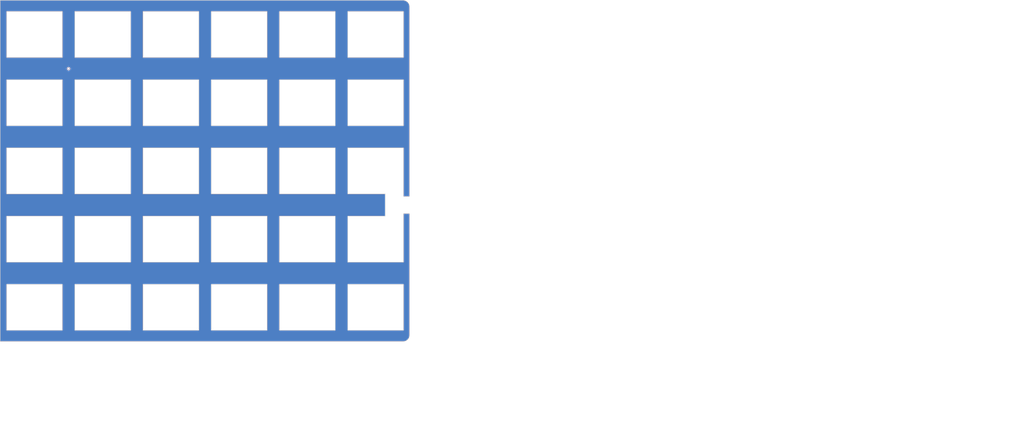
<source format=kicad_pcb>
(kicad_pcb (version 20211014) (generator pcbnew)

  (general
    (thickness 1.6)
  )

  (paper "A4")
  (layers
    (0 "F.Cu" signal)
    (31 "B.Cu" signal)
    (32 "B.Adhes" user "B.Adhesive")
    (33 "F.Adhes" user "F.Adhesive")
    (34 "B.Paste" user)
    (35 "F.Paste" user)
    (36 "B.SilkS" user "B.Silkscreen")
    (37 "F.SilkS" user "F.Silkscreen")
    (38 "B.Mask" user)
    (39 "F.Mask" user)
    (40 "Dwgs.User" user "User.Drawings")
    (41 "Cmts.User" user "User.Comments")
    (42 "Eco1.User" user "User.Eco1")
    (43 "Eco2.User" user "User.Eco2")
    (44 "Edge.Cuts" user)
    (45 "Margin" user)
    (46 "B.CrtYd" user "B.Courtyard")
    (47 "F.CrtYd" user "F.Courtyard")
    (48 "B.Fab" user)
    (49 "F.Fab" user)
  )

  (setup
    (pad_to_mask_clearance 0)
    (pcbplotparams
      (layerselection 0x00010ff_ffffffff)
      (disableapertmacros false)
      (usegerberextensions true)
      (usegerberattributes false)
      (usegerberadvancedattributes false)
      (creategerberjobfile false)
      (svguseinch false)
      (svgprecision 6)
      (excludeedgelayer true)
      (plotframeref false)
      (viasonmask false)
      (mode 1)
      (useauxorigin false)
      (hpglpennumber 1)
      (hpglpenspeed 20)
      (hpglpendiameter 15.000000)
      (dxfpolygonmode true)
      (dxfimperialunits true)
      (dxfusepcbnewfont true)
      (psnegative false)
      (psa4output false)
      (plotreference true)
      (plotvalue true)
      (plotinvisibletext false)
      (sketchpadsonfab false)
      (subtractmaskfromsilk false)
      (outputformat 1)
      (mirror false)
      (drillshape 0)
      (scaleselection 1)
      (outputdirectory "gerbers")
    )
  )

  (net 0 "")

  (gr_line (start 313.730115 84.9819) (end 313.730115 72.1813) (layer "Dwgs.User") (width 0.2) (tstamp 025cdb60-8c0b-4f58-bc1b-ef68325e211c))
  (gr_line (start 370.880115 142.1319) (end 370.880115 129.3299) (layer "Dwgs.User") (width 0.2) (tstamp 02f5f9f3-d9db-43cb-8fbd-038172f2cd49))
  (gr_line (start 205.506115 161.84338) (end 206.231115 161.84338) (layer "Dwgs.User") (width 0.2) (tstamp 033270b1-5395-4b1f-a7dc-48e31f5322c4))
  (gr_line (start 282.705115 167.2935) (end 282.705115 166.31372) (layer "Dwgs.User") (width 0.2) (tstamp 0358eb15-9598-4d80-9553-a868a9bd028b))
  (gr_line (start 306.505115 167.2935) (end 306.505115 166.31372) (layer "Dwgs.User") (width 0.2) (tstamp 04f5ab28-e02e-42fe-8d87-74554ad54832))
  (gr_line (start 205.506115 165.94304) (end 205.506115 161.84338) (layer "Dwgs.User") (width 0.2) (tstamp 04fd5386-2ccc-4fc0-b33b-89e402f57f66))
  (gr_line (start 180.380015 123.0819) (end 180.380015 110.2799) (layer "Dwgs.User") (width 0.2) (tstamp 065ace95-b9ee-4cbc-9d71-871728062b47))
  (gr_line (start 277.681115 160.04365) (end 277.681115 166.31372) (layer "Dwgs.User") (width 0.2) (tstamp 066a5276-b76a-4c82-a5b9-263644fe8072))
  (gr_line (start 386.481115 65.9315) (end 370.880115 65.9315) (layer "Dwgs.User") (width 0.2) (tstamp 07d2eb99-9760-421a-9122-54d00427478d))
  (gr_line (start 279.406115 166.31372) (end 279.406115 167.2935) (layer "Dwgs.User") (width 0.2) (tstamp 07e43711-e7f1-4311-bbc8-6752b1385476))
  (gr_line (start 104.180125 110.2799) (end 119.780915 110.2799) (layer "Dwgs.User") (width 0.2) (tstamp 07f9d83c-b8f6-493b-9665-61730e230b8d))
  (gr_line (start 189.180415 157.2435) (end 189.180415 154.0133) (layer "Dwgs.User") (width 0.2) (tstamp 08bd521b-d09f-4ab2-bc6c-ebdbfb087d3f))
  (gr_line (start 187.455015 153.0928) (end 184.155815 153.0928) (layer "Dwgs.User") (width 0.2) (tstamp 08f535f4-cde7-4c97-8f76-09503acf71b6))
  (gr_line (start 332.780115 65.9315) (end 332.780115 53.1315) (layer "Dwgs.User") (width 0.2) (tstamp 0a2b9a65-e9ac-47df-9b30-3b8bf144f92d))
  (gr_line (start 284.430115 154.0133) (end 282.705115 154.0133) (layer "Dwgs.User") (width 0.2) (tstamp 0c217e62-cc81-4854-804f-38abc18ef72a))
  (gr_line (start 285.155115 161.84338) (end 285.155115 165.94304) (layer "Dwgs.User") (width 0.2) (tstamp 0c3a7ce4-db74-4e35-9d7f-fa6b659c8921))
  (gr_line (start 351.830115 123.0819) (end 351.830115 110.2799) (layer "Dwgs.User") (width 0.2) (tstamp 0d2cdcdb-5d4b-438c-8dfe-85e727afcb6b))
  (gr_line (start 206.231115 157.2435) (end 205.506115 157.2435) (layer "Dwgs.User") (width 0.2) (tstamp 0ddcac70-01b0-4391-8b6e-89f26edc6572))
  (gr_line (start 199.430015 123.0819) (end 199.430015 110.2799) (layer "Dwgs.User") (width 0.2) (tstamp 0e4ad003-9037-4b89-a322-bb47039cf8b6))
  (gr_line (start 176.930915 142.1319) (end 161.330015 142.1319) (layer "Dwgs.User") (width 0.2) (tstamp 0e65657d-6750-472b-9309-f7f540ff8f5c))
  (gr_line (start 367.431115 72.1813) (end 367.431115 84.9819) (layer "Dwgs.User") (width 0.2) (tstamp 0f400602-80e0-469d-8997-e74e1b06373f))
  (gr_line (start 284.430115 166.31372) (end 284.430115 161.84338) (layer "Dwgs.User") (width 0.2) (tstamp 0f7dce1f-79ef-49dc-8f7f-3cd0b795ac2d))
  (gr_line (start 215.029115 104.0319) (end 199.430015 104.0319) (layer "Dwgs.User") (width 0.2) (tstamp 10113db2-073c-40e7-9c6a-a14ac9857ebb))
  (gr_line (start 275.630115 65.9315) (end 275.630115 53.1315) (layer "Dwgs.User") (width 0.2) (tstamp 10a571e1-63d8-4df4-ad74-1baeb0f98584))
  (gr_line (start 329.331115 129.3299) (end 329.331115 142.1319) (layer "Dwgs.User") (width 0.2) (tstamp 10d0c0c7-92e8-4986-8d3b-0e81015d5713))
  (gr_line (start 205.506115 157.2435) (end 205.506115 153.1438) (layer "Dwgs.User") (width 0.2) (tstamp 1111a427-c123-439f-a58a-4c3e3811da39))
  (gr_line (start 306.505115 154.0133) (end 306.505115 153.0928) (layer "Dwgs.User") (width 0.2) (tstamp 13df2b56-d4b7-4f28-b4cc-f4289fbdd13c))
  (gr_line (start 303.206115 167.2935) (end 306.505115 167.2935) (layer "Dwgs.User") (width 0.2) (tstamp 146eb877-4b3a-4431-967d-c2fade874a25))
  (gr_line (start 211.255115 166.31372) (end 212.980115 166.31372) (layer "Dwgs.User") (width 0.2) (tstamp 159f852a-b220-4ab5-98fe-8a2de259038f))
  (gr_line (start 161.330015 91.2313) (end 176.930915 91.2313) (layer "Dwgs.User") (width 0.2) (tstamp 16bcee2d-09e6-4f07-a6bb-30e9904b3790))
  (gr_line (start 243.606115 53.1315) (end 243.606115 65.9315) (layer "Dwgs.User") (width 0.2) (tstamp 1759a356-56e7-453f-b48b-471c69adacfd))
  (gr_line (start 282.705115 166.31372) (end 284.430115 166.31372) (layer "Dwgs.User") (width 0.2) (tstamp 181bd392-d785-4472-9fb9-18c0a317b039))
  (gr_line (start 276.855115 157.2435) (end 276.855115 160.04365) (layer "Dwgs.User") (width 0.2) (tstamp 18d7be43-9b7f-4cb1-81a7-18496892a245))
  (gr_line (start 228.005115 65.9315) (end 228.005115 53.1315) (layer "Dwgs.User") (width 0.2) (tstamp 18f46d81-b05f-42db-80f7-616e0a8697ff))
  (gr_line (start 329.331115 53.1315) (end 329.331115 65.9315) (layer "Dwgs.User") (width 0.2) (tstamp 196285f1-80aa-482e-a532-e5ca6d8a9fdb))
  (gr_line (start 157.880915 84.9819) (end 142.280015 84.9819) (layer "Dwgs.User") (width 0.2) (tstamp 1a61633f-156d-4a9f-9c85-b25c77666585))
  (gr_line (start 161.330015 142.1319) (end 161.330015 129.3299) (layer "Dwgs.User") (width 0.2) (tstamp 1b41ba56-522f-4499-a83c-540dc0752674))
  (gr_line (start 195.979515 91.2313) (end 195.979515 104.0319) (layer "Dwgs.User") (width 0.2) (tstamp 1c27d578-5b8d-43e2-ae83-4dab72b233b8))
  (gr_line (start 351.830115 110.2799) (end 367.431115 110.2799) (layer "Dwgs.User") (width 0.2) (tstamp 1ca3fc44-2c49-41a5-bb9d-c3224111ac70))
  (gr_line (start 176.930915 110.2799) (end 176.930915 123.0819) (layer "Dwgs.User") (width 0.2) (tstamp 1ccbfb49-1822-4e82-b157-f17e26a829a3))
  (gr_line (start 386.481115 91.2313) (end 386.481115 104.0319) (layer "Dwgs.User") (width 0.2) (tstamp 1cf5a7cf-3726-4ff8-9eaf-997d7bb7968d))
  (gr_line (start 386.481115 123.0819) (end 370.880115 123.0819) (layer "Dwgs.User") (width 0.2) (tstamp 1dd357ac-c9f0-460a-8dcf-84309fdc50a1))
  (gr_line (start 351.830115 91.2313) (end 367.431115 91.2313) (layer "Dwgs.User") (width 0.2) (tstamp 1dd563f3-7123-4be6-8816-0369a0c7148b))
  (gr_line (start 310.281115 123.0819) (end 294.680115 123.0819) (layer "Dwgs.User") (width 0.2) (tstamp 1f41c3e5-1788-4d95-bc2b-36a812ef0d6c))
  (gr_line (start 123.230115 104.0319) (end 123.230115 91.2313) (layer "Dwgs.User") (width 0.2) (tstamp 1f44f37b-5e41-45fd-ad52-ccd55e6609d8))
  (gr_line (start 370.880115 91.2313) (end 386.481115 91.2313) (layer "Dwgs.User") (width 0.2) (tstamp 1f47837d-47ee-433e-a80e-d4962738e52c))
  (gr_line (start 310.281115 104.0319) (end 294.680115 104.0319) (layer "Dwgs.User") (width 0.2) (tstamp 1f76fb33-0c24-4495-a212-5502455c4774))
  (gr_line (start 207.956115 167.2935) (end 211.255115 167.2935) (layer "Dwgs.User") (width 0.2) (tstamp 206c5f1f-0fb1-4495-a00b-210f3ff79e55))
  (gr_line (start 294.680115 72.1813) (end 310.281115 72.1813) (layer "Dwgs.User") (width 0.2) (tstamp 208547e4-c408-4fa9-b0a8-6eb88896445c))
  (gr_line (start 211.255115 153.0928) (end 207.956115 153.0928) (layer "Dwgs.User") (width 0.2) (tstamp 2132a69e-c7ec-4dc0-893c-7be5e533a7ef))
  (gr_line (start 348.381115 65.9315) (end 332.780115 65.9315) (layer "Dwgs.User") (width 0.2) (tstamp 21742031-022c-408a-b9aa-23535939a524))
  (gr_line (start 138.830915 91.2313) (end 138.830915 104.0319) (layer "Dwgs.User") (width 0.2) (tstamp 252eb92b-c8cf-4333-9698-35b5678f64e2))
  (gr_line (start 195.979515 72.1813) (end 195.979515 84.9819) (layer "Dwgs.User") (width 0.2) (tstamp 26f97bcb-2658-4b1e-937f-d0b23369082c))
  (gr_line (start 176.930915 65.9315) (end 161.330015 65.9315) (layer "Dwgs.User") (width 0.2) (tstamp 272787e3-670b-4b0d-b4c3-980201c160b0))
  (gr_line (start 189.905015 157.2435) (end 189.180415 157.2435) (layer "Dwgs.User") (width 0.2) (tstamp 27441b6b-d5a8-48a0-9427-9e1d731f874c))
  (gr_line (start 123.230115 110.2799) (end 138.830915 110.2799) (layer "Dwgs.User") (width 0.2) (tstamp 284ed881-cb6d-48ed-9162-e151e6e2b620))
  (gr_line (start 157.880915 72.1813) (end 157.880915 84.9819) (layer "Dwgs.User") (width 0.2) (tstamp 2850a910-1689-47dc-980c-9866761c798d))
  (gr_line (start 275.630115 142.1319) (end 275.630115 129.3299) (layer "Dwgs.User") (width 0.2) (tstamp 28caf423-963c-476f-abb9-5ec8004016ff))
  (gr_line (start 388.206115 169.069797) (end 102.4562 169.069797) (layer "Dwgs.User") (width 0.2) (tstamp 29c4f330-ef29-4991-b886-367a935a6aff))
  (gr_line (start 285.155115 153.1438) (end 285.155115 157.2435) (layer "Dwgs.User") (width 0.2) (tstamp 2b0c3d2e-cc67-4577-9352-9ab8d90878d6))
  (gr_line (start 199.430015 65.9315) (end 199.430015 53.1315) (layer "Dwgs.User") (width 0.2) (tstamp 2b476024-21f5-4627-b56f-249866e6d6fd))
  (gr_line (start 348.381115 84.9819) (end 332.780115 84.9819) (layer "Dwgs.User") (width 0.2) (tstamp 2b9e42c6-3ad4-49a5-a0f5-201e24d48faa))
  (gr_line (start 367.431115 91.2313) (end 367.431115 104.0319) (layer "Dwgs.User") (width 0.2) (tstamp 2cdaeef4-ed48-43e5-86c6-b2c78db306b3))
  (gr_line (start 370.880115 65.9315) (end 370.880115 53.1315) (layer "Dwgs.User") (width 0.2) (tstamp 2d53c94a-8e4b-445d-ba9b-07a2e297d312))
  (gr_line (start 370.880115 110.2799) (end 386.481115 110.2799) (layer "Dwgs.User") (width 0.2) (tstamp 2db5c3eb-700b-49b7-9708-fc8aa3053016))
  (gr_line (start 367.431115 104.0319) (end 351.830115 104.0319) (layer "Dwgs.User") (width 0.2) (tstamp 2de18ade-87f2-45bd-978c-2dfa8dc12943))
  (gr_line (start 313.730115 129.3299) (end 329.331115 129.3299) (layer "Dwgs.User") (width 0.2) (tstamp 2e1a74bc-8d5c-4368-9516-b0cf05c57d88))
  (gr_line (start 182.430715 160.04365) (end 182.430715 166.31372) (layer "Dwgs.User") (width 0.2) (tstamp 2e2bb354-4d9a-4547-9167-6a844db7e982))
  (gr_line (start 294.680115 110.2799) (end 310.281115 110.2799) (layer "Dwgs.User") (width 0.2) (tstamp 2e470810-7bdd-4c62-be39-61e6097c72d2))
  (gr_line (start 138.830915 65.9315) (end 123.230115 65.9315) (layer "Dwgs.User") (width 0.2) (tstamp 2f1a16e1-1fbc-430d-b894-c03387b68248))
  (gr_line (start 300.756115 153.1438) (end 285.155115 153.1438) (layer "Dwgs.User") (width 0.2) (tstamp 2f5ee8e8-be5e-44b3-833b-fe5ca0889b8d))
  (gr_line (start 123.230115 65.9315) (end 123.230115 53.1315) (layer "Dwgs.User") (width 0.2) (tstamp 2f629ec3-2495-484d-bbde-6cf802dc5d81))
  (gr_line (start 161.330015 123.0819) (end 161.330015 110.2799) (layer "Dwgs.User") (width 0.2) (tstamp 30aa9f14-2856-403f-83ad-ee32f3e3ba13))
  (gr_line (start 142.280015 123.0819) (end 142.280015 110.2799) (layer "Dwgs.User") (width 0.2) (tstamp 3157792c-8603-4e23-b3d8-c8ec1c6a3075))
  (gr_line (start 157.880915 110.2799) (end 157.880915 123.0819) (layer "Dwgs.User") (width 0.2) (tstamp 32b62b81-c010-46de-a375-1236604d4553))
  (gr_line (start 119.780915 84.9819) (end 104.180125 84.9819) (layer "Dwgs.User") (width 0.2) (tstamp 330d7c40-b44e-486b-b7df-19bb69cc3e87))
  (gr_line (start 215.029115 84.9819) (end 199.430015 84.9819) (layer "Dwgs.User") (width 0.2) (tstamp 342c11ae-2385-400a-9027-e873f39e524b))
  (gr_line (start 285.155115 165.94304) (end 300.756115 165.94304) (layer "Dwgs.User") (width 0.2) (tstamp 35b7f30e-7a84-464d-8887-d6c9b05baedd))
  (gr_line (start 180.380015 104.0319) (end 180.380015 91.2313) (layer "Dwgs.User") (width 0.2) (tstamp 36240c47-f789-407f-aa40-0d9b9ec4bc59))
  (gr_line (start 301.481115 161.84338) (end 301.481115 166.31372) (layer "Dwgs.User") (width 0.2) (tstamp 3646f31f-1e53-4ad6-8cf6-786bb171f923))
  (gr_line (start 306.505115 166.31372) (end 308.230115 166.31372) (layer "Dwgs.User") (width 0.2) (tstamp 371145aa-e964-47bf-81ee-b1c430008b11))
  (gr_line (start 294.680115 65.9315) (end 294.680115 53.1315) (layer "Dwgs.User") (width 0.2) (tstamp 3771ae30-4aa2-447d-bab5-7847079d608d))
  (gr_line (start 157.880915 123.0819) (end 142.280015 123.0819) (layer "Dwgs.User") (width 0.2) (tstamp 3934ea96-d825-492b-aa33-5257a30caedf))
  (gr_line (start 285.155115 157.2435) (end 284.430115 157.2435) (layer "Dwgs.User") (width 0.2) (tstamp 3aae8598-db48-4579-aec3-5775ba13b01c))
  (gr_line (start 367.431115 65.9315) (end 351.830115 65.9315) (layer "Dwgs.User") (width 0.2) (tstamp 3bd3c73e-01b3-48fe-9810-794207100e5c))
  (gr_line (start 176.930915 129.3299) (end 176.930915 142.1319) (layer "Dwgs.User") (width 0.2) (tstamp 3cbc6339-9023-426e-8ab9-c26d92035cf9))
  (gr_line (start 199.430015 53.1315) (end 215.029115 53.1315) (layer "Dwgs.User") (width 0.2) (tstamp 3cc58b37-d18d-4c4a-a0a8-e07c4354ce86))
  (gr_line (start 386.481115 142.1319) (end 370.880115 142.1319) (layer "Dwgs.User") (width 0.2) (tstamp 3dd79233-dc3e-4f28-9923-2b99206a82f7))
  (gr_line (start 176.930915 91.2313) (end 176.930915 104.0319) (layer "Dwgs.User") (width 0.2) (tstamp 3e4133ad-4db4-4d3c-bd7e-3a6c6fec0b5f))
  (gr_line (start 161.330015 104.0319) (end 161.330015 91.2313) (layer "Dwgs.User") (width 0.2) (tstamp 3efb8665-ab8d-4107-940b-ddac991e0086))
  (gr_line (start 291.231115 53.1315) (end 291.231115 65.9315) (layer "Dwgs.User") (width 0.2) (tstamp 3fab49bc-7d34-45de-a865-06d7e0452f4f))
  (gr_line (start 180.380015 129.3299) (end 195.979515 129.3299) (layer "Dwgs.User") (width 0.2) (tstamp 42341016-19a6-4a16-ba4a-71f4a67bd316))
  (gr_line (start 138.830915 123.0819) (end 123.230115 123.0819) (layer "Dwgs.User") (width 0.2) (tstamp 425e72ff-6b13-43e4-9ad9-e9a4e765abfa))
  (gr_line (start 386.481115 129.3299) (end 386.481115 142.1319) (layer "Dwgs.User") (width 0.2) (tstamp 42f779a2-cdb9-4049-aeb8-319b4a76ea7c))
  (gr_line (start 332.780115 72.1813) (end 348.381115 72.1813) (layer "Dwgs.User") (width 0.2) (tstamp 433b49c2-5c7f-4c26-a429-1be6174be068))
  (gr_line (start 207.956115 154.0133) (end 206.231115 154.0133) (layer "Dwgs.User") (width 0.2) (tstamp 437b28b7-d76e-4dcc-a45d-66ee0f91bf6e))
  (gr_line (start 176.930915 123.0819) (end 161.330015 123.0819) (layer "Dwgs.User") (width 0.2) (tstamp 4415270d-5968-4394-bba9-0dcf18f7155b))
  (gr_line (start 276.855115 160.04365) (end 277.681115 160.04365) (layer "Dwgs.User") (width 0.2) (tstamp 454753a3-8339-4cdf-8d72-fbc1b123829a))
  (gr_line (start 180.380015 53.1315) (end 195.979515 53.1315) (layer "Dwgs.User") (width 0.2) (tstamp 45599ef3-c495-43d1-b8ae-88e127365811))
  (gr_line (start 348.381115 104.0319) (end 332.780115 104.0319) (layer "Dwgs.User") (width 0.2) (tstamp 46205a6f-7483-401e-b32e-246f1d2063e3))
  (gr_line (start 367.431115 123.0819) (end 351.830115 123.0819) (layer "Dwgs.User") (width 0.2) (tstamp 4680b411-3e09-4ea9-af62-705281f95600))
  (gr_line (start 207.956115 166.31372) (end 207.956115 167.2935) (layer "Dwgs.User") (width 0.2) (tstamp 4786063a-ef7f-4b28-8169-845853e1fa8f))
  (gr_line (start 184.155815 154.0133) (end 182.430715 154.0133) (layer "Dwgs.User") (width 0.2) (tstamp 48079daf-6298-4f09-9aa6-b97f3b44e44b))
  (gr_line (start 123.230115 129.3299) (end 138.830915 129.3299) (layer "Dwgs.User") (width 0.2) (tstamp 4a9781d4-7ba9-4c35-9d46-eb2382dcb8cd))
  (gr_line (start 176.930915 53.1315) (end 176.930915 65.9315) (layer "Dwgs.User") (width 0.2) (tstamp 4c008189-b535-426f-8fdd-5298adee61a3))
  (gr_line (start 275.630115 91.2313) (end 291.231115 91.2313) (layer "Dwgs.User") (width 0.2) (tstamp 4e5197d6-c7de-4b83-94e7-3b72f3bef6e7))
  (gr_line (start 119.780915 72.1813) (end 119.780915 84.9819) (layer "Dwgs.User") (width 0.2) (tstamp 4e5e352e-d2b6-41cb-b4de-0b67e837944e))
  (gr_line (start 157.880915 129.3299) (end 157.880915 142.1319) (layer "Dwgs.User") (width 0.2) (tstamp 4e91291a-17a5-476e-8634-d60b64c32240))
  (gr_line (start 291.231115 65.9315) (end 275.630115 65.9315) (layer "Dwgs.User") (width 0.2) (tstamp 4f615545-8d3f-4059-bfb0-b76cdd278df1))
  (gr_line (start 367.431115 110.2799) (end 367.431115 123.0819) (layer "Dwgs.User") (width 0.2) (tstamp 5133c70c-dfd2-49b2-b6e5-398865512ff2))
  (gr_line (start 300.756115 161.84338) (end 301.481115 161.84338) (layer "Dwgs.User") (width 0.2) (tstamp 52790b85-d66e-4fb5-bbd3-9bcad19ea100))
  (gr_line (start 157.880915 91.2313) (end 157.880915 104.0319) (layer "Dwgs.User") (width 0.2) (tstamp 527bf60a-b89c-4511-81d3-22912f3cbc05))
  (gr_line (start 180.380015 142.1319) (end 180.380015 129.3299) (layer "Dwgs.User") (width 0.2) (tstamp 537dc1aa-b035-44ab-822a-585a37315798))
  (gr_line (start 301.481115 166.31372) (end 303.206115 166.31372) (layer "Dwgs.User") (width 0.2) (tstamp 53baa15a-d72a-4603-8985-0f27bcc54bd8))
  (gr_line (start 348.381115 53.1315) (end 348.381115 65.9315) (layer "Dwgs.User") (width 0.2) (tstamp 53eca836-1c71-422c-9ab2-a897f36a40dc))
  (gr_line (start 206.231115 161.84338) (end 206.231115 166.31372) (layer "Dwgs.User") (width 0.2) (tstamp 544612db-32e9-4551-aecf-31ff4b4d600d))
  (gr_line (start 138.830915 110.2799) (end 138.830915 123.0819) (layer "Dwgs.User") (width 0.2) (tstamp 574a5bd6-8026-44fe-a29d-b7976cda5a2d))
  (gr_line (start 313.730115 53.1315) (end 329.331115 53.1315) (layer "Dwgs.User") (width 0.2) (tstamp 57c200c7-a050-4ff8-987c-402c78a0b2fe))
  (gr_line (start 184.155815 167.2935) (end 187.455015 167.2935) (layer "Dwgs.User") (width 0.2) (tstamp 580ebd39-119a-4f39-8e96-5bec220a2253))
  (gr_line (start 180.380015 110.2799) (end 195.979515 110.2799) (layer "Dwgs.User") (width 0.2) (tstamp 5840de82-4d39-454c-8615-bf847399592f))
  (gr_line (start 119.780915 142.1319) (end 104.180125 142.1319) (layer "Dwgs.User") (width 0.2) (tstamp 58525823-95c9-40ca-94fd-b1f45f226e5a))
  (gr_line (start 247.055115 65.9315) (end 247.055115 53.1315) (layer "Dwgs.User") (width 0.2) (tstamp 58770ba9-d156-4b25-8f57-83f6534488ca))
  (gr_line (start 303.206115 154.0133) (end 301.481115 154.0133) (layer "Dwgs.User") (width 0.2) (tstamp 5a9e5007-93d2-4df9-a3cc-af5e007c3959))
  (gr_line (start 142.280015 110.2799) (end 157.880915 110.2799) (layer "Dwgs.User") (width 0.2) (tstamp 5adebac9-2ec3-4a7c-8627-11fde2429439))
  (gr_line (start 205.506115 153.1438) (end 189.905015 153.1438) (layer "Dwgs.User") (width 0.2) (tstamp 5d4c5f1c-b2a1-4f83-8094-19ae3288666b))
  (gr_line (start 119.780915 123.0819) (end 104.180125 123.0819) (layer "Dwgs.User") (width 0.2) (tstamp 5e85cb80-4548-45d4-999a-3ae3dadf44e8))
  (gr_line (start 138.830915 104.0319) (end 123.230115 104.0319) (layer "Dwgs.User") (width 0.2) (tstamp 5f1d8c0b-df1a-4b87-800b-0d2206d59c74))
  (gr_line (start 275.630115 104.0319) (end 275.630115 91.2313) (layer "Dwgs.User") (width 0.2) (tstamp 5fac6a65-d5ba-42b0-90fa-895614b3b96d))
  (gr_line (start 215.029115 72.1813) (end 215.029115 84.9819) (layer "Dwgs.User") (width 0.2) (tstamp 61115173-96b6-43e8-8542-acc32f8ec1c7))
  (gr_line (start 123.230115 142.1319) (end 123.230115 129.3299) (layer "Dwgs.User") (width 0.2) (tstamp 615c6fbe-a248-4c7c-9c65-070751a061ef))
  (gr_line (start 215.029115 123.0819) (end 199.430015 123.0819) (layer "Dwgs.User") (width 0.2) (tstamp 628fac69-4b80-4aaf-aaf1-0bb5ddd98805))
  (gr_line (start 187.455015 154.0133) (end 187.455015 153.0928) (layer "Dwgs.User") (width 0.2) (tstamp 62f4f6b2-1556-4de8-8ed5-581f4404ed60))
  (gr_line (start 291.231115 104.0319) (end 275.630115 104.0319) (layer "Dwgs.User") (width 0.2) (tstamp 63576142-4844-4a6f-a9aa-71df04f06dc5))
  (gr_line (start 291.231115 91.2313) (end 291.231115 104.0319) (layer "Dwgs.User") (width 0.2) (tstamp 67c34a93-7194-4d54-bac1-b4c084c81aab))
  (gr_line (start 348.381115 123.0819) (end 332.780115 123.0819) (layer "Dwgs.User") (width 0.2) (tstamp 68fea0d2-4203-4c52-a82d-ec1ac443138e))
  (gr_line (start 351.830115 53.1315) (end 367.431115 53.1315) (layer "Dwgs.User") (width 0.2) (tstamp 6a0a8ead-fd30-4573-9f79-d69e53028c4b))
  (gr_line (start 309.056115 160.04365) (end 309.056115 157.2435) (layer "Dwgs.User") (width 0.2) (tstamp 6a6ac13a-d5fe-460d-9fe3-ef3211a79eff))
  (gr_line (start 332.780115 123.0819) (end 332.780115 110.2799) (layer "Dwgs.User") (width 0.2) (tstamp 6b081662-bc5c-4fb8-a2b2-c8e656b68a35))
  (gr_line (start 386.481115 84.9819) (end 370.880115 84.9819) (layer "Dwgs.User") (width 0.2) (tstamp 6b151ebf-22b0-4545-a522-7f52980c5512))
  (gr_line (start 157.880915 53.1315) (end 157.880915 65.9315) (layer "Dwgs.User") (width 0.2) (tstamp 6c286b49-b886-451f-a968-80cd8020342e))
  (gr_line (start 262.656115 53.1315) (end 262.656115 65.9315) (layer "Dwgs.User") (width 0.2) (tstamp 6d21d978-c1a8-4c89-a45d-f8c8528b7489))
  (gr_line (start 213.806115 157.2435) (end 212.980115 157.2435) (layer "Dwgs.User") (width 0.2) (tstamp 6dee9864-67e7-41a5-8ab2-1ccd719b92df))
  (gr_line (start 370.880115 72.1813) (end 386.481115 72.1813) (layer "Dwgs.User") (width 0.2) (tstamp 6f08c617-7c24-456a-a6ae-59a38762749f))
  (gr_line (start 313.730115 110.2799) (end 329.331115 110.2799) (layer "Dwgs.User") (width 0.2) (tstamp 6f4ddeda-d8ea-4bae-ac47-a6d0433729c9))
  (gr_line (start 247.055115 53.1315) (end 262.656115 53.1315) (layer "Dwgs.User") (width 0.2) (tstamp 705e1d9a-6660-4d27-b966-3a2190c99205))
  (gr_line (start 291.231115 84.9819) (end 275.630115 84.9819) (layer "Dwgs.User") (width 0.2) (tstamp 70802e5a-9a7a-43d5-8de7-621c5be433f6))
  (gr_line (start 161.330015 110.2799) (end 176.930915 110.2799) (layer "Dwgs.User") (width 0.2) (tstamp 71d9349f-a6ef-4a86-9c38-dff6f9edbdd6))
  (gr_line (start 275.630115 110.2799) (end 291.231115 110.2799) (layer "Dwgs.User") (width 0.2) (tstamp 71fb3cca-07a7-4f89-9bc9-f531199a3e94))
  (gr_line (start 329.331115 91.2313) (end 329.331115 104.0319) (layer "Dwgs.User") (width 0.2) (tstamp 72cdb32e-edc7-46c4-a426-e587aa6031f6))
  (gr_line (start 313.730115 72.1813) (end 329.331115 72.1813) (layer "Dwgs.User") (width 0.2) (tstamp 745326ef-d744-4b12-a079-8ee7d19fcfe6))
  (gr_line (start 215.029115 65.9315) (end 199.430015 65.9315) (layer "Dwgs.User") (width 0.2) (tstamp 74a669ed-ae8b-4456-b907-c93a7f1add1c))
  (gr_line (start 182.430715 166.31372) (end 184.155815 166.31372) (layer "Dwgs.User") (width 0.2) (tstamp 74adbf83-42eb-433e-8527-9f686e576512))
  (gr_line (start 367.431115 129.3299) (end 367.431115 142.1319) (layer "Dwgs.User") (width 0.2) (tstamp 74cc8e7e-2d5d-4d3a-97b3-a94904f4198f))
  (gr_line (start 279.406115 154.0133) (end 277.681115 154.0133) (layer "Dwgs.User") (width 0.2) (tstamp 74f9b2be-7682-4090-972d-e1d38a860e48))
  (gr_line (start 104.180125 129.3299) (end 119.780915 129.3299) (layer "Dwgs.User") (width 0.2) (tstamp 753b7894-2637-4649-9cc6-c6ebfea6ea83))
  (gr_line (start 370.880115 123.0819) (end 370.880115 110.2799) (layer "Dwgs.User") (width 0.2) (tstamp 755762f2-8fde-4c25-8d57-58859e631b6c))
  (gr_line (start 157.880915 65.9315) (end 142.280015 65.9315) (layer "Dwgs.User") (width 0.2) (tstamp 76b4d307-e2c0-40d0-bfab-e6c6fffadb99))
  (gr_line (start 275.630115 53.1315) (end 291.231115 53.1315) (layer "Dwgs.User") (width 0.2) (tstamp 77612013-0845-454c-bfaf-1e4d57b5f59e))
  (gr_line (start 195.979515 104.0319) (end 180.380015 104.0319) (layer "Dwgs.User") (width 0.2) (tstamp 77ad0c6d-d158-409f-9c03-8e0c832e1439))
  (gr_line (start 284.430115 157.2435) (end 284.430115 154.0133) (layer "Dwgs.User") (width 0.2) (tstamp 78902eb3-4741-4f48-b616-29558aa582c3))
  (gr_line (start 119.780915 110.2799) (end 119.780915 123.0819) (layer "Dwgs.User") (width 0.2) (tstamp 797aacd2-e8b6-4f83-8ae6-ee0920142514))
  (gr_line (start 294.680115 91.2313) (end 310.281115 91.2313) (layer "Dwgs.User") (width 0.2) (tstamp 7a684985-4b4e-45fc-ac08-2077425c3f88))
  (gr_line (start 310.281115 53.1315) (end 310.281115 65.9315) (layer "Dwgs.User") (width 0.2) (tstamp 7aae066f-32aa-4355-9d82-14704cabf4b3))
  (gr_line (start 313.730115 104.0319) (end 313.730115 91.2313) (layer "Dwgs.User") (width 0.2) (tstamp 7b3ee1c3-8df6-40a3-97d7-17768c8a69a2))
  (gr_line (start 195.979515 84.9819) (end 180.380015 84.9819) (layer "Dwgs.User") (width 0.2) (tstamp 7b4fca2c-df7e-43f7-af22-3fcdd8aabc06))
  (gr_line (start 138.830915 129.3299) (end 138.830915 142.1319) (layer "Dwgs.User") (width 0.2) (tstamp 7bb68258-9f62-411c-b317-abc23c74c555))
  (gr_line (start 294.680115 84.9819) (end 294.680115 72.1813) (layer "Dwgs.User") (width 0.2) (tstamp 80039d77-7ff1-48b2-b32d-58a4ad58a716))
  (gr_line (start 215.029115 110.2799) (end 215.029115 123.0819) (layer "Dwgs.User") (width 0.2) (tstamp 8012b180-e93c-437d-baa2-21f913b05b40))
  (gr_line (start 206.231115 166.31372) (end 207.956115 166.31372) (layer "Dwgs.User") (width 0.2) (tstamp 8026a3d1-3a5c-4af7-9d5f-813fd99087e1))
  (gr_line (start 195.979515 129.3299) (end 195.979515 142.1319) (layer "Dwgs.User") (width 0.2) (tstamp 81815421-f3d8-4d09-8397-54fdcc187298))
  (gr_line (start 161.330015 65.9315) (end 161.330015 53.1315) (layer "Dwgs.User") (width 0.2) (tstamp 81e24e99-06ca-4c5f-a9b3-b725ee67fd09))
  (gr_line (start 123.230115 84.9819) (end 123.230115 72.1813) (layer "Dwgs.User") (width 0.2) (tstamp 81feee81-4b93-466f-a5ce-26a5e3812a59))
  (gr_line (start 119.780915 129.3299) (end 119.780915 142.1319) (layer "Dwgs.User") (width 0.2) (tstamp 822b2858-9db6-4300-aa88-6fa0d7e6402e))
  (gr_line (start 189.180415 161.84338) (end 189.905015 161.84338) (layer "Dwgs.User") (width 0.2) (tstamp 833e8d06-8bb6-41bf-acee-9cbb59ae3ca4))
  (gr_line (start 284.430115 161.84338) (end 285.155115 161.84338) (layer "Dwgs.User") (width 0.2) (tstamp 83933b55-e9ee-45ab-8984-24b8347db763))
  (gr_line (start 180.380015 65.9315) (end 180.380015 53.1315) (layer "Dwgs.User") (width 0.2) (tstamp 8455a4f2-f400-4cb1-b449-528ab4cfce83))
  (gr_line (start 104.180125 65.9315) (end 104.180125 53.1315) (layer "Dwgs.User") (width 0.2) (tstamp 8577aae5-78d3-40b4-9d2d-7dfb5c7ae104))
  (gr_line (start 308.230115 166.31372) (end 308.230115 160.04365) (layer "Dwgs.User") (width 0.2) (tstamp 863bb8c3-74ca-43f9-abdd-dac898d75cda))
  (gr_line (start 206.231115 154.0133) (end 206.231115 157.2435) (layer "Dwgs.User") (width 0.2) (tstamp 86618f98-5027-430b-861c-581b70f38879))
  (gr_line (start 370.880115 84.9819) (end 370.880115 72.1813) (layer "Dwgs.User") (width 0.2) (tstamp 86c19f72-f345-4d12-ab7a-5324f3bd96da))
  (gr_line (start 332.780115 91.2313) (end 348.381115 91.2313) (layer "Dwgs.User") (width 0.2) (tstamp 879fd688-be4d-407d-981b-d1fb7bbcb293))
  (gr_line (start 180.380015 84.9819) (end 180.380015 72.1813) (layer "Dwgs.User") (width 0.2) (tstamp 8828c7ec-c25a-4eaf-a8d4-1d052a677114))
  (gr_line (start 157.880915 104.0319) (end 142.280015 104.0319) (layer "Dwgs.User") (width 0.2) (tstamp 89e0d6a8-aa5b-447b-ab2a-ee9b2a9eb9ae))
  (gr_line (start 195.979515 123.0819) (end 180.380015 123.0819) (layer "Dwgs.User") (width 0.2) (tstamp 89eb79b2-009b-4d78-8104-47dbb6b3f16a))
  (gr_line (start 123.230115 72.1813) (end 138.830915 72.1813) (layer "Dwgs.User") (width 0.2) (tstamp 8a88f10e-0d91-4cd5-b84e-039fbd58cc2d))
  (gr_line (start 282.705115 153.0928) (end 279.406115 153.0928) (layer "Dwgs.User") (width 0.2) (tstamp 8a8bd0eb-01a4-4417-a7e3-640e1a10175c))
  (gr_line (start 199.430015 72.1813) (end 215.029115 72.1813) (layer "Dwgs.User") (width 0.2) (tstamp 8ab2aa7a-9450-4cc6-bfed-b4b4f254a954))
  (gr_line (start 370.880115 53.1315) (end 386.481115 53.1315) (layer "Dwgs.User") (width 0.2) (tstamp 8c5e8ba9-8334-46c6-8d26-b7d39927c5dd))
  (gr_line (start 176.930915 84.9819) (end 161.330015 84.9819) (layer "Dwgs.User") (width 0.2) (tstamp 8d529fa0-601a-4b1e-8d79-2a4e6d9d4506))
  (gr_line (start 329.331115 110.2799) (end 329.331115 123.0819) (layer "Dwgs.User") (width 0.2) (tstamp 8db51e74-c3ff-4853-9288-c084b0fcdf88))
  (gr_line (start 119.780915 104.0319) (end 104.180125 104.0319) (layer "Dwgs.User") (width 0.2) (tstamp 8ededd73-bcd0-456d-9f71-ce7a699b9ed5))
  (gr_line (start 199.430015 142.1319) (end 199.430015 129.3299) (layer "Dwgs.User") (width 0.2) (tstamp 8ee2ed68-343c-4f66-b13a-6e28e26edc56))
  (gr_line (start 119.780915 53.1315) (end 119.780915 65.9315) (layer "Dwgs.User") (width 0.2) (tstamp 8f255756-3a5a-4620-b603-cf41142a61aa))
  (gr_line (start 104.180125 53.1315) (end 119.780915 53.1315) (layer "Dwgs.User") (width 0.2) (tstamp 8f5ea8b5-8db9-41a2-883b-3472bb62b9bf))
  (gr_line (start 195.979515 65.9315) (end 180.380015 65.9315) (layer "Dwgs.User") (width 0.2) (tstamp 8fb43b8f-0672-4008-a4c3-0c54099bd34f))
  (gr_line (start 332.780115 110.2799) (end 348.381115 110.2799) (layer "Dwgs.User") (width 0.2) (tstamp 901b0dbc-6c69-4387-9389-e3fb686e141f))
  (gr_line (start 161.330015 72.1813) (end 176.930915 72.1813) (layer "Dwgs.User") (width 0.2) (tstamp 90591b31-0162-4b56-a1c7-61dd45f10c19))
  (gr_line (start 348.381115 91.2313) (end 348.381115 104.0319) (layer "Dwgs.User") (width 0.2) (tstamp 90e68146-f53f-4c3b-85bc-266301f6a077))
  (gr_line (start 275.630115 123.0819) (end 275.630115 110.2799) (layer "Dwgs.User") (width 0.2) (tstamp 91c08435-b84c-4a90-9ba6-5087404290c3))
  (gr_line (start 282.705115 154.0133) (end 282.705115 153.0928) (layer "Dwgs.User") (width 0.2) (tstamp 91e43d7e-0cd1-497a-b774-ac29044f4f64))
  (gr_line (start 262.656115 65.9315) (end 247.055115 65.9315) (layer "Dwgs.User") (width 0.2) (tstamp 935c7514-05b9-4d8a-b01c-865549d496d4))
  (gr_line (start 306.505115 153.0928) (end 303.206115 153.0928) (layer "Dwgs.User") (width 0.2) (tstamp 93dc666b-490c-4033-8924-2698ba8096fc))
  (gr_line (start 104.180125 84.9819) (end 104.180125 72.1813) (layer "Dwgs.User") (width 0.2) (tstamp 9419a1d6-3470-4bfa-886e-87ab999ed3a7))
  (gr_line (start 329.331115 72.1813) (end 329.331115 84.9819) (layer "Dwgs.User") (width 0.2) (tstamp 94387def-8bf5-4939-a088-f7163b15267b))
  (gr_line (start 189.905015 153.1438) (end 189.905015 157.2435) (layer "Dwgs.User") (width 0.2) (tstamp 94b072fa-470d-42c4-9731-75dd3f6c7578))
  (gr_line (start 161.330015 84.9819) (end 161.330015 72.1813) (layer "Dwgs.User") (width 0.2) (tstamp 95156889-e0ba-4ebf-8907-d15cb19a8625))
  (gr_line (start 199.430015 129.3299) (end 215.029115 129.3299) (layer "Dwgs.User") (width 0.2) (tstamp 9813a167-cbeb-4b23-9a8a-f160c6849ea9))
  (gr_line (start 303.206115 166.31372) (end 303.206115 167.2935) (layer "Dwgs.User") (width 0.2) (tstamp 991cb735-f412-41a0-8174-470889ec351e))
  (gr_line (start 212.980115 157.2435) (end 212.980115 154.0133) (layer "Dwgs.User") (width 0.2) (tstamp 996470c8-8a56-4630-a256-31a4a6cde070))
  (gr_line (start 310.281115 72.1813) (end 310.281115 84.9819) (layer "Dwgs.User") (width 0.2) (tstamp 9e49713d-927f-47ca-87c7-e146d63e3b97))
  (gr_line (start 142.280015 53.1315) (end 157.880915 53.1315) (layer "Dwgs.User") (width 0.2) (tstamp 9ed10cba-d111-4179-bc85-38ea3c66d344))
  (gr_line (start 351.830115 142.1319) (end 351.830115 129.3299) (layer "Dwgs.User") (width 0.2) (tstamp 9f82c45f-4f34-4569-b38c-179ab3a68573))
  (gr_line (start 332.780115 53.1315) (end 348.381115 53.1315) (layer "Dwgs.User") (width 0.2) (tstamp 9f9e5dc5-55ef-4659-84e9-bb91a242e0c7))
  (gr_line (start 189.905015 165.94304) (end 205.506115 165.94304) (layer "Dwgs.User") (width 0.2) (tstamp 9fd05e36-1d4a-42a3-8329-7d8fa29e81a2))
  (gr_line (start 370.880115 129.3299) (end 386.481115 129.3299) (layer "Dwgs.User") (width 0.2) (tstamp 9fe3c6aa-de89-47b0-8cd3-d72f7915304c))
  (gr_line (start 291.231115 123.0819) (end 275.630115 123.0819) (layer "Dwgs.User") (width 0.2) (tstamp a03e89c3-fade-4379-97d0-7e8fa19d2580))
  (gr_line (start 207.956115 153.0928) (end 207.956115 154.0133) (layer "Dwgs.User") (width 0.2) (tstamp a1d6bfc8-1e17-4d4b-9b34-effc2cc5b31d))
  (gr_line (start 294.680115 129.3299) (end 310.281115 129.3299) (layer "Dwgs.User") (width 0.2) (tstamp a2466e44-afdf-4399-bc55-557969146bec))
  (gr_line (start 123.230115 53.1315) (end 138.830915 53.1315) (layer "Dwgs.User") (width 0.2) (tstamp a2977cc6-e2f5-4f05-a473-c422f84dc847))
  (gr_line (start 348.381115 142.1319) (end 332.780115 142.1319) (layer "Dwgs.User") (width 0.2) (tstamp a335feca-476c-42ff-a7a2-490c488af680))
  (gr_line (start 182.430715 154.0133) (end 182.430715 157.2435) (layer "Dwgs.User") (width 0.2) (tstamp a3be4bd0-3ba1-4d92-adcd-5cce0140d6ff))
  (gr_line (start 138.830915 84.9819) (end 123.230115 84.9819) (layer "Dwgs.User") (width 0.2) (tstamp a3cf6ae6-e5db-4992-9791-c4593293e872))
  (gr_line (start 161.330015 53.1315) (end 176.930915 53.1315) (layer "Dwgs.User") (width 0.2) (tstamp a5d7729e-c350-425d-bd48-43fff08d636e))
  (gr_line (start 329.331115 104.0319) (end 313.730115 104.0319) (layer "Dwgs.User") (width 0.2) (tstamp a6b02c43-84f9-4893-94f2-c547366eaee9))
  (gr_line (start 138.830915 53.1315) (end 138.830915 65.9315) (layer "Dwgs.User") (width 0.2) (tstamp a72b50e5-f979-4955-808f-58f2fb975590))
  (gr_line (start 291.231115 129.3299) (end 291.231115 142.1319) (layer "Dwgs.User") (width 0.2) (tstamp a96a98b6-143d-402f-9b3e-c95cfb087c36))
  (gr_line (start 176.930915 104.0319) (end 161.330015 104.0319) (layer "Dwgs.User") (width 0.2) (tstamp a99167e1-f179-4916-8969-327fa0e85266))
  (gr_line (start 367.431115 142.1319) (end 351.830115 142.1319) (layer "Dwgs.User") (width 0.2) (tstamp a992aa07-fe25-4d69-bd65-7636570634a6))
  (gr_line (start 199.430015 110.2799) (end 215.029115 110.2799) (layer "Dwgs.User") (width 0.2) (tstamp aa8a472a-db78-411b-b7c5-0c87af9f79ee))
  (gr_line (start 277.681115 154.0133) (end 277.681115 157.2435) (layer "Dwgs.User") (width 0.2) (tstamp ab392d0e-1cbd-4cab-ae2f-1b22f6903f77))
  (gr_line (start 386.481115 72.1813) (end 386.481115 84.9819) (layer "Dwgs.User") (width 0.2) (tstamp ab9c1863-2072-4f6a-8716-7347b88aad7f))
  (gr_line (start 310.281115 129.3299) (end 310.281115 142.1319) (layer "Dwgs.User") (width 0.2) (tstamp abcf9ec3-5069-4300-93c4-30b0665cd574))
  (gr_line (start 291.231115 110.2799) (end 291.231115 123.0819) (layer "Dwgs.User") (width 0.2) (tstamp ad087e22-240d-4c20-a283-f2b8a98c43b4))
  (gr_line (start 310.281115 84.9819) (end 294.680115 84.9819) (layer "Dwgs.User") (width 0.2) (tstamp ad242b4d-dd87-473e-b78c-cc137dfd4e02))
  (gr_line (start 212.980115 166.31372) (end 212.980115 160.04365) (layer "Dwgs.User") (width 0.2) (tstamp ad89b575-9c75-4469-a002-fb63d482c911))
  (gr_line (start 301.481115 154.0133) (end 301.481115 157.2435) (layer "Dwgs.User") (width 0.2) (tstamp adc2da90-d0bc-4b15-a083-5e8c8ccba732))
  (gr_line (start 189.180415 166.31372) (end 189.180415 161.84338) (layer "Dwgs.User") (width 0.2) (tstamp af28e238-c1c4-4d3c-8b83-2da2ee3d0244))
  (gr_line (start 176.930915 72.1813) (end 176.930915 84.9819) (layer "Dwgs.User") (width 0.2) (tstamp b056385a-7a93-4caf-aaae-bc6db5748a8f))
  (gr_line (start 181.605215 157.2435) (end 181.605215 160.04365) (layer "Dwgs.User") (width 0.2) (tstamp b07cfb7f-e465-44e6-b5dc-befaaca08ba7))
  (gr_line (start 294.680115 104.0319) (end 294.680115 91.2313) (layer "Dwgs.User") (width 0.2) (tstamp b0c29c60-a7ec-484b-b285-392aa925a500))
  (gr_line (start 102.4562 169.069797) (end 102.4562 50.0065) (layer "Dwgs.User") (width 0.2) (tstamp b229ec96-2699-4079-bd50-174598b9dce6))
  (gr_line (start 210.145489 104.775088) (end 210.145489 109.537592) (layer "Dwgs.User") (width 0.15) (tstamp b28592db-5729-433e-9559-fc60a1c631c3))
  (gr_line (start 279.406115 167.2935) (end 282.705115 167.2935) (layer "Dwgs.User") (width 0.2) (tstamp b3319038-0e20-4e8b-b505-e122083e4650))
  (gr_line (start 102.4562 50.0065) (end 388.206115 50.0065) (layer "Dwgs.User") (width 0.2) (tstamp b35a3649-dbf6-4cfb-9adb-bc7e1702f919))
  (gr_line (start 195.979515 53.1315) (end 195.979515 65.9315) (layer "Dwgs.User") (width 0.2) (tstamp b3bcdcec-4eee-4f1c-bc6f-e806370c0ae1))
  (gr_line (start 104.180125 142.1319) (end 104.180125 129.3299) (layer "Dwgs.User") (width 0.2) (tstamp b3d92a52-58e1-46bd-8515-073781b7c068))
  (gr_line (start 123.230115 123.0819) (end 123.230115 110.2799) (layer "Dwgs.User") (width 0.2) (tstamp b4af7a52-7945-4309-ab78-861834c5f365))
  (gr_line (start 329.331115 142.1319) (end 313.730115 142.1319) (layer "Dwgs.User") (width 0.2) (tstamp b4e037f2-eeba-42e7-a598-8b40c6a82eb3))
  (gr_line (start 195.979515 142.1319) (end 180.380015 142.1319) (layer "Dwgs.User") (width 0.2) (tstamp b5222718-e854-4875-b6d7-9babdf4c24ff))
  (gr_line (start 182.430715 157.2435) (end 181.605215 157.2435) (layer "Dwgs.User") (width 0.2) (tstamp b5c7388e-a1e2-47e8-8edd-8f95f2462d84))
  (gr_line (start 386.481115 110.2799) (end 386.481115 123.0819) (layer "Dwgs.User") (width 0.2) (tstamp b6cf106f-0d5f-48a6-9cb1-fa9be79cdc4f))
  (gr_line (start 142.280015 104.0319) (end 142.280015 91.2313) (layer "Dwgs.User") (width 0.2) (tstamp b6e94659-b03b-46bc-9ffb-35cafa639bce))
  (gr_line (start 215.029115 129.3299) (end 215.029115 142.1319) (layer "Dwgs.User") (width 0.2) (tstamp b7dc4be4-4048-4f3e-a717-de417bbd2765))
  (gr_line (start 300.756115 165.94304) (end 300.756115 161.84338) (layer "Dwgs.User") (width 0.2) (tstamp b896a605-6bb7-45fd-88ab-d809de1a8fb3))
  (gr_line (start 313.730115 65.9315) (end 313.730115 53.1315) (layer "Dwgs.User") (width 0.2) (tstamp b96b9fca-906c-405a-ab50-c83c6e60fbe1))
  (gr_line (start 104.180125 104.0319) (end 104.180125 91.2313) (layer "Dwgs.User") (width 0.2) (tstamp b9e13447-fbf4-4ad5-9d4e-6997bd447078))
  (gr_line (start 294.680115 53.1315) (end 310.281115 53.1315) (layer "Dwgs.User") (width 0.2) (tstamp ba08913a-dde3-483a-878a-1736656535ef))
  (gr_line (start 329.331115 84.9819) (end 313.730115 84.9819) (layer "Dwgs.User") (width 0.2) (tstamp bac6e8e6-330d-43b3-9926-f0dcc183e667))
  (gr_line (start 294.680115 142.1319) (end 294.680115 129.3299) (layer "Dwgs.User") (width 0.2) (tstamp bc4b936a-b018-4c4c-8e3b-3b0bf28403fa))
  (gr_line (start 332.780115 104.0319) (end 332.780115 91.2313) (layer "Dwgs.User") (width 0.2) (tstamp bc615d64-4feb-4ebb-b11f-e24556deacc9))
  (gr_line (start 277.681115 157.2435) (end 276.855115 157.2435) (layer "Dwgs.User") (width 0.2) (tstamp bc8833e4-9037-4ded-abe9-88887fc4ee07))
  (gr_line (start 310.281115 142.1319) (end 294.680115 142.1319) (layer "Dwgs.User") (width 0.2) (tstamp bc8ed116-b32e-45be-be23-54f0de926958))
  (gr_line (start 195.979515 110.2799) (end 195.979515 123.0819) (layer "Dwgs.User") (width 0.2) (tstamp bd4b4857-7ba3-42ae-bb8a-affb274a742a))
  (gr_line (start 213.806115 160.04365) (end 213.806115 157.2435) (layer "Dwgs.User") (width 0.2) (tstamp bd6a16be-c4f1-456e-85c4-9448aebec74d))
  (gr_line (start 303.206115 153.0928) (end 303.206115 154.0133) (layer "Dwgs.User") (width 0.2) (tstamp be68a94c-1f44-400e-95e2-22502840e634))
  (gr_line (start 104.180125 72.1813) (end 119.780915 72.1813) (layer "Dwgs.User") (width 0.2) (tstamp bebb2e65-cb46-4e4c-9784-9eec13f00948))
  (gr_line (start 351.830115 72.1813) (end 367.431115 72.1813) (layer "Dwgs.User") (width 0.2) (tstamp becc4e97-2ea4-4a42-9aa3-d5855f342ddd))
  (gr_line (start 104.180125 91.2313) (end 119.780915 91.2313) (layer "Dwgs.User") (width 0.2) (tstamp bfa6ae1e-2876-4d44-b3cd-879ebd99868d))
  (gr_line (start 228.005115 53.1315) (end 243.606115 53.1315) (layer "Dwgs.User") (width 0.2) (tstamp c0c8df3b-1047-4e7f-8447-29ec9a3c05db))
  (gr_line (start 348.381115 110.2799) (end 348.381115 123.0819) (layer "Dwgs.User") (width 0.2) (tstamp c14bf23d-c6c7-4d5f-a593-e351e7b98ef1))
  (gr_line (start 180.380015 91.2313) (end 195.979515 91.2313) (layer "Dwgs.User") (width 0.2) (tstamp c30ab94f-5b75-450c-a830-4b735edde759))
  (gr_line (start 308.230115 160.04365) (end 309.056115 160.04365) (layer "Dwgs.User") (width 0.2) (tstamp c4159561-d68b-4b8b-bcee-973cb021153e))
  (gr_line (start 180.380015 72.1813) (end 195.979515 72.1813) (layer "Dwgs.User") (width 0.2) (tstamp c55bae32-80b6-46c7-8425-d1fb1b907c3c))
  (gr_line (start 313.730115 91.2313) (end 329.331115 91.2313) (layer "Dwgs.User") (width 0.2) (tstamp c809b3be-7565-46ea-a153-32e4e1ed2d1f))
  (gr_line (start 142.280015 129.3299) (end 157.880915 129.3299) (layer "Dwgs.User") (width 0.2) (tstamp c83674b5-d512-4847-913f-e877d769f3de))
  (gr_line (start 348.381115 129.3299) (end 348.381115 142.1319) (layer "Dwgs.User") (width 0.2) (tstamp c847a080-ce63-4b25-a6c7-912e954f0330))
  (gr_line (start 142.280015 91.2313) (end 157.880915 91.2313) (layer "Dwgs.User") (width 0.2) (tstamp c9c98efa-cb9a-4c2d-a22a-039a37868e3b))
  (gr_line (start 329.331115 65.9315) (end 313.730115 65.9315) (layer "Dwgs.User") (width 0.2) (tstamp cab4c44c-0185-4ca4-aea6-5042abc72e6f))
  (gr_line (start 351.830115 65.9315) (end 351.830115 53.1315) (layer "Dwgs.User") (width 0.2) (tstamp cc57b99f-bec6-403b-8123-2c00bb19cd2d))
  (gr_line (start 386.481115 53.1315) (end 386.481115 65.9315) (layer "Dwgs.User") (width 0.2) (tstamp cd0f35d7-0222-4e37-bd17-52a08e898c34))
  (gr_line (start 187.455015 167.2935) (end 187.455015 166.31372) (layer "Dwgs.User") (width 0.2) (tstamp cdce9cdb-3cd6-4139-9c8d-18a5c5a0e51b))
  (gr_line (start 199.430015 84.9819) (end 199.430015 72.1813) (layer "Dwgs.User") (width 0.2) (tstamp ce1a01bc-1615-4acc-b2cc-f049625b80cc))
  (gr_line (start 215.029115 142.1319) (end 199.430015 142.1319) (layer "Dwgs.User") (width 0.2) (tstamp cee57b2d-1c4f-466c-8355-96ad4a6f58e7))
  (gr_line (start 142.280015 72.1813) (end 157.880915 72.1813) (layer "Dwgs.User") (width 0.2) (tstamp cef0dccf-f6f3-4a70-8cf6-399e1268927f))
  (gr_line (start 211.255115 167.2935) (end 211.255115 166.31372) (layer "Dwgs.User") (width 0.2) (tstamp cf77466a-2a0c-4d63-a164-5259e15b992e))
  (gr_line (start 199.430015 104.0319) (end 199.430015 91.2313) (layer "Dwgs.User") (width 0.2) (tstamp d0c6c765-c263-4df4-8d3d-1b882350e32c))
  (gr_line (start 142.280015 142.1319) (end 142.280015 129.3299) (layer "Dwgs.User") (width 0.2) (tstamp d1720ab2-2d6c-46ed-9fa4-1ac8637b585b))
  (gr_line (start 189.905015 161.84338) (end 189.905015 165.94304) (layer "Dwgs.User") (width 0.2) (tstamp d2126405-4bc7-434a-b953-309fcc5c4efd))
  (gr_line (start 332.780115 84.9819) (end 332.780115 72.1813) (layer "Dwgs.User") (width 0.2) (tstamp d4320a48-c41f-48bd-bdd5-64806b2130d7))
  (gr_line (start 123.230115 91.2313) (end 138.830915 91.2313) (layer "Dwgs.User") (width 0.2) (tstamp d44b5fd2-1e1c-4216-94ee-964f6330f2fd))
  (gr_line (start 104.180125 123.0819) (end 104.180125 110.2799) (layer "Dwgs.User") (width 0.2) (tstamp d4f2350e-5010-497e-b626-ed24b53333f2))
  (gr_line (start 367.431115 53.1315) (end 367.431115 65.9315) (layer "Dwgs.User") (width 0.2) (tstamp d76a0b8e-c1f0-49a0-a36b-654337e4fe43))
  (gr_line (start 310.281115 110.2799) (end 310.281115 123.0819) (layer "Dwgs.User") (width 0.2) (tstamp d7eeb168-c2f8-47e5-9282-e792996ae965))
  (gr_line (start 301.481115 157.2435) (end 300.756115 157.2435) (layer "Dwgs.User") (width 0.2) (tstamp d94f2f45-8216-485d-aa22-b7f288090e0e))
  (gr_line (start 161.330015 129.3299) (end 176.930915 129.3299) (layer "Dwgs.User") (width 0.2) (tstamp d97b9904-0fbf-432c-914f-3c39053516f9))
  (gr_line (start 370.880115 104.0319) (end 370.880115 91.2313) (layer "Dwgs.User") (width 0.2) (tstamp da21a861-071c-43ab-9669-59b0f7b61c77))
  (gr_line (start 187.455015 166.31372) (end 189.180415 166.31372) (layer "Dwgs.User") (width 0.2) (tstamp db45a768-0bc3-4ff1-827d-c5c45a9df4c9))
  (gr_line (start 332.780115 129.3299) (end 348.381115 129.3299) (layer "Dwgs.User") (width 0.2) (tstamp dc590ee4-6362-47a4-9ebe-3721f96b3417))
  (gr_line (start 348.381115 72.1813) (end 348.381115 84.9819) (layer "Dwgs.User") (width 0.2) (tstamp dd09c1c7-48c4-42a2-bb0c-561698bc0b0f))
  (gr_line (start 142.280015 84.9819) (end 142.280015 72.1813) (layer "Dwgs.User") (width 0.2) (tstamp dd5fb0be-18da-4e7c-9f9f-ea8ae7a8e284))
  (gr_line (start 310.281115 91.2313) (end 310.281115 104.0319) (layer "Dwgs.User") (width 0.2) (tstamp de76742d-f938-40f9-af6b-8e6531b951d2))
  (gr_line (start 310.281115 65.9315) (end 294.680115 65.9315) (layer "Dwgs.User") (width 0.2) (tstamp de7e9eaa-5ddd-4ddb-9550-308d1e6c459c))
  (gr_line (start 275.630115 129.3299) (end 291.231115 129.3299) (layer "Dwgs.User") (width 0.2) (tstamp df31e1b0-9074-46cb-ab95-2efdb47d85b6))
  (gr_line (start 308.230115 154.0133) (end 306.505115 154.0133) (layer "Dwgs.User") (width 0.2) (tstamp df6bd9e6-b591-4a76-a647-62c069620637))
  (gr_line (start 309.056115 157.2435) (end 308.230115 157.2435) (layer "Dwgs.User") (width 0.2) (tstamp e00266e7-f6ea-4833-92b0-7e0a2e683b73))
  (gr_line (start 308.230115 157.2435) (end 308.230115 154.0133) (layer "Dwgs.User") (width 0.2) (tstamp e0a79b32-e8fc-47ea-86a8-c35fabc8a73d))
  (gr_line (start 181.605215 160.04365) (end 182.430715 160.04365) (layer "Dwgs.User") (width 0.2) (tstamp e108378d-c408-48f8-b9a9-92b24390b607))
  (gr_line (start 157.880915 142.1319) (end 142.280015 142.1319) (layer "Dwgs.User") (width 0.2) (tstamp e147fe1a-22ac-448d-974d-7fab27614f65))
  (gr_line (start 332.780115 142.1319) (end 332.780115 129.3299) (layer "Dwgs.User") (width 0.2) (tstamp e16d5090-071e-4a1d-b891-0de230dc42b0))
  (gr_line (start 294.680115 123.0819) (end 294.680115 110.2799) (layer "Dwgs.User") (width 0.2) (tstamp e188e040-9c79-4692-9afb-e1e3e323b983))
  (gr_line (start 275.630115 84.9819) (end 275.630115 72.1813) (layer "Dwgs.User") (width 0.2) (tstamp e18cc6b1-156c-45dd-acd1-a08379618f66))
  (gr_line (start 329.331115 123.0819) (end 313.730115 123.0819) (layer "Dwgs.User") (width 0.2) (tstamp e3a4e3cb-0d50-47af-894c-27f214f851da))
  (gr_line (start 277.681115 166.31372) (end 279.406115 166.31372) (layer "Dwgs.User") (width 0.2) (tstamp e3b3309c-863a-419b-861b-f971ef06ba0f))
  (gr_line (start 351.830115 129.3299) (end 367.431115 129.3299) (layer "Dwgs.User") (width 0.2) (tstamp e5ca8932-97dd-4443-89c3-56b8ad1e0fa4))
  (gr_line (start 184.155815 153.0928) (end 184.155815 154.0133) (layer "Dwgs.User") (width 0.2) (tstamp e6d0b0aa-75af-4850-acb7-8ccfefe7375a))
  (gr_line (start 275.630115 72.1813) (end 291.231115 72.1813) (layer "Dwgs.User") (width 0.2) (tstamp e6f60168-6f1f-4aae-832a-b6a4489054a2))
  (gr_line (start 142.280015 65.9315) (end 142.280015 53.1315) (layer "Dwgs.User") (width 0.2) (tstamp e6f793c2-ba78-4ecd-8b87-8a0ff3e045fb))
  (gr_line (start 215.029115 91.2313) (end 215.029115 104.0319) (layer "Dwgs.User") (width 0.2) (tstamp e7e5cc9f-92a8-42e8-a476-1127014d9a60))
  (gr_line (start 386.481115 104.0319) (end 370.880115 104.0319) (layer "Dwgs.User") (width 0.2) (tstamp ea2abe44-01af-46f8-8f4a-7abcf00d1d81))
  (gr_line (start 300.756115 157.2435) (end 300.756115 153.1438) (layer "Dwgs.User") (width 0.2) (tstamp eb1c85b9-fca3-4552-b4c9-201d419bef49))
  (gr_line (start 138.830915 142.1319) (end 123.230115 142.1319) (layer "Dwgs.User") (width 0.2) (tstamp ebbac1c6-b613-48a8-a32e-806656a9428d))
  (gr_line (start 243.606115 65.9315) (end 228.005115 65.9315) (layer "Dwgs.User") (width 0.2) (tstamp ec0db00d-b1af-4122-826a-6bd243c35036))
  (gr_line (start 279.406115 153.0928) (end 279.406115 154.0133) (layer "Dwgs.User") (width 0.2) (tstamp ed163960-36d5-4893-b9ee-1599f046bf35))
  (gr_line (start 199.430015 91.2313) (end 215.029115 91.2313) (layer "Dwgs.User") (width 0.2) (tstamp ed63960f-f669-400a-bf82-2d0ffb261475))
  (gr_line (start 189.180415 154.0133) (end 187.455015 154.0133) (layer "Dwgs.User") (width 0.2) (tstamp ee2a712f-f45a-47af-a57c-198f4a55e1c8))
  (gr_line (start 388.206115 50.0065) (end 388.206115 169.069797) (layer "Dwgs.User") (width 0.2) (tstamp f109964d-d164-4929-9c70-5f514b339e6d))
  (gr_line (start 212.980115 154.0133) (end 211.255115 154.0133) (layer "Dwgs.User") (width 0.2) (tstamp f333c756-5536-4973-a10b-4a4324a4994d))
  (gr_line (start 138.830915 72.1813) (end 138.830915 84.9819) (layer "Dwgs.User") (width 0.2) (tstamp f33f5745-fc1d-42e3-b599-2723a7300ac3))
  (gr_line (start 119.780915 91.2313) (end 119.780915 104.0319) (layer "Dwgs.User") (width 0.2) (tstamp f3997f24-afb9-4557-aae8-30bf0b413b15))
  (gr_line (start 351.830115 104.0319) (end 351.830115 91.2313) (layer "Dwgs.User") (width 0.2) (tstamp f6579b25-7581-4e29-ad17-b31a349b07ea))
  (gr_line (start 212.980115 160.04365) (end 213.806115 160.04365) (layer "Dwgs.User") (width 0.2) (tstamp f69788d0-beb9-457f-9995-dfacf1c0a849))
  (gr_line (start 291.231115 72.1813) (end 291.231115 84.9819) (layer "Dwgs.User") (width 0.2) (tstamp f8cf1135-404f-4758-8406-91216e64dec5))
  (gr_line (start 291.231115 142.1319) (end 275.630115 142.1319) (layer "Dwgs.User") (width 0.2) (tstamp fab7bcf5-d8bd-4c3b-bb02-b11abafea30b))
  (gr_line (start 313.730115 142.1319) (end 313.730115 129.3299) (layer "Dwgs.User") (width 0.2) (tstamp fb6e9289-0210-4b66-a9b8-b3e1e9e57501))
  (gr_line (start 184.155815 166.31372) (end 184.155815 167.2935) (layer "Dwgs.User") (width 0.2) (tstamp fc19df38-eb93-48d1-99da-d9e04e455972))
  (gr_line (start 351.830115 84.9819) (end 351.830115 72.1813) (layer "Dwgs.User") (width 0.2) (tstamp fc1ff5d8-aaa1-413e-bebc-567a9b1b945d))
  (gr_line (start 119.780915 65.9315) (end 104.180125 65.9315) (layer "Dwgs.User") (width 0.2) (tstamp fcc5b9d5-7bc1-40cd-b9db-4a8fd10ca313))
  (gr_line (start 211.255115 154.0133) (end 211.255115 153.0928) (layer "Dwgs.User") (width 0.2) (tstamp fe405af8-d6c4-4fd8-a3f5-9d40bf475940))
  (gr_line (start 313.730115 123.0819) (end 313.730115 110.2799) (layer "Dwgs.User") (width 0.2) (tstamp fe8fa1a7-7587-48b2-8040-12193f81b836))
  (gr_line (start 215.029115 53.1315) (end 215.029115 65.9315) (layer "Dwgs.User") (width 0.2) (tstamp fec5cc4b-d5c7-4252-a90f-931d8f6748a3))
  (gr_line (start 367.431115 84.9819) (end 351.830115 84.9819) (layer "Dwgs.User") (width 0.2) (tstamp ff88a4e0-3d7e-44e7-8553-d09b0de66384))
  (gr_line (start 216.693932 109.537592) (end 216.693932 143.470433) (layer "Edge.Cuts") (width 0.1) (tstamp 00000000-0000-0000-0000-00006015d2bb))
  (gr_line (start 104.180125 65.960902) (end 104.180125 53.102098) (layer "Edge.Cuts") (width 0.1) (tstamp 00000000-0000-0000-0000-00006016298f))
  (gr_line (start 102.393836 145.256372) (end 214.907993 145.256372) (layer "Edge.Cuts") (width 0.1) (tstamp 00000000-0000-0000-0000-000060166b9a))
  (gr_line (start 104.180125 53.102098) (end 119.777378 53.102098) (layer "Edge.Cuts") (width 0.1) (tstamp 02d9f0df-2ebc-4820-b68a-0cecd05344cc))
  (gr_line (start 138.827458 142.161222) (end 123.230205 142.161222) (layer "Edge.Cuts") (width 0.1) (tstamp 09025a62-e0b5-48d7-b50d-d55b4e00343c))
  (gr_line (start 199.430525 65.960902) (end 199.430525 53.102098) (layer "Edge.Cuts") (width 0.1) (tstamp 0aa11311-6db6-4e57-91b7-a74fc5f2a240))
  (gr_line (start 138.827458 110.252338) (end 138.827458 123.111142) (layer "Edge.Cuts") (width 0.1) (tstamp 0bf90048-3ef3-4d93-89e0-6e8eab6088ed))
  (gr_line (start 123.230205 123.111142) (end 123.230205 110.252338) (layer "Edge.Cuts") (width 0.1) (tstamp 0de315cd-9811-4344-ad52-87a7967ef561))
  (gr_line (start 195.977698 129.302418) (end 195.977698 142.161222) (layer "Edge.Cuts") (width 0.1) (tstamp 0e034283-0ea2-4b4c-a44c-fd375c632555))
  (gr_line (start 176.927618 104.061062) (end 161.330365 104.061062) (layer "Edge.Cuts") (width 0.1) (tstamp 0e99ff13-5bb7-4664-99a5-235b42325c11))
  (gr_line (start 180.380445 123.111142) (end 180.380445 110.252338) (layer "Edge.Cuts") (width 0.1) (tstamp 0eb661c0-3bca-4381-889a-5201137791bb))
  (gr_line (start 176.927618 110.252338) (end 176.927618 123.111142) (layer "Edge.Cuts") (width 0.1) (tstamp 0fad7463-6378-4f1b-823b-d0f345035209))
  (gr_line (start 161.330365 53.102098) (end 176.927618 53.102098) (layer "Edge.Cuts") (width 0.1) (tstamp 120cc4c0-bad6-40de-a15b-c9cbd6e3ed39))
  (gr_line (start 119.777378 129.302418) (end 119.777378 142.161222) (layer "Edge.Cuts") (width 0.1) (tstamp 14654fe1-fe5e-4f0f-bb35-03fa7c044e36))
  (gr_line (start 142.280285 65.960902) (end 142.280285 53.102098) (layer "Edge.Cuts") (width 0.1) (tstamp 183f35e1-1191-4605-aa6d-43fab9fdd9eb))
  (gr_line (start 176.927618 142.161222) (end 161.330365 142.161222) (layer "Edge.Cuts") (width 0.1) (tstamp 18c80a7d-940e-4d5e-a2a3-69e7d688cf7a))
  (gr_line (start 195.977698 110.252338) (end 195.977698 123.111142) (layer "Edge.Cuts") (width 0.1) (tstamp 1c6eea32-5a93-476f-8040-ccac79150a40))
  (gr_line (start 195.977698 104.061062) (end 180.380445 104.061062) (layer "Edge.Cuts") (width 0.1) (tstamp 1d343d85-d68f-410b-978e-fbe7f1298864))
  (gr_line (start 176.927618 65.960902) (end 161.330365 65.960902) (layer "Edge.Cuts") (width 0.1) (tstamp 1f7727fa-9ef2-472a-ae12-b596d0a5b013))
  (gr_line (start 195.977698 65.960902) (end 180.380445 65.960902) (layer "Edge.Cuts") (width 0.1) (tstamp 1fa8c344-7ff3-43b5-8504-6a6232c5270c))
  (gr_line (start 209.908069 104.061062) (end 209.908069 110.252338) (layer "Edge.Cuts") (width 0.1) (tstamp 20265172-adf0-49a9-b076-55549e94d97f))
  (gr_line (start 215.027778 72.152178) (end 215.027778 85.010982) (layer "Edge.Cuts") (width 0.1) (tstamp 22466559-434d-450d-a9c6-8f036a487c24))
  (gr_line (start 123.230205 91.202258) (end 138.827458 91.202258) (layer "Edge.Cuts") (width 0.1) (tstamp 24fc19b6-8cd3-47d4-aba1-e623af3dc92d))
  (gr_line (start 119.777378 110.252338) (end 119.777378 123.111142) (layer "Edge.Cuts") (width 0.1) (tstamp 26049551-4463-4939-81a4-f39c370a794e))
  (gr_line (start 180.380445 53.102098) (end 195.977698 53.102098) (layer "Edge.Cuts") (width 0.1) (tstamp 2a58395f-b204-4677-8141-ae2a435fc53b))
  (gr_line (start 215.027778 104.775088) (end 216.693932 104.775088) (layer "Edge.Cuts") (width 0.1) (tstamp 2abe7583-a99d-4320-b3dd-9b5ad40e8d14))
  (gr_line (start 195.977698 72.152178) (end 195.977698 85.010982) (layer "Edge.Cuts") (width 0.1) (tstamp 329b6daa-6d12-4509-8968-ad9b626cc1af))
  (gr_line (start 199.430525 72.152178) (end 215.027778 72.152178) (layer "Edge.Cuts") (width 0.1) (tstamp 33d43690-531b-49cc-9678-759ba968ef17))
  (gr_line (start 102.393836 50.006292) (end 102.393836 145.256372) (layer "Edge.Cuts") (width 0.1) (tstamp 371a86a7-cf59-4d3b-9a91-06ceaecfac30))
  (gr_line (start 138.827458 129.302418) (end 138.827458 142.161222) (layer "Edge.Cuts") (width 0.1) (tstamp 3b177f8b-d5fb-4764-97d9-55aaeb93ef49))
  (gr_line (start 157.877538 72.152178) (end 157.877538 85.010982) (layer "Edge.Cuts") (width 0.1) (tstamp 3b1bccca-9ca1-4eb6-bd36-343d70c402d0))
  (gr_line (start 142.280285 72.152178) (end 157.877538 72.152178) (layer "Edge.Cuts") (width 0.1) (tstamp 3caa2941-f056-4d47-8ab3-22ab1b2e30b3))
  (gr_line (start 104.180125 110.252338) (end 119.777378 110.252338) (layer "Edge.Cuts") (width 0.1) (tstamp 3de1b10b-244f-4e5f-9e74-aa580c645826))
  (gr_line (start 123.230205 85.010982) (end 123.230205 72.152178) (layer "Edge.Cuts") (width 0.1) (tstamp 3e5f2855-5791-4eac-8da2-8ac87af82a44))
  (gr_line (start 215.027778 109.537592) (end 215.027778 123.111142) (layer "Edge.Cuts") (width 0.1) (tstamp 40136ac8-380c-43f4-b138-5e2ab61034cb))
  (gr_line (start 157.877538 129.302418) (end 157.877538 142.161222) (layer "Edge.Cuts") (width 0.1) (tstamp 42b60ca8-53c9-4d29-abe5-50342da526fc))
  (gr_line (start 104.180125 142.161222) (end 104.180125 129.302418) (layer "Edge.Cuts") (width 0.1) (tstamp 43f98141-8a1a-44d7-a471-5af598ee8726))
  (gr_line (start 161.330365 110.252338) (end 176.927618 110.252338) (layer "Edge.Cuts") (width 0.1) (tstamp 456a7f27-3f97-45ab-a940-53a827d46f7b))
  (gr_line (start 161.330365 123.111142) (end 161.330365 110.252338) (layer "Edge.Cuts") (width 0.1) (tstamp 4653d6e4-86f1-43cb-82b8-bc8d731d6f45))
  (gr_line (start 176.927618 72.152178) (end 176.927618 85.010982) (layer "Edge.Cuts") (width 0.1) (tstamp 465b2fca-ecac-4782-ae03-eedc549bf2e3))
  (gr_line (start 199.430525 110.252338) (end 209.908069 110.252338) (layer "Edge.Cuts") (width 0.1) (tstamp 46e4d41c-5bc3-44ea-9692-bfe0b5c72d9f))
  (gr_line (start 161.330365 142.161222) (end 161.330365 129.302418) (layer "Edge.Cuts") (width 0.1) (tstamp 482de59e-8479-4368-919c-b1339089df51))
  (gr_line (start 161.330365 85.010982) (end 161.330365 72.152178) (layer "Edge.Cuts") (width 0.1) (tstamp 4908721c-d1e9-4928-94c2-dda2008f592e))
  (gr_line (start 180.380445 85.010982) (end 180.380445 72.152178) (layer "Edge.Cuts") (width 0.1) (tstamp 49538cf5-406f-4a52-a68f-28eff2db4544))
  (gr_line (start 142.280285 129.302418) (end 157.877538 129.302418) (layer "Edge.Cuts") (width 0.1) (tstamp 49f247af-a617-47aa-bc92-7cc44f7d1d6f))
  (gr_line (start 157.877538 142.161222) (end 142.280285 142.161222) (layer "Edge.Cuts") (width 0.1) (tstamp 4a589ad7-852c-425d-9697-1e6316c65f0d))
  (gr_line (start 214.907993 50.006292) (end 102.393836 50.006292) (layer "Edge.Cuts") (width 0.1) (tstamp 4b625da3-74a6-4804-8dac-aa5f80536c79))
  (gr_line (start 176.927618 91.202258) (end 176.927618 104.061062) (layer "Edge.Cuts") (width 0.1) (tstamp 4e845847-0131-4afc-9d6d-202a0e45c7c8))
  (gr_line (start 180.380445 129.302418) (end 195.977698 129.302418) (layer "Edge.Cuts") (width 0.1) (tstamp 51b268bd-07dd-4b15-b464-d9f1356c7585))
  (gr_line (start 180.380445 104.061062) (end 180.380445 91.202258) (layer "Edge.Cuts") (width 0.1) (tstamp 51d48af1-ad86-48ec-88a7-1b26bfd4099a))
  (gr_line (start 161.330365 104.061062) (end 161.330365 91.202258) (layer "Edge.Cuts") (width 0.1) (tstamp 54ccdbfc-dd51-4965-b679-1c6f9f9d763e))
  (gr_line (start 123.230205 104.061062) (end 123.230205 91.202258) (layer "Edge.Cuts") (width 0.1) (tstamp 56025c24-aefa-4ce1-946f-bae3330008cf))
  (gr_line (start 138.827458 104.061062) (end 123.230205 104.061062) (layer "Edge.Cuts") (width 0.1) (tstamp 5787e0a6-0d04-4135-b8fb-e1dd4b43cc83))
  (gr_line (start 123.230205 65.960902) (end 123.230205 53.102098) (layer "Edge.Cuts") (width 0.1) (tstamp 5d0bd2a4-9464-4001-8037-062493c8318e))
  (gr_line (start 215.027778 65.960902) (end 199.430525 65.960902) (layer "Edge.Cuts") (width 0.1) (tstamp 5d37ba84-031c-4abd-a8ee-60ee93f4687e))
  (gr_line (start 199.430525 85.010982) (end 199.430525 72.152178) (layer "Edge.Cuts") (width 0.1) (tstamp 5d80082c-8767-4b77-b3e6-7ee872ea1e1e))
  (gr_line (start 209.908069 104.061062) (end 199.430525 104.061062) (layer "Edge.Cuts") (width 0.1) (tstamp 5f309d01-78cd-4cbf-8030-ca08aebe8277))
  (gr_line (start 138.827458 65.960902) (end 123.230205 65.960902) (layer "Edge.Cuts") (width 0.1) (tstamp 60521830-76ed-4c4e-9494-8eebcab4db7b))
  (gr_line (start 138.827458 123.111142) (end 123.230205 123.111142) (layer "Edge.Cuts") (width 0.1) (tstamp 6122c5b8-8470-4c0c-9eef-78160e301f7f))
  (gr_line (start 199.430525 142.161222) (end 199.430525 129.302418) (layer "Edge.Cuts") (width 0.1) (tstamp 62a3ac1e-0cc1-4cb5-b941-58e456ab2165))
  (gr_line (start 157.877538 110.252338) (end 157.877538 123.111142) (layer "Edge.Cuts") (width 0.1) (tstamp 64c6b47c-1ce2-4ca4-8a27-fc315de2d40e))
  (gr_line (start 104.180125 123.111142) (end 104.180125 110.252338) (layer "Edge.Cuts") (width 0.1) (tstamp 64d4dfdf-f715-4818-933d-cf0f111c5ad8))
  (gr_line (start 123.230205 110.252338) (end 138.827458 110.252338) (layer "Edge.Cuts") (width 0.1) (tstamp 65711c41-2dab-4d38-b530-7e0e3a107337))
  (gr_line (start 104.180125 104.061062) (end 104.180125 91.202258) (layer "Edge.Cuts") (width 0.1) (tstamp 679fb0ed-fbb2-43ff-b00b-887eeb70df2a))
  (gr_line (start 104.180125 85.010982) (end 104.180125 72.152178) (layer "Edge.Cuts") (width 0.1) (tstamp 6c499521-c02d-49b2-880b-dda04f448aaa))
  (gr_line (start 157.877538 123.111142) (end 142.280285 123.111142) (layer "Edge.Cuts") (width 0.1) (tstamp 6ca690ac-bdd3-4bbf-a938-7381007d3216))
  (gr_line (start 180.380445 142.161222) (end 180.380445 129.302418) (layer "Edge.Cuts") (width 0.1) (tstamp 6d6b922e-1c75-4808-80c4-a3240c21e874))
  (gr_line (start 142.280285 123.111142) (end 142.280285 110.252338) (layer "Edge.Cuts") (width 0.1) (tstamp 6e7f5b16-d294-4c58-a038-23256d8efed1))
  (gr_line (start 215.027778 85.010982) (end 199.430525 85.010982) (layer "Edge.Cuts") (width 0.1) (tstamp 6f8cc97f-25aa-4baa-a792-c35eb3ac4f4b))
  (gr_line (start 215.027778 53.102098) (end 215.027778 65.960902) (layer "Edge.Cuts") (width 0.1) (tstamp 6fbe38ed-640c-463a-952c-a8c20b3fdaaf))
  (gr_line (start 142.280285 53.102098) (end 157.877538 53.102098) (layer "Edge.Cuts") (width 0.1) (tstamp 72cbd993-eb55-41b7-9b80-7af30ba87f0f))
  (gr_line (start 119.777378 85.010982) (end 104.180125 85.010982) (layer "Edge.Cuts") (width 0.1) (tstamp 7531e370-56e9-4dc7-bb01-a5e391f3994d))
  (gr_line (start 180.380445 110.252338) (end 195.977698 110.252338) (layer "Edge.Cuts") (width 0.1) (tstamp 771482ea-2634-4c03-88a6-88777f4d1149))
  (gr_line (start 215.027778 109.537592) (end 216.693932 109.537592) (layer "Edge.Cuts") (width 0.1) (tstamp 7b2493f1-ed41-46d9-b096-89333c0c82de))
  (gr_line (start 138.827458 85.010982) (end 123.230205 85.010982) (layer "Edge.Cuts") (width 0.1) (tstamp 7f123bc8-7a9f-4624-944e-10307ad489e2))
  (gr_line (start 195.977698 53.102098) (end 195.977698 65.960902) (layer "Edge.Cuts") (width 0.1) (tstamp 7fc60376-91f8-453c-a8df-a899af5d2110))
  (gr_line (start 180.380445 65.960902) (end 180.380445 53.102098) (layer "Edge.Cuts") (width 0.1) (tstamp 822f64c4-f5c9-4ebb-9050-61c83df3b846))
  (gr_line (start 119.777378 65.960902) (end 104.180125 65.960902) (layer "Edge.Cuts") (width 0.1) (tstamp 823855bf-5415-4cf0-9588-17dddd8acb89))
  (gr_line (start 123.230205 72.152178) (end 138.827458 72.152178) (layer "Edge.Cuts") (width 0.1) (tstamp 87192345-864b-48ad-b110-abb9048dd3af))
  (gr_line (start 142.280285 91.202258) (end 157.877538 91.202258) (layer "Edge.Cuts") (width 0.1) (tstamp 87d7109f-e590-45e8-9482-dd9509008fb6))
  (gr_line (start 104.180125 129.302418) (end 119.777378 129.302418) (layer "Edge.Cuts") (width 0.1) (tstamp 87facaee-e333-4aaa-ac6f-2b5f82af462b))
  (gr_line (start 138.827458 72.152178) (end 138.827458 85.010982) (layer "Edge.Cuts") (width 0.1) (tstamp 89d96fa4-66fc-4056-b5e4-a81a60d575fd))
  (gr_line (start 176.927618 129.302418) (end 176.927618 142.161222) (layer "Edge.Cuts") (width 0.1) (tstamp 89e713e2-3b3f-4b6d-a656-7225f25307f0))
  (gr_line (start 199.430525 91.202258) (end 215.027778 91.202258) (layer "Edge.Cuts") (width 0.1) (tstamp 8d6555ca-5cf5-4614-9254-1c1c4481a702))
  (gr_line (start 161.330365 129.302418) (end 176.927618 129.302418) (layer "Edge.Cuts") (width 0.1) (tstamp 8de84eaf-3561-4309-9e5a-a1c5e31428ed))
  (gr_line (start 199.430525 129.302418) (end 215.027778 129.302418) (layer "Edge.Cuts") (width 0.1) (tstamp 8e47a77e-2e61-4110-b307-afc0fb05ccd2))
  (gr_line (start 142.280285 142.161222) (end 142.280285 129.302418) (layer "Edge.Cuts") (width 0.1) (tstamp 8fd1d2f6-5009-4b4c-bd64-8db2109bf7ae))
  (gr_line (start 157.877538 53.102098) (end 157.877538 65.960902) (layer "Edge.Cuts") (width 0.1) (tstamp 90cd1b80-4879-48bc-9351-b0f0cbc111e9))
  (gr_line (start 215.027778 123.111142) (end 199.430525 123.111142) (layer "Edge.Cuts") (width 0.1) (tstamp 91573092-74e0-4d6d-9cc8-0c6a496f8f08))
  (gr_line (start 119.777378 91.202258) (end 119.777378 104.061062) (layer "Edge.Cuts") (width 0.1) (tstamp 9211144e-eb2c-49d2-9282-285a48d28ac0))
  (gr_line (start 161.330365 72.152178) (end 176.927618 72.152178) (layer "Edge.Cuts") (width 0.1) (tstamp 92b91d7c-2fa2-4ed2-9185-a542dfb4b254))
  (gr_line (start 195.977698 91.202258) (end 195.977698 104.061062) (layer "Edge.Cuts") (width 0.1) (tstamp 95c4c97a-723a-4743-99f7-ac127256e61e))
  (gr_line (start 142.280285 110.252338) (end 157.877538 110.252338) (layer "Edge.Cuts") (width 0.1) (tstamp 964ad7a6-8a08-4b7d-85ae-97ecab2b0627))
  (gr_arc (start 214.907993 50.006292) (mid 216.170843 50.529381) (end 216.693932 51.792231) (layer "Edge.Cuts") (width 0.1) (tstamp 99f54325-e711-4e0c-9974-0f47c673f35b))
  (gr_line (start 195.977698 85.010982) (end 180.380445 85.010982) (layer "Edge.Cuts") (width 0.1) (tstamp 9a381206-31c9-46b2-8961-7f18e5531ee9))
  (gr_line (start 142.280285 85.010982) (end 142.280285 72.152178) (layer "Edge.Cuts") (width 0.1) (tstamp 9bb52202-3dc6-44c6-9036-bd4e9a5608f4))
  (gr_line (start 180.380445 72.152178) (end 195.977698 72.152178) (layer "Edge.Cuts") (width 0.1) (tstamp 9bdca3fc-9aca-4e3f-a5b1-9b6ac5d7949e))
  (gr_line (start 104.180125 91.202258) (end 119.777378 91.202258) (layer "Edge.Cuts") (width 0.1) (tstamp a10083df-3d54-45fc-95be-0c9e090d1c45))
  (gr_line (start 215.027778 129.302418) (end 215.027778 142.161222) (layer "Edge.Cuts") (width 0.1) (tstamp a1dd2b37-fa57-4fdf-b496-90e63ad36e7f))
  (gr_line (start 123.230205 142.161222) (end 123.230205 129.302418) (layer "Edge.Cuts") (width 0.1) (tstamp a656f013-ff98-45b9-afbd-39cebf2a43c9))
  (gr_line (start 157.877538 85.010982) (end 142.280285 85.010982) (layer "Edge.Cuts") (width 0.1) (tstamp a8f349cc-5185-463f-ab02-61eec68f12e4))
  (gr_line (start 119.777378 104.061062) (end 104.180125 104.061062) (layer "Edge.Cuts") (width 0.1) (tstamp a9ac9797-1b84-4649-8e24-fa06148d107c))
  (gr_line (start 161.330365 65.960902) (end 161.330365 53.102098) (layer "Edge.Cuts") (width 0.1) (tstamp af15f4f8-301f-4368-8f5c-ca385b10ad3c))
  (gr_line (start 195.977698 142.161222) (end 180.380445 142.161222) (layer "Edge.Cuts") (width 0.1) (tstamp b121aaa7-ca14-4536-ad6b-c1034b41718a))
  (gr_line (start 180.380445 91.202258) (end 195.977698 91.202258) (layer "Edge.Cuts") (width 0.1) (tstamp b122dfae-40b1-4bd5-b409-62cfc301cb36))
  (gr_line (start 123.230205 53.102098) (end 138.827458 53.102098) (layer "Edge.Cuts") (width 0.1) (tstamp b9d748c8-4fc7-491c-b81f-098d2b53d5a1))
  (gr_arc (start 216.693932 143.470433) (mid 216.170843 144.733283) (end 214.907993 145.256372) (layer "Edge.Cuts") (width 0.1) (tstamp bea7e762-8e02-4308-8632-b5aae464fbe4))
  (gr_line (start 215.027778 142.161222) (end 199.430525 142.161222) (layer "Edge.Cuts") (width 0.1) (tstamp c37001d4-6712-4d97-bd2a-a8283ca10c38))
  (gr_line (start 142.280285 104.061062) (end 142.280285 91.202258) (layer "Edge.Cuts") (width 0.1) (tstamp c6353fd5-b3ab-4668-b6a9-5abf0a0b073e))
  (gr_line (start 161.330365 91.202258) (end 176.927618 91.202258) (layer "Edge.Cuts") (width 0.1) (tstamp c9f19abf-d0fa-4eb3-9500-fee2a1908b77))
  (gr_line (start 138.827458 53.102098) (end 138.827458 65.960902) (layer "Edge.Cuts") (width 0.1) (tstamp ca6940a9-e9d3-4e7d-a482-a3985db86ac3))
  (gr_line (start 176.927618 123.111142) (end 161.330365 123.111142) (layer "Edge.Cuts") (width 0.1) (tstamp d08f02e6-2918-4d2b-90cd-2078063f0112))
  (gr_line (start 119.777378 72.152178) (end 119.777378 85.010982) (layer "Edge.Cuts") (width 0.1) (tstamp d0cb36d0-8fb9-48aa-9c10-628a7918bb5c))
  (gr_line (start 104.180125 72.152178) (end 119.777378 72.152178) (layer "Edge.Cuts") (width 0.1) (tstamp d1bc6851-e4d0-4e00-a901-5a52ded91686))
  (gr_line (start 176.927618 53.102098) (end 176.927618 65.960902) (layer "Edge.Cuts") (width 0.1) (tstamp d26e52fe-ee22-473c-ae0b-dc1288eef545))
  (gr_line (start 195.977698 123.111142) (end 180.380445 123.111142) (layer "Edge.Cuts") (width 0.1) (tstamp d4b834c9-122c-4955-9cf6-84387988a673))
  (gr_line (start 199.430525 123.111142) (end 199.430525 110.252338) (layer "Edge.Cuts") (width 0.1) (tstamp d7690653-a550-4d56-87b0-b80516ed69dd))
  (gr_line (start 119.777378 53.102098) (end 119.777378 65.960902) (layer "Edge.Cuts") (width 0.1) (tstamp d77cb6a7-af12-4513-9520-a5e9caa234a6))
  (gr_line (start 216.693932 51.792231) (end 216.693932 104.775088) (layer "Edge.Cuts") (width 0.1) (tstamp d8e45c45-708e-4fad-95b6-dc119d40d561))
  (gr_line (start 157.877538 91.202258) (end 157.877538 104.061062) (layer "Edge.Cuts") (width 0.1) (tstamp dbdcf081-4ab2-43e4-9b70-46d0e1078f5d))
  (gr_line (start 157.877538 65.960902) (end 142.280285 65.960902) (layer "Edge.Cuts") (width 0.1) (tstamp e03c0105-7c5f-4c6e-841e-4767464d68fc))
  (gr_line (start 138.827458 91.202258) (end 138.827458 104.061062) (layer "Edge.Cuts") (width 0.1) (tstamp e11bd210-27fe-4937-a6d4-236498117ea9))
  (gr_line (start 199.430525 104.061062) (end 199.430525 91.202258) (layer "Edge.Cuts") (width 0.1) (tstamp eb8063bd-2b0c-4ebe-b2ed-b2a78ec10f58))
  (gr_line (start 199.430525 53.102098) (end 215.027778 53.102098) (layer "Edge.Cuts") (width 0.1) (tstamp f4731e8f-cbef-4398-b50d-584cce2c7da6))
  (gr_line (start 176.927618 85.010982) (end 161.330365 85.010982) (layer "Edge.Cuts") (width 0.1) (tstamp f4d9c339-3828-46fa-9512-6e9b5c88517e))
  (gr_line (start 119.777378 142.161222) (end 104.180125 142.161222) (layer "Edge.Cuts") (width 0.1) (tstamp f7c3f619-c936-4762-b5b6-b3e7dbfc46ea))
  (gr_line (start 119.777378 123.111142) (end 104.180125 123.111142) (layer "Edge.Cuts") (width 0.1) (tstamp f9d6f482-6db5-40b3-a938-a13620bf596b))
  (gr_line (start 215.027778 91.202258) (end 215.027778 104.775088) (layer "Edge.Cuts") (width 0.1) (tstamp fad6241a-5ffe-48d3-ad27-1a1860e4de55))
  (gr_line (start 123.230205 129.302418) (end 138.827458 129.302418) (layer "Edge.Cuts") (width 0.1) (tstamp fc88bcb5-c287-4335-aefa-51e2321b38b1))
  (gr_line (start 157.877538 104.061062) (end 142.280285 104.061062) (layer "Edge.Cuts") (width 0.1) (tstamp fec6df32-2997-49df-b58c-40f998f169b7))

  (via (at 121.5 69.1) (size 0.6) (drill 0.4) (layers "F.Cu" "B.Cu") (net 0) (tstamp ebdf00c5-64e3-4f7f-93d2-615f559dd95b))

  (zone (net 0) (net_name "") (layer "F.Cu") (tstamp 00000000-0000-0000-0000-00006120ab36) (hatch edge 0.508)
    (connect_pads yes (clearance 0))
    (min_thickness 0.0254) (filled_areas_thickness no)
    (fill yes (thermal_gap 0) (thermal_bridge_width 0.0254))
    (polygon
      (pts
        (xy 216.693932 145.256372)
        (xy 102.393836 145.256372)
        (xy 102.393836 50.006292)
        (xy 216.693932 50.006292)
      )
    )
    (filled_polygon
      (layer "F.Cu")
      (island)
      (pts
        (xy 214.900197 50.057183)
        (xy 214.907993 50.060412)
        (xy 214.910142 50.059522)
        (xy 214.910144 50.059522)
        (xy 214.913921 50.057957)
        (xy 214.919233 50.057096)
        (xy 215.154206 50.073901)
        (xy 215.155857 50.074138)
        (xy 215.39625 50.126433)
        (xy 215.397853 50.126904)
        (xy 215.628346 50.212873)
        (xy 215.629861 50.213565)
        (xy 215.845779 50.331465)
        (xy 215.847184 50.332368)
        (xy 216.044124 50.479796)
        (xy 216.045385 50.480889)
        (xy 216.219335 50.654839)
        (xy 216.220428 50.6561)
        (xy 216.367856 50.85304)
        (xy 216.368759 50.854445)
        (xy 216.486659 51.070363)
        (xy 216.487352 51.071881)
        (xy 216.57332 51.302372)
        (xy 216.573791 51.303974)
        (xy 216.626086 51.544367)
        (xy 216.626323 51.546019)
        (xy 216.643128 51.78099)
        (xy 216.642267 51.786303)
        (xy 216.640702 51.79008)
        (xy 216.640702 51.790082)
        (xy 216.639812 51.792231)
        (xy 216.640703 51.794382)
        (xy 216.643041 51.800027)
        (xy 216.643932 51.804504)
        (xy 216.643932 104.713388)
        (xy 216.640505 104.721661)
        (xy 216.632232 104.725088)
        (xy 215.089478 104.725088)
        (xy 215.081205 104.721661)
        (xy 215.077778 104.713388)
        (xy 215.077778 91.214531)
        (xy 215.078669 91.210054)
        (xy 215.081007 91.204409)
        (xy 215.081898 91.202258)
        (xy 215.066047 91.163989)
        (xy 215.037725 91.152258)
        (xy 215.027778 91.148138)
        (xy 215.025627 91.149029)
        (xy 215.019982 91.151367)
        (xy 215.015505 91.152258)
        (xy 199.442798 91.152258)
        (xy 199.438321 91.151367)
        (xy 199.432676 91.149029)
        (xy 199.430525 91.148138)
        (xy 199.420578 91.152258)
        (xy 199.392256 91.163989)
        (xy 199.376405 91.202258)
        (xy 199.377296 91.204409)
        (xy 199.379634 91.210054)
        (xy 199.380525 91.214531)
        (xy 199.380525 104.048789)
        (xy 199.379634 104.053266)
        (xy 199.376405 104.061062)
        (xy 199.380525 104.071009)
        (xy 199.392256 104.099331)
        (xy 199.430525 104.115182)
        (xy 199.432676 104.114291)
        (xy 199.438321 104.111953)
        (xy 199.442798 104.111062)
        (xy 209.846369 104.111062)
        (xy 209.854642 104.114489)
        (xy 209.858069 104.122762)
        (xy 209.858069 110.190638)
        (xy 209.854642 110.198911)
        (xy 209.846369 110.202338)
        (xy 199.442798 110.202338)
        (xy 199.438321 110.201447)
        (xy 199.432676 110.199109)
        (xy 199.430525 110.198218)
        (xy 199.420578 110.202338)
        (xy 199.392256 110.214069)
        (xy 199.376405 110.252338)
        (xy 199.377296 110.254489)
        (xy 199.379634 110.260134)
        (xy 199.380525 110.264611)
        (xy 199.380525 123.098869)
        (xy 199.379634 123.103346)
        (xy 199.376405 123.111142)
        (xy 199.380525 123.121089)
        (xy 199.392256 123.149411)
        (xy 199.430525 123.165262)
        (xy 199.432676 123.164371)
        (xy 199.438321 123.162033)
        (xy 199.442798 123.161142)
        (xy 215.015505 123.161142)
        (xy 215.019982 123.162033)
        (xy 215.027778 123.165262)
        (xy 215.029929 123.164371)
        (xy 215.063896 123.150302)
        (xy 215.066047 123.149411)
        (xy 215.077778 123.121089)
        (xy 215.081898 123.111142)
        (xy 215.078669 123.103346)
        (xy 215.077778 123.098869)
        (xy 215.077778 109.599292)
        (xy 215.081205 109.591019)
        (xy 215.089478 109.587592)
        (xy 216.632232 109.587592)
        (xy 216.640505 109.591019)
        (xy 216.643932 109.599292)
        (xy 216.643932 143.45816)
        (xy 216.643041 143.462637)
        (xy 216.639812 143.470433)
        (xy 216.640702 143.472582)
        (xy 216.640702 143.472584)
        (xy 216.642267 143.476361)
        (xy 216.643128 143.481674)
        (xy 216.626323 143.716645)
        (xy 216.626086 143.718297)
        (xy 216.573791 143.95869)
        (xy 216.57332 143.960292)
        (xy 216.487352 144.190783)
        (xy 216.486659 144.192301)
        (xy 216.368759 144.408219)
        (xy 216.367856 144.409624)
        (xy 216.220428 144.606564)
        (xy 216.219335 144.607825)
        (xy 216.045385 144.781775)
        (xy 216.044124 144.782868)
        (xy 215.847184 144.930296)
        (xy 215.845779 144.931199)
        (xy 215.629861 145.049099)
        (xy 215.628346 145.049791)
        (xy 215.590748 145.063814)
        (xy 215.397852 145.13576)
        (xy 215.39625 145.136231)
        (xy 215.155857 145.188526)
        (xy 215.154206 145.188763)
        (xy 214.919233 145.205568)
        (xy 214.913921 145.204707)
        (xy 214.910144 145.203142)
        (xy 214.910142 145.203142)
        (xy 214.907993 145.202252)
        (xy 214.905842 145.203143)
        (xy 214.900197 145.205481)
        (xy 214.89572 145.206372)
        (xy 102.455536 145.206372)
        (xy 102.447263 145.202945)
        (xy 102.443836 145.194672)
        (xy 102.443836 142.161222)
        (xy 104.126005 142.161222)
        (xy 104.130125 142.171169)
        (xy 104.141856 142.199491)
        (xy 104.180125 142.215342)
        (xy 104.182276 142.214451)
        (xy 104.187921 142.212113)
        (xy 104.192398 142.211222)
        (xy 119.765105 142.211222)
        (xy 119.769582 142.212113)
        (xy 119.777378 142.215342)
        (xy 119.779529 142.214451)
        (xy 119.813496 142.200382)
        (xy 119.815647 142.199491)
        (xy 119.827378 142.171169)
        (xy 119.831498 142.161222)
        (xy 123.176085 142.161222)
        (xy 123.180205 142.171169)
        (xy 123.191936 142.199491)
        (xy 123.230205 142.215342)
        (xy 123.232356 142.214451)
        (xy 123.238001 142.212113)
        (xy 123.242478 142.211222)
        (xy 138.815185 142.211222)
        (xy 138.819662 142.212113)
        (xy 138.827458 142.215342)
        (xy 138.829609 142.214451)
        (xy 138.863576 142.200382)
        (xy 138.865727 142.199491)
        (xy 138.877458 142.171169)
        (xy 138.881578 142.161222)
        (xy 142.226165 142.161222)
        (xy 142.230285 142.171169)
        (xy 142.242016 142.199491)
        (xy 142.280285 142.215342)
        (xy 142.282436 142.214451)
        (xy 142.288081 142.212113)
        (xy 142.292558 142.211222)
        (xy 157.865265 142.211222)
        (xy 157.869742 142.212113)
        (xy 157.877538 142.215342)
        (xy 157.879689 142.214451)
        (xy 157.913656 142.200382)
        (xy 157.915807 142.199491)
        (xy 157.927538 142.171169)
        (xy 157.931658 142.161222)
        (xy 161.276245 142.161222)
        (xy 161.280365 142.171169)
        (xy 161.292096 142.199491)
        (xy 161.330365 142.215342)
        (xy 161.332516 142.214451)
        (xy 161.338161 142.212113)
        (xy 161.342638 142.211222)
        (xy 176.915345 142.211222)
        (xy 176.919822 142.212113)
        (xy 176.927618 142.215342)
        (xy 176.929769 142.214451)
        (xy 176.963736 142.200382)
        (xy 176.965887 142.199491)
        (xy 176.977618 142.171169)
        (xy 176.981738 142.161222)
        (xy 180.326325 142.161222)
        (xy 180.330445 142.171169)
        (xy 180.342176 142.199491)
        (xy 180.380445 142.215342)
        (xy 180.382596 142.214451)
        (xy 180.388241 142.212113)
        (xy 180.392718 142.211222)
        (xy 195.965425 142.211222)
        (xy 195.969902 142.212113)
        (xy 195.977698 142.215342)
        (xy 195.979849 142.214451)
        (xy 196.013816 142.200382)
        (xy 196.015967 142.199491)
        (xy 196.027698 142.171169)
        (xy 196.031818 142.161222)
        (xy 199.376405 142.161222)
        (xy 199.380525 142.171169)
        (xy 199.392256 142.199491)
        (xy 199.430525 142.215342)
        (xy 199.432676 142.214451)
        (xy 199.438321 142.212113)
        (xy 199.442798 142.211222)
        (xy 215.015505 142.211222)
        (xy 215.019982 142.212113)
        (xy 215.027778 142.215342)
        (xy 215.029929 142.214451)
        (xy 215.063896 142.200382)
        (xy 215.066047 142.199491)
        (xy 215.077778 142.171169)
        (xy 215.081898 142.161222)
        (xy 215.078669 142.153426)
        (xy 215.077778 142.148949)
        (xy 215.077778 129.314691)
        (xy 215.078669 129.310214)
        (xy 215.081007 129.304569)
        (xy 215.081898 129.302418)
        (xy 215.066047 129.264149)
        (xy 215.037725 129.252418)
        (xy 215.027778 129.248298)
        (xy 215.025627 129.249189)
        (xy 215.019982 129.251527)
        (xy 215.015505 129.252418)
        (xy 199.442798 129.252418)
        (xy 199.438321 129.251527)
        (xy 199.432676 129.249189)
        (xy 199.430525 129.248298)
        (xy 199.420578 129.252418)
        (xy 199.392256 129.264149)
        (xy 199.376405 129.302418)
        (xy 199.377296 129.304569)
        (xy 199.379634 129.310214)
        (xy 199.380525 129.314691)
        (xy 199.380525 142.148949)
        (xy 199.379634 142.153426)
        (xy 199.376405 142.161222)
        (xy 196.031818 142.161222)
        (xy 196.028589 142.153426)
        (xy 196.027698 142.148949)
        (xy 196.027698 129.314691)
        (xy 196.028589 129.310214)
        (xy 196.030927 129.304569)
        (xy 196.031818 129.302418)
        (xy 196.015967 129.264149)
        (xy 195.987645 129.252418)
        (xy 195.977698 129.248298)
        (xy 195.975547 129.249189)
        (xy 195.969902 129.251527)
        (xy 195.965425 129.252418)
        (xy 180.392718 129.252418)
        (xy 180.388241 129.251527)
        (xy 180.382596 129.249189)
        (xy 180.380445 129.248298)
        (xy 180.370498 129.252418)
        (xy 180.342176 129.264149)
        (xy 180.326325 129.302418)
        (xy 180.327216 129.304569)
        (xy 180.329554 129.310214)
        (xy 180.330445 129.314691)
        (xy 180.330445 142.148949)
        (xy 180.329554 142.153426)
        (xy 180.326325 142.161222)
        (xy 176.981738 142.161222)
        (xy 176.978509 142.153426)
        (xy 176.977618 142.148949)
        (xy 176.977618 129.314691)
        (xy 176.978509 129.310214)
        (xy 176.980847 129.304569)
        (xy 176.981738 129.302418)
        (xy 176.965887 129.264149)
        (xy 176.937565 129.252418)
        (xy 176.927618 129.248298)
        (xy 176.925467 129.249189)
        (xy 176.919822 129.251527)
        (xy 176.915345 129.252418)
        (xy 161.342638 129.252418)
        (xy 161.338161 129.251527)
        (xy 161.332516 129.249189)
        (xy 161.330365 129.248298)
        (xy 161.320418 129.252418)
        (xy 161.292096 129.264149)
        (xy 161.276245 129.302418)
        (xy 161.277136 129.304569)
        (xy 161.279474 129.310214)
        (xy 161.280365 129.314691)
        (xy 161.280365 142.148949)
        (xy 161.279474 142.153426)
        (xy 161.276245 142.161222)
        (xy 157.931658 142.161222)
        (xy 157.928429 142.153426)
        (xy 157.927538 142.148949)
        (xy 157.927538 129.314691)
        (xy 157.928429 129.310214)
        (xy 157.930767 129.304569)
        (xy 157.931658 129.302418)
        (xy 157.915807 129.264149)
        (xy 157.887485 129.252418)
        (xy 157.877538 129.248298)
        (xy 157.875387 129.249189)
        (xy 157.869742 129.251527)
        (xy 157.865265 129.252418)
        (xy 142.292558 129.252418)
        (xy 142.288081 129.251527)
        (xy 142.282436 129.249189)
        (xy 142.280285 129.248298)
        (xy 142.270338 129.252418)
        (xy 142.242016 129.264149)
        (xy 142.226165 129.302418)
        (xy 142.227056 129.304569)
        (xy 142.229394 129.310214)
        (xy 142.230285 129.314691)
        (xy 142.230285 142.148949)
        (xy 142.229394 142.153426)
        (xy 142.226165 142.161222)
        (xy 138.881578 142.161222)
        (xy 138.878349 142.153426)
        (xy 138.877458 142.148949)
        (xy 138.877458 129.314691)
        (xy 138.878349 129.310214)
        (xy 138.880687 129.304569)
        (xy 138.881578 129.302418)
        (xy 138.865727 129.264149)
        (xy 138.837405 129.252418)
        (xy 138.827458 129.248298)
        (xy 138.825307 129.249189)
        (xy 138.819662 129.251527)
        (xy 138.815185 129.252418)
        (xy 123.242478 129.252418)
        (xy 123.238001 129.251527)
        (xy 123.232356 129.249189)
        (xy 123.230205 129.248298)
        (xy 123.220258 129.252418)
        (xy 123.191936 129.264149)
        (xy 123.176085 129.302418)
        (xy 123.176976 129.304569)
        (xy 123.179314 129.310214)
        (xy 123.180205 129.314691)
        (xy 123.180205 142.148949)
        (xy 123.179314 142.153426)
        (xy 123.176085 142.161222)
        (xy 119.831498 142.161222)
        (xy 119.828269 142.153426)
        (xy 119.827378 142.148949)
        (xy 119.827378 129.314691)
        (xy 119.828269 129.310214)
        (xy 119.830607 129.304569)
        (xy 119.831498 129.302418)
        (xy 119.815647 129.264149)
        (xy 119.787325 129.252418)
        (xy 119.777378 129.248298)
        (xy 119.775227 129.249189)
        (xy 119.769582 129.251527)
        (xy 119.765105 129.252418)
        (xy 104.192398 129.252418)
        (xy 104.187921 129.251527)
        (xy 104.182276 129.249189)
        (xy 104.180125 129.248298)
        (xy 104.170178 129.252418)
        (xy 104.141856 129.264149)
        (xy 104.126005 129.302418)
        (xy 104.126896 129.304569)
        (xy 104.129234 129.310214)
        (xy 104.130125 129.314691)
        (xy 104.130125 142.148949)
        (xy 104.129234 142.153426)
        (xy 104.126005 142.161222)
        (xy 102.443836 142.161222)
        (xy 102.443836 123.111142)
        (xy 104.126005 123.111142)
        (xy 104.130125 123.121089)
        (xy 104.141856 123.149411)
        (xy 104.180125 123.165262)
        (xy 104.182276 123.164371)
        (xy 104.187921 123.162033)
        (xy 104.192398 123.161142)
        (xy 119.765105 123.161142)
        (xy 119.769582 123.162033)
        (xy 119.777378 123.165262)
        (xy 119.779529 123.164371)
        (xy 119.813496 123.150302)
        (xy 119.815647 123.149411)
        (xy 119.827378 123.121089)
        (xy 119.831498 123.111142)
        (xy 123.176085 123.111142)
        (xy 123.180205 123.121089)
        (xy 123.191936 123.149411)
        (xy 123.230205 123.165262)
        (xy 123.232356 123.164371)
        (xy 123.238001 123.162033)
        (xy 123.242478 123.161142)
        (xy 138.815185 123.161142)
        (xy 138.819662 123.162033)
        (xy 138.827458 123.165262)
        (xy 138.829609 123.164371)
        (xy 138.863576 123.150302)
        (xy 138.865727 123.149411)
        (xy 138.877458 123.121089)
        (xy 138.881578 123.111142)
        (xy 142.226165 123.111142)
        (xy 142.230285 123.121089)
        (xy 142.242016 123.149411)
        (xy 142.280285 123.165262)
        (xy 142.282436 123.164371)
        (xy 142.288081 123.162033)
        (xy 142.292558 123.161142)
        (xy 157.865265 123.161142)
        (xy 157.869742 123.162033)
        (xy 157.877538 123.165262)
        (xy 157.879689 123.164371)
        (xy 157.913656 123.150302)
        (xy 157.915807 123.149411)
        (xy 157.927538 123.121089)
        (xy 157.931658 123.111142)
        (xy 161.276245 123.111142)
        (xy 161.280365 123.121089)
        (xy 161.292096 123.149411)
        (xy 161.330365 123.165262)
        (xy 161.332516 123.164371)
        (xy 161.338161 123.162033)
        (xy 161.342638 123.161142)
        (xy 176.915345 123.161142)
        (xy 176.919822 123.162033)
        (xy 176.927618 123.165262)
        (xy 176.929769 123.164371)
        (xy 176.963736 123.150302)
        (xy 176.965887 123.149411)
        (xy 176.977618 123.121089)
        (xy 176.981738 123.111142)
        (xy 180.326325 123.111142)
        (xy 180.330445 123.121089)
        (xy 180.342176 123.149411)
        (xy 180.380445 123.165262)
        (xy 180.382596 123.164371)
        (xy 180.388241 123.162033)
        (xy 180.392718 123.161142)
        (xy 195.965425 123.161142)
        (xy 195.969902 123.162033)
        (xy 195.977698 123.165262)
        (xy 195.979849 123.164371)
        (xy 196.013816 123.150302)
        (xy 196.015967 123.149411)
        (xy 196.027698 123.121089)
        (xy 196.031818 123.111142)
        (xy 196.028589 123.103346)
        (xy 196.027698 123.098869)
        (xy 196.027698 110.264611)
        (xy 196.028589 110.260134)
        (xy 196.030927 110.254489)
        (xy 196.031818 110.252338)
        (xy 196.015967 110.214069)
        (xy 195.987645 110.202338)
        (xy 195.977698 110.198218)
        (xy 195.975547 110.199109)
        (xy 195.969902 110.201447)
        (xy 195.965425 110.202338)
        (xy 180.392718 110.202338)
        (xy 180.388241 110.201447)
        (xy 180.382596 110.199109)
        (xy 180.380445 110.198218)
        (xy 180.370498 110.202338)
        (xy 180.342176 110.214069)
        (xy 180.326325 110.252338)
        (xy 180.327216 110.254489)
        (xy 180.329554 110.260134)
        (xy 180.330445 110.264611)
        (xy 180.330445 123.098869)
        (xy 180.329554 123.103346)
        (xy 180.326325 123.111142)
        (xy 176.981738 123.111142)
        (xy 176.978509 123.103346)
        (xy 176.977618 123.098869)
        (xy 176.977618 110.264611)
        (xy 176.978509 110.260134)
        (xy 176.980847 110.254489)
        (xy 176.981738 110.252338)
        (xy 176.965887 110.214069)
        (xy 176.937565 110.202338)
        (xy 176.927618 110.198218)
        (xy 176.925467 110.199109)
        (xy 176.919822 110.201447)
        (xy 176.915345 110.202338)
        (xy 161.342638 110.202338)
        (xy 161.338161 110.201447)
        (xy 161.332516 110.199109)
        (xy 161.330365 110.198218)
        (xy 161.320418 110.202338)
        (xy 161.292096 110.214069)
        (xy 161.276245 110.252338)
        (xy 161.277136 110.254489)
        (xy 161.279474 110.260134)
        (xy 161.280365 110.264611)
        (xy 161.280365 123.098869)
        (xy 161.279474 123.103346)
        (xy 161.276245 123.111142)
        (xy 157.931658 123.111142)
        (xy 157.928429 123.103346)
        (xy 157.927538 123.098869)
        (xy 157.927538 110.264611)
        (xy 157.928429 110.260134)
        (xy 157.930767 110.254489)
        (xy 157.931658 110.252338)
        (xy 157.915807 110.214069)
        (xy 157.887485 110.202338)
        (xy 157.877538 110.198218)
        (xy 157.875387 110.199109)
        (xy 157.869742 110.201447)
        (xy 157.865265 110.202338)
        (xy 142.292558 110.202338)
        (xy 142.288081 110.201447)
        (xy 142.282436 110.199109)
        (xy 142.280285 110.198218)
        (xy 142.270338 110.202338)
        (xy 142.242016 110.214069)
        (xy 142.226165 110.252338)
        (xy 142.227056 110.254489)
        (xy 142.229394 110.260134)
        (xy 142.230285 110.264611)
        (xy 142.230285 123.098869)
        (xy 142.229394 123.103346)
        (xy 142.226165 123.111142)
        (xy 138.881578 123.111142)
        (xy 138.878349 123.103346)
        (xy 138.877458 123.098869)
        (xy 138.877458 110.264611)
        (xy 138.878349 110.260134)
        (xy 138.880687 110.254489)
        (xy 138.881578 110.252338)
        (xy 138.865727 110.214069)
        (xy 138.837405 110.202338)
        (xy 138.827458 110.198218)
        (xy 138.825307 110.199109)
        (xy 138.819662 110.201447)
        (xy 138.815185 110.202338)
        (xy 123.242478 110.202338)
        (xy 123.238001 110.201447)
        (xy 123.232356 110.199109)
        (xy 123.230205 110.198218)
        (xy 123.220258 110.202338)
        (xy 123.191936 110.214069)
        (xy 123.176085 110.252338)
        (xy 123.176976 110.254489)
        (xy 123.179314 110.260134)
        (xy 123.180205 110.264611)
        (xy 123.180205 123.098869)
        (xy 123.179314 123.103346)
        (xy 123.176085 123.111142)
        (xy 119.831498 123.111142)
        (xy 119.828269 123.103346)
        (xy 119.827378 123.098869)
        (xy 119.827378 110.264611)
        (xy 119.828269 110.260134)
        (xy 119.830607 110.254489)
        (xy 119.831498 110.252338)
        (xy 119.815647 110.214069)
        (xy 119.787325 110.202338)
        (xy 119.777378 110.198218)
        (xy 119.775227 110.199109)
        (xy 119.769582 110.201447)
        (xy 119.765105 110.202338)
        (xy 104.192398 110.202338)
        (xy 104.187921 110.201447)
        (xy 104.182276 110.199109)
        (xy 104.180125 110.198218)
        (xy 104.170178 110.202338)
        (xy 104.141856 110.214069)
        (xy 104.126005 110.252338)
        (xy 104.126896 110.254489)
        (xy 104.129234 110.260134)
        (xy 104.130125 110.264611)
        (xy 104.130125 123.098869)
        (xy 104.129234 123.103346)
        (xy 104.126005 123.111142)
        (xy 102.443836 123.111142)
        (xy 102.443836 104.061062)
        (xy 104.126005 104.061062)
        (xy 104.130125 104.071009)
        (xy 104.141856 104.099331)
        (xy 104.180125 104.115182)
        (xy 104.182276 104.114291)
        (xy 104.187921 104.111953)
        (xy 104.192398 104.111062)
        (xy 119.765105 104.111062)
        (xy 119.769582 104.111953)
        (xy 119.777378 104.115182)
        (xy 119.779529 104.114291)
        (xy 119.813496 104.100222)
        (xy 119.815647 104.099331)
        (xy 119.827378 104.071009)
        (xy 119.831498 104.061062)
        (xy 123.176085 104.061062)
        (xy 123.180205 104.071009)
        (xy 123.191936 104.099331)
        (xy 123.230205 104.115182)
        (xy 123.232356 104.114291)
        (xy 123.238001 104.111953)
        (xy 123.242478 104.111062)
        (xy 138.815185 104.111062)
        (xy 138.819662 104.111953)
        (xy 138.827458 104.115182)
        (xy 138.829609 104.114291)
        (xy 138.863576 104.100222)
        (xy 138.865727 104.099331)
        (xy 138.877458 104.071009)
        (xy 138.881578 104.061062)
        (xy 142.226165 104.061062)
        (xy 142.230285 104.071009)
        (xy 142.242016 104.099331)
        (xy 142.280285 104.115182)
        (xy 142.282436 104.114291)
        (xy 142.288081 104.111953)
        (xy 142.292558 104.111062)
        (xy 157.865265 104.111062)
        (xy 157.869742 104.111953)
        (xy 157.877538 104.115182)
        (xy 157.879689 104.114291)
        (xy 157.913656 104.100222)
        (xy 157.915807 104.099331)
        (xy 157.927538 104.071009)
        (xy 157.931658 104.061062)
        (xy 161.276245 104.061062)
        (xy 161.280365 104.071009)
        (xy 161.292096 104.099331)
        (xy 161.330365 104.115182)
        (xy 161.332516 104.114291)
        (xy 161.338161 104.111953)
        (xy 161.342638 104.111062)
        (xy 176.915345 104.111062)
        (xy 176.919822 104.111953)
        (xy 176.927618 104.115182)
        (xy 176.929769 104.114291)
        (xy 176.963736 104.100222)
        (xy 176.965887 104.099331)
        (xy 176.977618 104.071009)
        (xy 176.981738 104.061062)
        (xy 180.326325 104.061062)
        (xy 180.330445 104.071009)
        (xy 180.342176 104.099331)
        (xy 180.380445 104.115182)
        (xy 180.382596 104.114291)
        (xy 180.388241 104.111953)
        (xy 180.392718 104.111062)
        (xy 195.965425 104.111062)
        (xy 195.969902 104.111953)
        (xy 195.977698 104.115182)
        (xy 195.979849 104.114291)
        (xy 196.013816 104.100222)
        (xy 196.015967 104.099331)
        (xy 196.027698 104.071009)
        (xy 196.031818 104.061062)
        (xy 196.028589 104.053266)
        (xy 196.027698 104.048789)
        (xy 196.027698 91.214531)
        (xy 196.028589 91.210054)
        (xy 196.030927 91.204409)
        (xy 196.031818 91.202258)
        (xy 196.015967 91.163989)
        (xy 195.987645 91.152258)
        (xy 195.977698 91.148138)
        (xy 195.975547 91.149029)
        (xy 195.969902 91.151367)
        (xy 195.965425 91.152258)
        (xy 180.392718 91.152258)
        (xy 180.388241 91.151367)
        (xy 180.382596 91.149029)
        (xy 180.380445 91.148138)
        (xy 180.370498 91.152258)
        (xy 180.342176 91.163989)
        (xy 180.326325 91.202258)
        (xy 180.327216 91.204409)
        (xy 180.329554 91.210054)
        (xy 180.330445 91.214531)
        (xy 180.330445 104.048789)
        (xy 180.329554 104.053266)
        (xy 180.326325 104.061062)
        (xy 176.981738 104.061062)
        (xy 176.978509 104.053266)
        (xy 176.977618 104.048789)
        (xy 176.977618 91.214531)
        (xy 176.978509 91.210054)
        (xy 176.980847 91.204409)
        (xy 176.981738 91.202258)
        (xy 176.965887 91.163989)
        (xy 176.937565 91.152258)
        (xy 176.927618 91.148138)
        (xy 176.925467 91.149029)
        (xy 176.919822 91.151367)
        (xy 176.915345 91.152258)
        (xy 161.342638 91.152258)
        (xy 161.338161 91.151367)
        (xy 161.332516 91.149029)
        (xy 161.330365 91.148138)
        (xy 161.320418 91.152258)
        (xy 161.292096 91.163989)
        (xy 161.276245 91.202258)
        (xy 161.277136 91.204409)
        (xy 161.279474 91.210054)
        (xy 161.280365 91.214531)
        (xy 161.280365 104.048789)
        (xy 161.279474 104.053266)
        (xy 161.276245 104.061062)
        (xy 157.931658 104.061062)
        (xy 157.928429 104.053266)
        (xy 157.927538 104.048789)
        (xy 157.927538 91.214531)
        (xy 157.928429 91.210054)
        (xy 157.930767 91.204409)
        (xy 157.931658 91.202258)
        (xy 157.915807 91.163989)
        (xy 157.887485 91.152258)
        (xy 157.877538 91.148138)
        (xy 157.875387 91.149029)
        (xy 157.869742 91.151367)
        (xy 157.865265 91.152258)
        (xy 142.292558 91.152258)
        (xy 142.288081 91.151367)
        (xy 142.282436 91.149029)
        (xy 142.280285 91.148138)
        (xy 142.270338 91.152258)
        (xy 142.242016 91.163989)
        (xy 142.226165 91.202258)
        (xy 142.227056 91.204409)
        (xy 142.229394 91.210054)
        (xy 142.230285 91.214531)
        (xy 142.230285 104.048789)
        (xy 142.229394 104.053266)
        (xy 142.226165 104.061062)
        (xy 138.881578 104.061062)
        (xy 138.878349 104.053266)
        (xy 138.877458 104.048789)
        (xy 138.877458 91.214531)
        (xy 138.878349 91.210054)
        (xy 138.880687 91.204409)
        (xy 138.881578 91.202258)
        (xy 138.865727 91.163989)
        (xy 138.837405 91.152258)
        (xy 138.827458 91.148138)
        (xy 138.825307 91.149029)
        (xy 138.819662 91.151367)
        (xy 138.815185 91.152258)
        (xy 123.242478 91.152258)
        (xy 123.238001 91.151367)
        (xy 123.232356 91.149029)
        (xy 123.230205 91.148138)
        (xy 123.220258 91.152258)
        (xy 123.191936 91.163989)
        (xy 123.176085 91.202258)
        (xy 123.176976 91.204409)
        (xy 123.179314 91.210054)
        (xy 123.180205 91.214531)
        (xy 123.180205 104.048789)
        (xy 123.179314 104.053266)
        (xy 123.176085 104.061062)
        (xy 119.831498 104.061062)
        (xy 119.828269 104.053266)
        (xy 119.827378 104.048789)
        (xy 119.827378 91.214531)
        (xy 119.828269 91.210054)
        (xy 119.830607 91.204409)
        (xy 119.831498 91.202258)
        (xy 119.815647 91.163989)
        (xy 119.787325 91.152258)
        (xy 119.777378 91.148138)
        (xy 119.775227 91.149029)
        (xy 119.769582 91.151367)
        (xy 119.765105 91.152258)
        (xy 104.192398 91.152258)
        (xy 104.187921 91.151367)
        (xy 104.182276 91.149029)
        (xy 104.180125 91.148138)
        (xy 104.170178 91.152258)
        (xy 104.141856 91.163989)
        (xy 104.126005 91.202258)
        (xy 104.126896 91.204409)
        (xy 104.129234 91.210054)
        (xy 104.130125 91.214531)
        (xy 104.130125 104.048789)
        (xy 104.129234 104.053266)
        (xy 104.126005 104.061062)
        (xy 102.443836 104.061062)
        (xy 102.443836 85.010982)
        (xy 104.126005 85.010982)
        (xy 104.130125 85.020929)
        (xy 104.141856 85.049251)
        (xy 104.180125 85.065102)
        (xy 104.182276 85.064211)
        (xy 104.187921 85.061873)
        (xy 104.192398 85.060982)
        (xy 119.765105 85.060982)
        (xy 119.769582 85.061873)
        (xy 119.777378 85.065102)
        (xy 119.779529 85.064211)
        (xy 119.813496 85.050142)
        (xy 119.815647 85.049251)
        (xy 119.827378 85.020929)
        (xy 119.831498 85.010982)
        (xy 123.176085 85.010982)
        (xy 123.180205 85.020929)
        (xy 123.191936 85.049251)
        (xy 123.230205 85.065102)
        (xy 123.232356 85.064211)
        (xy 123.238001 85.061873)
        (xy 123.242478 85.060982)
        (xy 138.815185 85.060982)
        (xy 138.819662 85.061873)
        (xy 138.827458 85.065102)
        (xy 138.829609 85.064211)
        (xy 138.863576 85.050142)
        (xy 138.865727 85.049251)
        (xy 138.877458 85.020929)
        (xy 138.881578 85.010982)
        (xy 142.226165 85.010982)
        (xy 142.230285 85.020929)
        (xy 142.242016 85.049251)
        (xy 142.280285 85.065102)
        (xy 142.282436 85.064211)
        (xy 142.288081 85.061873)
        (xy 142.292558 85.060982)
        (xy 157.865265 85.060982)
        (xy 157.869742 85.061873)
        (xy 157.877538 85.065102)
        (xy 157.879689 85.064211)
        (xy 157.913656 85.050142)
        (xy 157.915807 85.049251)
        (xy 157.927538 85.020929)
        (xy 157.931658 85.010982)
        (xy 161.276245 85.010982)
        (xy 161.280365 85.020929)
        (xy 161.292096 85.049251)
        (xy 161.330365 85.065102)
        (xy 161.332516 85.064211)
        (xy 161.338161 85.061873)
        (xy 161.342638 85.060982)
        (xy 176.915345 85.060982)
        (xy 176.919822 85.061873)
        (xy 176.927618 85.065102)
        (xy 176.929769 85.064211)
        (xy 176.963736 85.050142)
        (xy 176.965887 85.049251)
        (xy 176.977618 85.020929)
        (xy 176.981738 85.010982)
        (xy 180.326325 85.010982)
        (xy 180.330445 85.020929)
        (xy 180.342176 85.049251)
        (xy 180.380445 85.065102)
        (xy 180.382596 85.064211)
        (xy 180.388241 85.061873)
        (xy 180.392718 85.060982)
        (xy 195.965425 85.060982)
        (xy 195.969902 85.061873)
        (xy 195.977698 85.065102)
        (xy 195.979849 85.064211)
        (xy 196.013816 85.050142)
        (xy 196.015967 85.049251)
        (xy 196.027698 85.020929)
        (xy 196.031818 85.010982)
        (xy 199.376405 85.010982)
        (xy 199.380525 85.020929)
        (xy 199.392256 85.049251)
        (xy 199.430525 85.065102)
        (xy 199.432676 85.064211)
        (xy 199.438321 85.061873)
        (xy 199.442798 85.060982)
        (xy 215.015505 85.060982)
        (xy 215.019982 85.061873)
        (xy 215.027778 85.065102)
        (xy 215.029929 85.064211)
        (xy 215.063896 85.050142)
        (xy 215.066047 85.049251)
        (xy 215.077778 85.020929)
        (xy 215.081898 85.010982)
        (xy 215.078669 85.003186)
        (xy 215.077778 84.998709)
        (xy 215.077778 72.164451)
        (xy 215.078669 72.159974)
        (xy 215.081007 72.154329)
        (xy 215.081898 72.152178)
        (xy 215.066047 72.113909)
        (xy 215.037725 72.102178)
        (xy 215.027778 72.098058)
        (xy 215.025627 72.098949)
        (xy 215.019982 72.101287)
        (xy 215.015505 72.102178)
        (xy 199.442798 72.102178)
        (xy 199.438321 72.101287)
        (xy 199.432676 72.098949)
        (xy 199.430525 72.098058)
        (xy 199.420578 72.102178)
        (xy 199.392256 72.113909)
        (xy 199.376405 72.152178)
        (xy 199.377296 72.154329)
        (xy 199.379634 72.159974)
        (xy 199.380525 72.164451)
        (xy 199.380525 84.998709)
        (xy 199.379634 85.003186)
        (xy 199.376405 85.010982)
        (xy 196.031818 85.010982)
        (xy 196.028589 85.003186)
        (xy 196.027698 84.998709)
        (xy 196.027698 72.164451)
        (xy 196.028589 72.159974)
        (xy 196.030927 72.154329)
        (xy 196.031818 72.152178)
        (xy 196.015967 72.113909)
        (xy 195.987645 72.102178)
        (xy 195.977698 72.098058)
        (xy 195.975547 72.098949)
        (xy 195.969902 72.101287)
        (xy 195.965425 72.102178)
        (xy 180.392718 72.102178)
        (xy 180.388241 72.101287)
        (xy 180.382596 72.098949)
        (xy 180.380445 72.098058)
        (xy 180.370498 72.102178)
        (xy 180.342176 72.113909)
        (xy 180.326325 72.152178)
        (xy 180.327216 72.154329)
        (xy 180.329554 72.159974)
        (xy 180.330445 72.164451)
        (xy 180.330445 84.998709)
        (xy 180.329554 85.003186)
        (xy 180.326325 85.010982)
        (xy 176.981738 85.010982)
        (xy 176.978509 85.003186)
        (xy 176.977618 84.998709)
        (xy 176.977618 72.164451)
        (xy 176.978509 72.159974)
        (xy 176.980847 72.154329)
        (xy 176.981738 72.152178)
        (xy 176.965887 72.113909)
        (xy 176.937565 72.102178)
        (xy 176.927618 72.098058)
        (xy 176.925467 72.098949)
        (xy 176.919822 72.101287)
        (xy 176.915345 72.102178)
        (xy 161.342638 72.102178)
        (xy 161.338161 72.101287)
        (xy 161.332516 72.098949)
        (xy 161.330365 72.098058)
        (xy 161.320418 72.102178)
        (xy 161.292096 72.113909)
        (xy 161.276245 72.152178)
        (xy 161.277136 72.154329)
        (xy 161.279474 72.159974)
        (xy 161.280365 72.164451)
        (xy 161.280365 84.998709)
        (xy 161.279474 85.003186)
        (xy 161.276245 85.010982)
        (xy 157.931658 85.010982)
        (xy 157.928429 85.003186)
        (xy 157.927538 84.998709)
        (xy 157.927538 72.164451)
        (xy 157.928429 72.159974)
        (xy 157.930767 72.154329)
        (xy 157.931658 72.152178)
        (xy 157.915807 72.113909)
        (xy 157.887485 72.102178)
        (xy 157.877538 72.098058)
        (xy 157.875387 72.098949)
        (xy 157.869742 72.101287)
        (xy 157.865265 72.102178)
        (xy 142.292558 72.102178)
        (xy 142.288081 72.101287)
        (xy 142.282436 72.098949)
        (xy 142.280285 72.098058)
        (xy 142.270338 72.102178)
        (xy 142.242016 72.113909)
        (xy 142.226165 72.152178)
        (xy 142.227056 72.154329)
        (xy 142.229394 72.159974)
        (xy 142.230285 72.164451)
        (xy 142.230285 84.998709)
        (xy 142.229394 85.003186)
        (xy 142.226165 85.010982)
        (xy 138.881578 85.010982)
        (xy 138.878349 85.003186)
        (xy 138.877458 84.998709)
        (xy 138.877458 72.164451)
        (xy 138.878349 72.159974)
        (xy 138.880687 72.154329)
        (xy 138.881578 72.152178)
        (xy 138.865727 72.113909)
        (xy 138.837405 72.102178)
        (xy 138.827458 72.098058)
        (xy 138.825307 72.098949)
        (xy 138.819662 72.101287)
        (xy 138.815185 72.102178)
        (xy 123.242478 72.102178)
        (xy 123.238001 72.101287)
        (xy 123.232356 72.098949)
        (xy 123.230205 72.098058)
        (xy 123.220258 72.102178)
        (xy 123.191936 72.113909)
        (xy 123.176085 72.152178)
        (xy 123.176976 72.154329)
        (xy 123.179314 72.159974)
        (xy 123.180205 72.164451)
        (xy 123.180205 84.998709)
        (xy 123.179314 85.003186)
        (xy 123.176085 85.010982)
        (xy 119.831498 85.010982)
        (xy 119.828269 85.003186)
        (xy 119.827378 84.998709)
        (xy 119.827378 72.164451)
        (xy 119.828269 72.159974)
        (xy 119.830607 72.154329)
        (xy 119.831498 72.152178)
        (xy 119.815647 72.113909)
        (xy 119.787325 72.102178)
        (xy 119.777378 72.098058)
        (xy 119.775227 72.098949)
        (xy 119.769582 72.101287)
        (xy 119.765105 72.102178)
        (xy 104.192398 72.102178)
        (xy 104.187921 72.101287)
        (xy 104.182276 72.098949)
        (xy 104.180125 72.098058)
        (xy 104.170178 72.102178)
        (xy 104.141856 72.113909)
        (xy 104.126005 72.152178)
        (xy 104.126896 72.154329)
        (xy 104.129234 72.159974)
        (xy 104.130125 72.164451)
        (xy 104.130125 84.998709)
        (xy 104.129234 85.003186)
        (xy 104.126005 85.010982)
        (xy 102.443836 85.010982)
        (xy 102.443836 69.093823)
        (xy 120.994391 69.093823)
        (xy 121.01298 69.235979)
        (xy 121.07072 69.367203)
        (xy 121.16297 69.476948)
        (xy 121.163663 69.47741)
        (xy 121.163665 69.477411)
        (xy 121.181793 69.489478)
        (xy 121.282313 69.55639)
        (xy 121.419157 69.599142)
        (xy 121.500378 69.600631)
        (xy 121.561668 69.601755)
        (xy 121.56167 69.601755)
        (xy 121.562499 69.60177)
        (xy 121.700817 69.56406)
        (xy 121.822991 69.489045)
        (xy 121.833522 69.477411)
        (xy 121.847444 69.462029)
        (xy 121.9192 69.382754)
        (xy 121.98171 69.253733)
        (xy 121.984569 69.236743)
        (xy 122.005422 69.112794)
        (xy 122.005496 69.112354)
        (xy 122.005647 69.1)
        (xy 122.004763 69.093823)
        (xy 121.985441 68.958907)
        (xy 121.985323 68.958082)
        (xy 121.984978 68.957323)
        (xy 121.92633 68.828332)
        (xy 121.926328 68.82833)
        (xy 121.925984 68.827572)
        (xy 121.8324 68.718963)
        (xy 121.712095 68.640985)
        (xy 121.643417 68.620446)
        (xy 121.575539 68.600146)
        (xy 121.575537 68.600146)
        (xy 121.574739 68.599907)
        (xy 121.500565 68.599454)
        (xy 121.432208 68.599036)
        (xy 121.432207 68.599036)
        (xy 121.431376 68.599031)
        (xy 121.345516 68.62357)
        (xy 121.294326 68.6382)
        (xy 121.294325 68.638201)
        (xy 121.293529 68.638428)
        (xy 121.17228 68.71493)
        (xy 121.077377 68.822388)
        (xy 121.016447 68.952163)
        (xy 120.994391 69.093823)
        (xy 102.443836 69.093823)
        (xy 102.443836 65.960902)
        (xy 104.126005 65.960902)
        (xy 104.130125 65.970849)
        (xy 104.141856 65.999171)
        (xy 104.180125 66.015022)
        (xy 104.182276 66.014131)
        (xy 104.187921 66.011793)
        (xy 104.192398 66.010902)
        (xy 119.765105 66.010902)
        (xy 119.769582 66.011793)
        (xy 119.777378 66.015022)
        (xy 119.779529 66.014131)
        (xy 119.813496 66.000062)
        (xy 119.815647 65.999171)
        (xy 119.827378 65.970849)
        (xy 119.831498 65.960902)
        (xy 123.176085 65.960902)
        (xy 123.180205 65.970849)
        (xy 123.191936 65.999171)
        (xy 123.230205 66.015022)
        (xy 123.232356 66.014131)
        (xy 123.238001 66.011793)
        (xy 123.242478 66.010902)
        (xy 138.815185 66.010902)
        (xy 138.819662 66.011793)
        (xy 138.827458 66.015022)
        (xy 138.829609 66.014131)
        (xy 138.863576 66.000062)
        (xy 138.865727 65.999171)
        (xy 138.877458 65.970849)
        (xy 138.881578 65.960902)
        (xy 142.226165 65.960902)
        (xy 142.230285 65.970849)
        (xy 142.242016 65.999171)
        (xy 142.280285 66.015022)
        (xy 142.282436 66.014131)
        (xy 142.288081 66.011793)
        (xy 142.292558 66.010902)
        (xy 157.865265 66.010902)
        (xy 157.869742 66.011793)
        (xy 157.877538 66.015022)
        (xy 157.879689 66.014131)
        (xy 157.913656 66.000062)
        (xy 157.915807 65.999171)
        (xy 157.927538 65.970849)
        (xy 157.931658 65.960902)
        (xy 161.276245 65.960902)
        (xy 161.280365 65.970849)
        (xy 161.292096 65.999171)
        (xy 161.330365 66.015022)
        (xy 161.332516 66.014131)
        (xy 161.338161 66.011793)
        (xy 161.342638 66.010902)
        (xy 176.915345 66.010902)
        (xy 176.919822 66.011793)
        (xy 176.927618 66.015022)
        (xy 176.929769 66.014131)
        (xy 176.963736 66.000062)
        (xy 176.965887 65.999171)
        (xy 176.977618 65.970849)
        (xy 176.981738 65.960902)
        (xy 180.326325 65.960902)
        (xy 180.330445 65.970849)
        (xy 180.342176 65.999171)
        (xy 180.380445 66.015022)
        (xy 180.382596 66.014131)
        (xy 180.388241 66.011793)
        (xy 180.392718 66.010902)
        (xy 195.965425 66.010902)
        (xy 195.969902 66.011793)
        (xy 195.977698 66.015022)
        (xy 195.979849 66.014131)
        (xy 196.013816 66.000062)
        (xy 196.015967 65.999171)
        (xy 196.027698 65.970849)
        (xy 196.031818 65.960902)
        (xy 199.376405 65.960902)
        (xy 199.380525 65.970849)
        (xy 199.392256 65.999171)
        (xy 199.430525 66.015022)
        (xy 199.432676 66.014131)
        (xy 199.438321 66.011793)
        (xy 199.442798 66.010902)
        (xy 215.015505 66.010902)
        (xy 215.019982 66.011793)
        (xy 215.027778 66.015022)
        (xy 215.029929 66.014131)
        (xy 215.063896 66.000062)
        (xy 215.066047 65.999171)
        (xy 215.077778 65.970849)
        (xy 215.081898 65.960902)
        (xy 215.078669 65.953106)
        (xy 215.077778 65.948629)
        (xy 215.077778 53.114371)
        (xy 215.078669 53.109894)
        (xy 215.081007 53.104249)
        (xy 215.081898 53.102098)
        (xy 215.066047 53.063829)
        (xy 215.037725 53.052098)
        (xy 215.027778 53.047978)
        (xy 215.025627 53.048869)
        (xy 215.019982 53.051207)
        (xy 215.015505 53.052098)
        (xy 199.442798 53.052098)
        (xy 199.438321 53.051207)
        (xy 199.432676 53.048869)
        (xy 199.430525 53.047978)
        (xy 199.420578 53.052098)
        (xy 199.392256 53.063829)
        (xy 199.376405 53.102098)
        (xy 199.377296 53.104249)
        (xy 199.379634 53.109894)
        (xy 199.380525 53.114371)
        (xy 199.380525 65.948629)
        (xy 199.379634 65.953106)
        (xy 199.376405 65.960902)
        (xy 196.031818 65.960902)
        (xy 196.028589 65.953106)
        (xy 196.027698 65.948629)
        (xy 196.027698 53.114371)
        (xy 196.028589 53.109894)
        (xy 196.030927 53.104249)
        (xy 196.031818 53.102098)
        (xy 196.015967 53.063829)
        (xy 195.987645 53.052098)
        (xy 195.977698 53.047978)
        (xy 195.975547 53.048869)
        (xy 195.969902 53.051207)
        (xy 195.965425 53.052098)
        (xy 180.392718 53.052098)
        (xy 180.388241 53.051207)
        (xy 180.382596 53.048869)
        (xy 180.380445 53.047978)
        (xy 180.370498 53.052098)
        (xy 180.342176 53.063829)
        (xy 180.326325 53.102098)
        (xy 180.327216 53.104249)
        (xy 180.329554 53.109894)
        (xy 180.330445 53.114371)
        (xy 180.330445 65.948629)
        (xy 180.329554 65.953106)
        (xy 180.326325 65.960902)
        (xy 176.981738 65.960902)
        (xy 176.978509 65.953106)
        (xy 176.977618 65.948629)
        (xy 176.977618 53.114371)
        (xy 176.978509 53.109894)
        (xy 176.980847 53.104249)
        (xy 176.981738 53.102098)
        (xy 176.965887 53.063829)
        (xy 176.937565 53.052098)
        (xy 176.927618 53.047978)
        (xy 176.925467 53.048869)
        (xy 176.919822 53.051207)
        (xy 176.915345 53.052098)
        (xy 161.342638 53.052098)
        (xy 161.338161 53.051207)
        (xy 161.332516 53.048869)
        (xy 161.330365 53.047978)
        (xy 161.320418 53.052098)
        (xy 161.292096 53.063829)
        (xy 161.276245 53.102098)
        (xy 161.277136 53.104249)
        (xy 161.279474 53.109894)
        (xy 161.280365 53.114371)
        (xy 161.280365 65.948629)
        (xy 161.279474 65.953106)
        (xy 161.276245 65.960902)
        (xy 157.931658 65.960902)
        (xy 157.928429 65.953106)
        (xy 157.927538 65.948629)
        (xy 157.927538 53.114371)
        (xy 157.928429 53.109894)
        (xy 157.930767 53.104249)
        (xy 157.931658 53.102098)
        (xy 157.915807 53.063829)
        (xy 157.887485 53.052098)
        (xy 157.877538 53.047978)
        (xy 157.875387 53.048869)
        (xy 157.869742 53.051207)
        (xy 157.865265 53.052098)
        (xy 142.292558 53.052098)
        (xy 142.288081 53.051207)
        (xy 142.282436 53.048869)
        (xy 142.280285 53.047978)
        (xy 142.270338 53.052098)
        (xy 142.242016 53.063829)
        (xy 142.226165 53.102098)
        (xy 142.227056 53.104249)
        (xy 142.229394 53.109894)
        (xy 142.230285 53.114371)
        (xy 142.230285 65.948629)
        (xy 142.229394 65.953106)
        (xy 142.226165 65.960902)
        (xy 138.881578 65.960902)
        (xy 138.878349 65.953106)
        (xy 138.877458 65.948629)
        (xy 138.877458 53.114371)
        (xy 138.878349 53.109894)
        (xy 138.880687 53.104249)
        (xy 138.881578 53.102098)
        (xy 138.865727 53.063829)
        (xy 138.837405 53.052098)
        (xy 138.827458 53.047978)
        (xy 138.825307 53.048869)
        (xy 138.819662 53.051207)
        (xy 138.815185 53.052098)
        (xy 123.242478 53.052098)
        (xy 123.238001 53.051207)
        (xy 123.232356 53.048869)
        (xy 123.230205 53.047978)
        (xy 123.220258 53.052098)
        (xy 123.191936 53.063829)
        (xy 123.176085 53.102098)
        (xy 123.176976 53.104249)
        (xy 123.179314 53.109894)
        (xy 123.180205 53.114371)
        (xy 123.180205 65.948629)
        (xy 123.179314 65.953106)
        (xy 123.176085 65.960902)
        (xy 119.831498 65.960902)
        (xy 119.828269 65.953106)
        (xy 119.827378 65.948629)
        (xy 119.827378 53.114371)
        (xy 119.828269 53.109894)
        (xy 119.830607 53.104249)
        (xy 119.831498 53.102098)
        (xy 119.815647 53.063829)
        (xy 119.787325 53.052098)
        (xy 119.777378 53.047978)
        (xy 119.775227 53.048869)
        (xy 119.769582 53.051207)
        (xy 119.765105 53.052098)
        (xy 104.192398 53.052098)
        (xy 104.187921 53.051207)
        (xy 104.182276 53.048869)
        (xy 104.180125 53.047978)
        (xy 104.170178 53.052098)
        (xy 104.141856 53.063829)
        (xy 104.126005 53.102098)
        (xy 104.126896 53.104249)
        (xy 104.129234 53.109894)
        (xy 104.130125 53.114371)
        (xy 104.130125 65.948629)
        (xy 104.129234 65.953106)
        (xy 104.126005 65.960902)
        (xy 102.443836 65.960902)
        (xy 102.443836 50.067992)
        (xy 102.447263 50.059719)
        (xy 102.455536 50.056292)
        (xy 214.89572 50.056292)
      )
    )
  )
  (zone (net 0) (net_name "") (layer "B.Cu") (tstamp 00000000-0000-0000-0000-00006120ab33) (hatch edge 0.508)
    (connect_pads yes (clearance 0))
    (min_thickness 0.0254) (filled_areas_thickness no)
    (fill yes (thermal_gap 0) (thermal_bridge_width 0.0254))
    (polygon
      (pts
        (xy 216.693932 145.256372)
        (xy 102.393836 145.256372)
        (xy 102.393836 50.006292)
        (xy 216.693932 50.006292)
      )
    )
    (filled_polygon
      (layer "B.Cu")
      (island)
      (pts
        (xy 214.900197 50.057183)
        (xy 214.907993 50.060412)
        (xy 214.910142 50.059522)
        (xy 214.910144 50.059522)
        (xy 214.913921 50.057957)
        (xy 214.919233 50.057096)
        (xy 215.154206 50.073901)
        (xy 215.155857 50.074138)
        (xy 215.39625 50.126433)
        (xy 215.397853 50.126904)
        (xy 215.628346 50.212873)
        (xy 215.629861 50.213565)
        (xy 215.845779 50.331465)
        (xy 215.847184 50.332368)
        (xy 216.044124 50.479796)
        (xy 216.045385 50.480889)
        (xy 216.219335 50.654839)
        (xy 216.220428 50.6561)
        (xy 216.367856 50.85304)
        (xy 216.368759 50.854445)
        (xy 216.486659 51.070363)
        (xy 216.487352 51.071881)
        (xy 216.57332 51.302372)
        (xy 216.573791 51.303974)
        (xy 216.626086 51.544367)
        (xy 216.626323 51.546019)
        (xy 216.643128 51.78099)
        (xy 216.642267 51.786303)
        (xy 216.640702 51.79008)
        (xy 216.640702 51.790082)
        (xy 216.639812 51.792231)
        (xy 216.640703 51.794382)
        (xy 216.643041 51.800027)
        (xy 216.643932 51.804504)
        (xy 216.643932 104.713388)
        (xy 216.640505 104.721661)
        (xy 216.632232 104.725088)
        (xy 215.089478 104.725088)
        (xy 215.081205 104.721661)
        (xy 215.077778 104.713388)
        (xy 215.077778 91.214531)
        (xy 215.078669 91.210054)
        (xy 215.081007 91.204409)
        (xy 215.081898 91.202258)
        (xy 215.066047 91.163989)
        (xy 215.037725 91.152258)
        (xy 215.027778 91.148138)
        (xy 215.025627 91.149029)
        (xy 215.019982 91.151367)
        (xy 215.015505 91.152258)
        (xy 199.442798 91.152258)
        (xy 199.438321 91.151367)
        (xy 199.432676 91.149029)
        (xy 199.430525 91.148138)
        (xy 199.420578 91.152258)
        (xy 199.392256 91.163989)
        (xy 199.376405 91.202258)
        (xy 199.377296 91.204409)
        (xy 199.379634 91.210054)
        (xy 199.380525 91.214531)
        (xy 199.380525 104.048789)
        (xy 199.379634 104.053266)
        (xy 199.376405 104.061062)
        (xy 199.380525 104.071009)
        (xy 199.392256 104.099331)
        (xy 199.430525 104.115182)
        (xy 199.432676 104.114291)
        (xy 199.438321 104.111953)
        (xy 199.442798 104.111062)
        (xy 209.846369 104.111062)
        (xy 209.854642 104.114489)
        (xy 209.858069 104.122762)
        (xy 209.858069 110.190638)
        (xy 209.854642 110.198911)
        (xy 209.846369 110.202338)
        (xy 199.442798 110.202338)
        (xy 199.438321 110.201447)
        (xy 199.432676 110.199109)
        (xy 199.430525 110.198218)
        (xy 199.420578 110.202338)
        (xy 199.392256 110.214069)
        (xy 199.376405 110.252338)
        (xy 199.377296 110.254489)
        (xy 199.379634 110.260134)
        (xy 199.380525 110.264611)
        (xy 199.380525 123.098869)
        (xy 199.379634 123.103346)
        (xy 199.376405 123.111142)
        (xy 199.380525 123.121089)
        (xy 199.392256 123.149411)
        (xy 199.430525 123.165262)
        (xy 199.432676 123.164371)
        (xy 199.438321 123.162033)
        (xy 199.442798 123.161142)
        (xy 215.015505 123.161142)
        (xy 215.019982 123.162033)
        (xy 215.027778 123.165262)
        (xy 215.029929 123.164371)
        (xy 215.063896 123.150302)
        (xy 215.066047 123.149411)
        (xy 215.077778 123.121089)
        (xy 215.081898 123.111142)
        (xy 215.078669 123.103346)
        (xy 215.077778 123.098869)
        (xy 215.077778 109.599292)
        (xy 215.081205 109.591019)
        (xy 215.089478 109.587592)
        (xy 216.632232 109.587592)
        (xy 216.640505 109.591019)
        (xy 216.643932 109.599292)
        (xy 216.643932 143.45816)
        (xy 216.643041 143.462637)
        (xy 216.639812 143.470433)
        (xy 216.640702 143.472582)
        (xy 216.640702 143.472584)
        (xy 216.642267 143.476361)
        (xy 216.643128 143.481674)
        (xy 216.626323 143.716645)
        (xy 216.626086 143.718297)
        (xy 216.573791 143.95869)
        (xy 216.57332 143.960292)
        (xy 216.487352 144.190783)
        (xy 216.486659 144.192301)
        (xy 216.368759 144.408219)
        (xy 216.367856 144.409624)
        (xy 216.220428 144.606564)
        (xy 216.219335 144.607825)
        (xy 216.045385 144.781775)
        (xy 216.044124 144.782868)
        (xy 215.847184 144.930296)
        (xy 215.845779 144.931199)
        (xy 215.629861 145.049099)
        (xy 215.628346 145.049791)
        (xy 215.590748 145.063814)
        (xy 215.397852 145.13576)
        (xy 215.39625 145.136231)
        (xy 215.155857 145.188526)
        (xy 215.154206 145.188763)
        (xy 214.919233 145.205568)
        (xy 214.913921 145.204707)
        (xy 214.910144 145.203142)
        (xy 214.910142 145.203142)
        (xy 214.907993 145.202252)
        (xy 214.905842 145.203143)
        (xy 214.900197 145.205481)
        (xy 214.89572 145.206372)
        (xy 102.455536 145.206372)
        (xy 102.447263 145.202945)
        (xy 102.443836 145.194672)
        (xy 102.443836 142.161222)
        (xy 104.126005 142.161222)
        (xy 104.130125 142.171169)
        (xy 104.141856 142.199491)
        (xy 104.180125 142.215342)
        (xy 104.182276 142.214451)
        (xy 104.187921 142.212113)
        (xy 104.192398 142.211222)
        (xy 119.765105 142.211222)
        (xy 119.769582 142.212113)
        (xy 119.777378 142.215342)
        (xy 119.779529 142.214451)
        (xy 119.813496 142.200382)
        (xy 119.815647 142.199491)
        (xy 119.827378 142.171169)
        (xy 119.831498 142.161222)
        (xy 123.176085 142.161222)
        (xy 123.180205 142.171169)
        (xy 123.191936 142.199491)
        (xy 123.230205 142.215342)
        (xy 123.232356 142.214451)
        (xy 123.238001 142.212113)
        (xy 123.242478 142.211222)
        (xy 138.815185 142.211222)
        (xy 138.819662 142.212113)
        (xy 138.827458 142.215342)
        (xy 138.829609 142.214451)
        (xy 138.863576 142.200382)
        (xy 138.865727 142.199491)
        (xy 138.877458 142.171169)
        (xy 138.881578 142.161222)
        (xy 142.226165 142.161222)
        (xy 142.230285 142.171169)
        (xy 142.242016 142.199491)
        (xy 142.280285 142.215342)
        (xy 142.282436 142.214451)
        (xy 142.288081 142.212113)
        (xy 142.292558 142.211222)
        (xy 157.865265 142.211222)
        (xy 157.869742 142.212113)
        (xy 157.877538 142.215342)
        (xy 157.879689 142.214451)
        (xy 157.913656 142.200382)
        (xy 157.915807 142.199491)
        (xy 157.927538 142.171169)
        (xy 157.931658 142.161222)
        (xy 161.276245 142.161222)
        (xy 161.280365 142.171169)
        (xy 161.292096 142.199491)
        (xy 161.330365 142.215342)
        (xy 161.332516 142.214451)
        (xy 161.338161 142.212113)
        (xy 161.342638 142.211222)
        (xy 176.915345 142.211222)
        (xy 176.919822 142.212113)
        (xy 176.927618 142.215342)
        (xy 176.929769 142.214451)
        (xy 176.963736 142.200382)
        (xy 176.965887 142.199491)
        (xy 176.977618 142.171169)
        (xy 176.981738 142.161222)
        (xy 180.326325 142.161222)
        (xy 180.330445 142.171169)
        (xy 180.342176 142.199491)
        (xy 180.380445 142.215342)
        (xy 180.382596 142.214451)
        (xy 180.388241 142.212113)
        (xy 180.392718 142.211222)
        (xy 195.965425 142.211222)
        (xy 195.969902 142.212113)
        (xy 195.977698 142.215342)
        (xy 195.979849 142.214451)
        (xy 196.013816 142.200382)
        (xy 196.015967 142.199491)
        (xy 196.027698 142.171169)
        (xy 196.031818 142.161222)
        (xy 199.376405 142.161222)
        (xy 199.380525 142.171169)
        (xy 199.392256 142.199491)
        (xy 199.430525 142.215342)
        (xy 199.432676 142.214451)
        (xy 199.438321 142.212113)
        (xy 199.442798 142.211222)
        (xy 215.015505 142.211222)
        (xy 215.019982 142.212113)
        (xy 215.027778 142.215342)
        (xy 215.029929 142.214451)
        (xy 215.063896 142.200382)
        (xy 215.066047 142.199491)
        (xy 215.077778 142.171169)
        (xy 215.081898 142.161222)
        (xy 215.078669 142.153426)
        (xy 215.077778 142.148949)
        (xy 215.077778 129.314691)
        (xy 215.078669 129.310214)
        (xy 215.081007 129.304569)
        (xy 215.081898 129.302418)
        (xy 215.066047 129.264149)
        (xy 215.037725 129.252418)
        (xy 215.027778 129.248298)
        (xy 215.025627 129.249189)
        (xy 215.019982 129.251527)
        (xy 215.015505 129.252418)
        (xy 199.442798 129.252418)
        (xy 199.438321 129.251527)
        (xy 199.432676 129.249189)
        (xy 199.430525 129.248298)
        (xy 199.420578 129.252418)
        (xy 199.392256 129.264149)
        (xy 199.376405 129.302418)
        (xy 199.377296 129.304569)
        (xy 199.379634 129.310214)
        (xy 199.380525 129.314691)
        (xy 199.380525 142.148949)
        (xy 199.379634 142.153426)
        (xy 199.376405 142.161222)
        (xy 196.031818 142.161222)
        (xy 196.028589 142.153426)
        (xy 196.027698 142.148949)
        (xy 196.027698 129.314691)
        (xy 196.028589 129.310214)
        (xy 196.030927 129.304569)
        (xy 196.031818 129.302418)
        (xy 196.015967 129.264149)
        (xy 195.987645 129.252418)
        (xy 195.977698 129.248298)
        (xy 195.975547 129.249189)
        (xy 195.969902 129.251527)
        (xy 195.965425 129.252418)
        (xy 180.392718 129.252418)
        (xy 180.388241 129.251527)
        (xy 180.382596 129.249189)
        (xy 180.380445 129.248298)
        (xy 180.370498 129.252418)
        (xy 180.342176 129.264149)
        (xy 180.326325 129.302418)
        (xy 180.327216 129.304569)
        (xy 180.329554 129.310214)
        (xy 180.330445 129.314691)
        (xy 180.330445 142.148949)
        (xy 180.329554 142.153426)
        (xy 180.326325 142.161222)
        (xy 176.981738 142.161222)
        (xy 176.978509 142.153426)
        (xy 176.977618 142.148949)
        (xy 176.977618 129.314691)
        (xy 176.978509 129.310214)
        (xy 176.980847 129.304569)
        (xy 176.981738 129.302418)
        (xy 176.965887 129.264149)
        (xy 176.937565 129.252418)
        (xy 176.927618 129.248298)
        (xy 176.925467 129.249189)
        (xy 176.919822 129.251527)
        (xy 176.915345 129.252418)
        (xy 161.342638 129.252418)
        (xy 161.338161 129.251527)
        (xy 161.332516 129.249189)
        (xy 161.330365 129.248298)
        (xy 161.320418 129.252418)
        (xy 161.292096 129.264149)
        (xy 161.276245 129.302418)
        (xy 161.277136 129.304569)
        (xy 161.279474 129.310214)
        (xy 161.280365 129.314691)
        (xy 161.280365 142.148949)
        (xy 161.279474 142.153426)
        (xy 161.276245 142.161222)
        (xy 157.931658 142.161222)
        (xy 157.928429 142.153426)
        (xy 157.927538 142.148949)
        (xy 157.927538 129.314691)
        (xy 157.928429 129.310214)
        (xy 157.930767 129.304569)
        (xy 157.931658 129.302418)
        (xy 157.915807 129.264149)
        (xy 157.887485 129.252418)
        (xy 157.877538 129.248298)
        (xy 157.875387 129.249189)
        (xy 157.869742 129.251527)
        (xy 157.865265 129.252418)
        (xy 142.292558 129.252418)
        (xy 142.288081 129.251527)
        (xy 142.282436 129.249189)
        (xy 142.280285 129.248298)
        (xy 142.270338 129.252418)
        (xy 142.242016 129.264149)
        (xy 142.226165 129.302418)
        (xy 142.227056 129.304569)
        (xy 142.229394 129.310214)
        (xy 142.230285 129.314691)
        (xy 142.230285 142.148949)
        (xy 142.229394 142.153426)
        (xy 142.226165 142.161222)
        (xy 138.881578 142.161222)
        (xy 138.878349 142.153426)
        (xy 138.877458 142.148949)
        (xy 138.877458 129.314691)
        (xy 138.878349 129.310214)
        (xy 138.880687 129.304569)
        (xy 138.881578 129.302418)
        (xy 138.865727 129.264149)
        (xy 138.837405 129.252418)
        (xy 138.827458 129.248298)
        (xy 138.825307 129.249189)
        (xy 138.819662 129.251527)
        (xy 138.815185 129.252418)
        (xy 123.242478 129.252418)
        (xy 123.238001 129.251527)
        (xy 123.232356 129.249189)
        (xy 123.230205 129.248298)
        (xy 123.220258 129.252418)
        (xy 123.191936 129.264149)
        (xy 123.176085 129.302418)
        (xy 123.176976 129.304569)
        (xy 123.179314 129.310214)
        (xy 123.180205 129.314691)
        (xy 123.180205 142.148949)
        (xy 123.179314 142.153426)
        (xy 123.176085 142.161222)
        (xy 119.831498 142.161222)
        (xy 119.828269 142.153426)
        (xy 119.827378 142.148949)
        (xy 119.827378 129.314691)
        (xy 119.828269 129.310214)
        (xy 119.830607 129.304569)
        (xy 119.831498 129.302418)
        (xy 119.815647 129.264149)
        (xy 119.787325 129.252418)
        (xy 119.777378 129.248298)
        (xy 119.775227 129.249189)
        (xy 119.769582 129.251527)
        (xy 119.765105 129.252418)
        (xy 104.192398 129.252418)
        (xy 104.187921 129.251527)
        (xy 104.182276 129.249189)
        (xy 104.180125 129.248298)
        (xy 104.170178 129.252418)
        (xy 104.141856 129.264149)
        (xy 104.126005 129.302418)
        (xy 104.126896 129.304569)
        (xy 104.129234 129.310214)
        (xy 104.130125 129.314691)
        (xy 104.130125 142.148949)
        (xy 104.129234 142.153426)
        (xy 104.126005 142.161222)
        (xy 102.443836 142.161222)
        (xy 102.443836 123.111142)
        (xy 104.126005 123.111142)
        (xy 104.130125 123.121089)
        (xy 104.141856 123.149411)
        (xy 104.180125 123.165262)
        (xy 104.182276 123.164371)
        (xy 104.187921 123.162033)
        (xy 104.192398 123.161142)
        (xy 119.765105 123.161142)
        (xy 119.769582 123.162033)
        (xy 119.777378 123.165262)
        (xy 119.779529 123.164371)
        (xy 119.813496 123.150302)
        (xy 119.815647 123.149411)
        (xy 119.827378 123.121089)
        (xy 119.831498 123.111142)
        (xy 123.176085 123.111142)
        (xy 123.180205 123.121089)
        (xy 123.191936 123.149411)
        (xy 123.230205 123.165262)
        (xy 123.232356 123.164371)
        (xy 123.238001 123.162033)
        (xy 123.242478 123.161142)
        (xy 138.815185 123.161142)
        (xy 138.819662 123.162033)
        (xy 138.827458 123.165262)
        (xy 138.829609 123.164371)
        (xy 138.863576 123.150302)
        (xy 138.865727 123.149411)
        (xy 138.877458 123.121089)
        (xy 138.881578 123.111142)
        (xy 142.226165 123.111142)
        (xy 142.230285 123.121089)
        (xy 142.242016 123.149411)
        (xy 142.280285 123.165262)
        (xy 142.282436 123.164371)
        (xy 142.288081 123.162033)
        (xy 142.292558 123.161142)
        (xy 157.865265 123.161142)
        (xy 157.869742 123.162033)
        (xy 157.877538 123.165262)
        (xy 157.879689 123.164371)
        (xy 157.913656 123.150302)
        (xy 157.915807 123.149411)
        (xy 157.927538 123.121089)
        (xy 157.931658 123.111142)
        (xy 161.276245 123.111142)
        (xy 161.280365 123.121089)
        (xy 161.292096 123.149411)
        (xy 161.330365 123.165262)
        (xy 161.332516 123.164371)
        (xy 161.338161 123.162033)
        (xy 161.342638 123.161142)
        (xy 176.915345 123.161142)
        (xy 176.919822 123.162033)
        (xy 176.927618 123.165262)
        (xy 176.929769 123.164371)
        (xy 176.963736 123.150302)
        (xy 176.965887 123.149411)
        (xy 176.977618 123.121089)
        (xy 176.981738 123.111142)
        (xy 180.326325 123.111142)
        (xy 180.330445 123.121089)
        (xy 180.342176 123.149411)
        (xy 180.380445 123.165262)
        (xy 180.382596 123.164371)
        (xy 180.388241 123.162033)
        (xy 180.392718 123.161142)
        (xy 195.965425 123.161142)
        (xy 195.969902 123.162033)
        (xy 195.977698 123.165262)
        (xy 195.979849 123.164371)
        (xy 196.013816 123.150302)
        (xy 196.015967 123.149411)
        (xy 196.027698 123.121089)
        (xy 196.031818 123.111142)
        (xy 196.028589 123.103346)
        (xy 196.027698 123.098869)
        (xy 196.027698 110.264611)
        (xy 196.028589 110.260134)
        (xy 196.030927 110.254489)
        (xy 196.031818 110.252338)
        (xy 196.015967 110.214069)
        (xy 195.987645 110.202338)
        (xy 195.977698 110.198218)
        (xy 195.975547 110.199109)
        (xy 195.969902 110.201447)
        (xy 195.965425 110.202338)
        (xy 180.392718 110.202338)
        (xy 180.388241 110.201447)
        (xy 180.382596 110.199109)
        (xy 180.380445 110.198218)
        (xy 180.370498 110.202338)
        (xy 180.342176 110.214069)
        (xy 180.326325 110.252338)
        (xy 180.327216 110.254489)
        (xy 180.329554 110.260134)
        (xy 180.330445 110.264611)
        (xy 180.330445 123.098869)
        (xy 180.329554 123.103346)
        (xy 180.326325 123.111142)
        (xy 176.981738 123.111142)
        (xy 176.978509 123.103346)
        (xy 176.977618 123.098869)
        (xy 176.977618 110.264611)
        (xy 176.978509 110.260134)
        (xy 176.980847 110.254489)
        (xy 176.981738 110.252338)
        (xy 176.965887 110.214069)
        (xy 176.937565 110.202338)
        (xy 176.927618 110.198218)
        (xy 176.925467 110.199109)
        (xy 176.919822 110.201447)
        (xy 176.915345 110.202338)
        (xy 161.342638 110.202338)
        (xy 161.338161 110.201447)
        (xy 161.332516 110.199109)
        (xy 161.330365 110.198218)
        (xy 161.320418 110.202338)
        (xy 161.292096 110.214069)
        (xy 161.276245 110.252338)
        (xy 161.277136 110.254489)
        (xy 161.279474 110.260134)
        (xy 161.280365 110.264611)
        (xy 161.280365 123.098869)
        (xy 161.279474 123.103346)
        (xy 161.276245 123.111142)
        (xy 157.931658 123.111142)
        (xy 157.928429 123.103346)
        (xy 157.927538 123.098869)
        (xy 157.927538 110.264611)
        (xy 157.928429 110.260134)
        (xy 157.930767 110.254489)
        (xy 157.931658 110.252338)
        (xy 157.915807 110.214069)
        (xy 157.887485 110.202338)
        (xy 157.877538 110.198218)
        (xy 157.875387 110.199109)
        (xy 157.869742 110.201447)
        (xy 157.865265 110.202338)
        (xy 142.292558 110.202338)
        (xy 142.288081 110.201447)
        (xy 142.282436 110.199109)
        (xy 142.280285 110.198218)
        (xy 142.270338 110.202338)
        (xy 142.242016 110.214069)
        (xy 142.226165 110.252338)
        (xy 142.227056 110.254489)
        (xy 142.229394 110.260134)
        (xy 142.230285 110.264611)
        (xy 142.230285 123.098869)
        (xy 142.229394 123.103346)
        (xy 142.226165 123.111142)
        (xy 138.881578 123.111142)
        (xy 138.878349 123.103346)
        (xy 138.877458 123.098869)
        (xy 138.877458 110.264611)
        (xy 138.878349 110.260134)
        (xy 138.880687 110.254489)
        (xy 138.881578 110.252338)
        (xy 138.865727 110.214069)
        (xy 138.837405 110.202338)
        (xy 138.827458 110.198218)
        (xy 138.825307 110.199109)
        (xy 138.819662 110.201447)
        (xy 138.815185 110.202338)
        (xy 123.242478 110.202338)
        (xy 123.238001 110.201447)
        (xy 123.232356 110.199109)
        (xy 123.230205 110.198218)
        (xy 123.220258 110.202338)
        (xy 123.191936 110.214069)
        (xy 123.176085 110.252338)
        (xy 123.176976 110.254489)
        (xy 123.179314 110.260134)
        (xy 123.180205 110.264611)
        (xy 123.180205 123.098869)
        (xy 123.179314 123.103346)
        (xy 123.176085 123.111142)
        (xy 119.831498 123.111142)
        (xy 119.828269 123.103346)
        (xy 119.827378 123.098869)
        (xy 119.827378 110.264611)
        (xy 119.828269 110.260134)
        (xy 119.830607 110.254489)
        (xy 119.831498 110.252338)
        (xy 119.815647 110.214069)
        (xy 119.787325 110.202338)
        (xy 119.777378 110.198218)
        (xy 119.775227 110.199109)
        (xy 119.769582 110.201447)
        (xy 119.765105 110.202338)
        (xy 104.192398 110.202338)
        (xy 104.187921 110.201447)
        (xy 104.182276 110.199109)
        (xy 104.180125 110.198218)
        (xy 104.170178 110.202338)
        (xy 104.141856 110.214069)
        (xy 104.126005 110.252338)
        (xy 104.126896 110.254489)
        (xy 104.129234 110.260134)
        (xy 104.130125 110.264611)
        (xy 104.130125 123.098869)
        (xy 104.129234 123.103346)
        (xy 104.126005 123.111142)
        (xy 102.443836 123.111142)
        (xy 102.443836 104.061062)
        (xy 104.126005 104.061062)
        (xy 104.130125 104.071009)
        (xy 104.141856 104.099331)
        (xy 104.180125 104.115182)
        (xy 104.182276 104.114291)
        (xy 104.187921 104.111953)
        (xy 104.192398 104.111062)
        (xy 119.765105 104.111062)
        (xy 119.769582 104.111953)
        (xy 119.777378 104.115182)
        (xy 119.779529 104.114291)
        (xy 119.813496 104.100222)
        (xy 119.815647 104.099331)
        (xy 119.827378 104.071009)
        (xy 119.831498 104.061062)
        (xy 123.176085 104.061062)
        (xy 123.180205 104.071009)
        (xy 123.191936 104.099331)
        (xy 123.230205 104.115182)
        (xy 123.232356 104.114291)
        (xy 123.238001 104.111953)
        (xy 123.242478 104.111062)
        (xy 138.815185 104.111062)
        (xy 138.819662 104.111953)
        (xy 138.827458 104.115182)
        (xy 138.829609 104.114291)
        (xy 138.863576 104.100222)
        (xy 138.865727 104.099331)
        (xy 138.877458 104.071009)
        (xy 138.881578 104.061062)
        (xy 142.226165 104.061062)
        (xy 142.230285 104.071009)
        (xy 142.242016 104.099331)
        (xy 142.280285 104.115182)
        (xy 142.282436 104.114291)
        (xy 142.288081 104.111953)
        (xy 142.292558 104.111062)
        (xy 157.865265 104.111062)
        (xy 157.869742 104.111953)
        (xy 157.877538 104.115182)
        (xy 157.879689 104.114291)
        (xy 157.913656 104.100222)
        (xy 157.915807 104.099331)
        (xy 157.927538 104.071009)
        (xy 157.931658 104.061062)
        (xy 161.276245 104.061062)
        (xy 161.280365 104.071009)
        (xy 161.292096 104.099331)
        (xy 161.330365 104.115182)
        (xy 161.332516 104.114291)
        (xy 161.338161 104.111953)
        (xy 161.342638 104.111062)
        (xy 176.915345 104.111062)
        (xy 176.919822 104.111953)
        (xy 176.927618 104.115182)
        (xy 176.929769 104.114291)
        (xy 176.963736 104.100222)
        (xy 176.965887 104.099331)
        (xy 176.977618 104.071009)
        (xy 176.981738 104.061062)
        (xy 180.326325 104.061062)
        (xy 180.330445 104.071009)
        (xy 180.342176 104.099331)
        (xy 180.380445 104.115182)
        (xy 180.382596 104.114291)
        (xy 180.388241 104.111953)
        (xy 180.392718 104.111062)
        (xy 195.965425 104.111062)
        (xy 195.969902 104.111953)
        (xy 195.977698 104.115182)
        (xy 195.979849 104.114291)
        (xy 196.013816 104.100222)
        (xy 196.015967 104.099331)
        (xy 196.027698 104.071009)
        (xy 196.031818 104.061062)
        (xy 196.028589 104.053266)
        (xy 196.027698 104.048789)
        (xy 196.027698 91.214531)
        (xy 196.028589 91.210054)
        (xy 196.030927 91.204409)
        (xy 196.031818 91.202258)
        (xy 196.015967 91.163989)
        (xy 195.987645 91.152258)
        (xy 195.977698 91.148138)
        (xy 195.975547 91.149029)
        (xy 195.969902 91.151367)
        (xy 195.965425 91.152258)
        (xy 180.392718 91.152258)
        (xy 180.388241 91.151367)
        (xy 180.382596 91.149029)
        (xy 180.380445 91.148138)
        (xy 180.370498 91.152258)
        (xy 180.342176 91.163989)
        (xy 180.326325 91.202258)
        (xy 180.327216 91.204409)
        (xy 180.329554 91.210054)
        (xy 180.330445 91.214531)
        (xy 180.330445 104.048789)
        (xy 180.329554 104.053266)
        (xy 180.326325 104.061062)
        (xy 176.981738 104.061062)
        (xy 176.978509 104.053266)
        (xy 176.977618 104.048789)
        (xy 176.977618 91.214531)
        (xy 176.978509 91.210054)
        (xy 176.980847 91.204409)
        (xy 176.981738 91.202258)
        (xy 176.965887 91.163989)
        (xy 176.937565 91.152258)
        (xy 176.927618 91.148138)
        (xy 176.925467 91.149029)
        (xy 176.919822 91.151367)
        (xy 176.915345 91.152258)
        (xy 161.342638 91.152258)
        (xy 161.338161 91.151367)
        (xy 161.332516 91.149029)
        (xy 161.330365 91.148138)
        (xy 161.320418 91.152258)
        (xy 161.292096 91.163989)
        (xy 161.276245 91.202258)
        (xy 161.277136 91.204409)
        (xy 161.279474 91.210054)
        (xy 161.280365 91.214531)
        (xy 161.280365 104.048789)
        (xy 161.279474 104.053266)
        (xy 161.276245 104.061062)
        (xy 157.931658 104.061062)
        (xy 157.928429 104.053266)
        (xy 157.927538 104.048789)
        (xy 157.927538 91.214531)
        (xy 157.928429 91.210054)
        (xy 157.930767 91.204409)
        (xy 157.931658 91.202258)
        (xy 157.915807 91.163989)
        (xy 157.887485 91.152258)
        (xy 157.877538 91.148138)
        (xy 157.875387 91.149029)
        (xy 157.869742 91.151367)
        (xy 157.865265 91.152258)
        (xy 142.292558 91.152258)
        (xy 142.288081 91.151367)
        (xy 142.282436 91.149029)
        (xy 142.280285 91.148138)
        (xy 142.270338 91.152258)
        (xy 142.242016 91.163989)
        (xy 142.226165 91.202258)
        (xy 142.227056 91.204409)
        (xy 142.229394 91.210054)
        (xy 142.230285 91.214531)
        (xy 142.230285 104.048789)
        (xy 142.229394 104.053266)
        (xy 142.226165 104.061062)
        (xy 138.881578 104.061062)
        (xy 138.878349 104.053266)
        (xy 138.877458 104.048789)
        (xy 138.877458 91.214531)
        (xy 138.878349 91.210054)
        (xy 138.880687 91.204409)
        (xy 138.881578 91.202258)
        (xy 138.865727 91.163989)
        (xy 138.837405 91.152258)
        (xy 138.827458 91.148138)
        (xy 138.825307 91.149029)
        (xy 138.819662 91.151367)
        (xy 138.815185 91.152258)
        (xy 123.242478 91.152258)
        (xy 123.238001 91.151367)
        (xy 123.232356 91.149029)
        (xy 123.230205 91.148138)
        (xy 123.220258 91.152258)
        (xy 123.191936 91.163989)
        (xy 123.176085 91.202258)
        (xy 123.176976 91.204409)
        (xy 123.179314 91.210054)
        (xy 123.180205 91.214531)
        (xy 123.180205 104.048789)
        (xy 123.179314 104.053266)
        (xy 123.176085 104.061062)
        (xy 119.831498 104.061062)
        (xy 119.828269 104.053266)
        (xy 119.827378 104.048789)
        (xy 119.827378 91.214531)
        (xy 119.828269 91.210054)
        (xy 119.830607 91.204409)
        (xy 119.831498 91.202258)
        (xy 119.815647 91.163989)
        (xy 119.787325 91.152258)
        (xy 119.777378 91.148138)
        (xy 119.775227 91.149029)
        (xy 119.769582 91.151367)
        (xy 119.765105 91.152258)
        (xy 104.192398 91.152258)
        (xy 104.187921 91.151367)
        (xy 104.182276 91.149029)
        (xy 104.180125 91.148138)
        (xy 104.170178 91.152258)
        (xy 104.141856 91.163989)
        (xy 104.126005 91.202258)
        (xy 104.126896 91.204409)
        (xy 104.129234 91.210054)
        (xy 104.130125 91.214531)
        (xy 104.130125 104.048789)
        (xy 104.129234 104.053266)
        (xy 104.126005 104.061062)
        (xy 102.443836 104.061062)
        (xy 102.443836 85.010982)
        (xy 104.126005 85.010982)
        (xy 104.130125 85.020929)
        (xy 104.141856 85.049251)
        (xy 104.180125 85.065102)
        (xy 104.182276 85.064211)
        (xy 104.187921 85.061873)
        (xy 104.192398 85.060982)
        (xy 119.765105 85.060982)
        (xy 119.769582 85.061873)
        (xy 119.777378 85.065102)
        (xy 119.779529 85.064211)
        (xy 119.813496 85.050142)
        (xy 119.815647 85.049251)
        (xy 119.827378 85.020929)
        (xy 119.831498 85.010982)
        (xy 123.176085 85.010982)
        (xy 123.180205 85.020929)
        (xy 123.191936 85.049251)
        (xy 123.230205 85.065102)
        (xy 123.232356 85.064211)
        (xy 123.238001 85.061873)
        (xy 123.242478 85.060982)
        (xy 138.815185 85.060982)
        (xy 138.819662 85.061873)
        (xy 138.827458 85.065102)
        (xy 138.829609 85.064211)
        (xy 138.863576 85.050142)
        (xy 138.865727 85.049251)
        (xy 138.877458 85.020929)
        (xy 138.881578 85.010982)
        (xy 142.226165 85.010982)
        (xy 142.230285 85.020929)
        (xy 142.242016 85.049251)
        (xy 142.280285 85.065102)
        (xy 142.282436 85.064211)
        (xy 142.288081 85.061873)
        (xy 142.292558 85.060982)
        (xy 157.865265 85.060982)
        (xy 157.869742 85.061873)
        (xy 157.877538 85.065102)
        (xy 157.879689 85.064211)
        (xy 157.913656 85.050142)
        (xy 157.915807 85.049251)
        (xy 157.927538 85.020929)
        (xy 157.931658 85.010982)
        (xy 161.276245 85.010982)
        (xy 161.280365 85.020929)
        (xy 161.292096 85.049251)
        (xy 161.330365 85.065102)
        (xy 161.332516 85.064211)
        (xy 161.338161 85.061873)
        (xy 161.342638 85.060982)
        (xy 176.915345 85.060982)
        (xy 176.919822 85.061873)
        (xy 176.927618 85.065102)
        (xy 176.929769 85.064211)
        (xy 176.963736 85.050142)
        (xy 176.965887 85.049251)
        (xy 176.977618 85.020929)
        (xy 176.981738 85.010982)
        (xy 180.326325 85.010982)
        (xy 180.330445 85.020929)
        (xy 180.342176 85.049251)
        (xy 180.380445 85.065102)
        (xy 180.382596 85.064211)
        (xy 180.388241 85.061873)
        (xy 180.392718 85.060982)
        (xy 195.965425 85.060982)
        (xy 195.969902 85.061873)
        (xy 195.977698 85.065102)
        (xy 195.979849 85.064211)
        (xy 196.013816 85.050142)
        (xy 196.015967 85.049251)
        (xy 196.027698 85.020929)
        (xy 196.031818 85.010982)
        (xy 199.376405 85.010982)
        (xy 199.380525 85.020929)
        (xy 199.392256 85.049251)
        (xy 199.430525 85.065102)
        (xy 199.432676 85.064211)
        (xy 199.438321 85.061873)
        (xy 199.442798 85.060982)
        (xy 215.015505 85.060982)
        (xy 215.019982 85.061873)
        (xy 215.027778 85.065102)
        (xy 215.029929 85.064211)
        (xy 215.063896 85.050142)
        (xy 215.066047 85.049251)
        (xy 215.077778 85.020929)
        (xy 215.081898 85.010982)
        (xy 215.078669 85.003186)
        (xy 215.077778 84.998709)
        (xy 215.077778 72.164451)
        (xy 215.078669 72.159974)
        (xy 215.081007 72.154329)
        (xy 215.081898 72.152178)
        (xy 215.066047 72.113909)
        (xy 215.037725 72.102178)
        (xy 215.027778 72.098058)
        (xy 215.025627 72.098949)
        (xy 215.019982 72.101287)
        (xy 215.015505 72.102178)
        (xy 199.442798 72.102178)
        (xy 199.438321 72.101287)
        (xy 199.432676 72.098949)
        (xy 199.430525 72.098058)
        (xy 199.420578 72.102178)
        (xy 199.392256 72.113909)
        (xy 199.376405 72.152178)
        (xy 199.377296 72.154329)
        (xy 199.379634 72.159974)
        (xy 199.380525 72.164451)
        (xy 199.380525 84.998709)
        (xy 199.379634 85.003186)
        (xy 199.376405 85.010982)
        (xy 196.031818 85.010982)
        (xy 196.028589 85.003186)
        (xy 196.027698 84.998709)
        (xy 196.027698 72.164451)
        (xy 196.028589 72.159974)
        (xy 196.030927 72.154329)
        (xy 196.031818 72.152178)
        (xy 196.015967 72.113909)
        (xy 195.987645 72.102178)
        (xy 195.977698 72.098058)
        (xy 195.975547 72.098949)
        (xy 195.969902 72.101287)
        (xy 195.965425 72.102178)
        (xy 180.392718 72.102178)
        (xy 180.388241 72.101287)
        (xy 180.382596 72.098949)
        (xy 180.380445 72.098058)
        (xy 180.370498 72.102178)
        (xy 180.342176 72.113909)
        (xy 180.326325 72.152178)
        (xy 180.327216 72.154329)
        (xy 180.329554 72.159974)
        (xy 180.330445 72.164451)
        (xy 180.330445 84.998709)
        (xy 180.329554 85.003186)
        (xy 180.326325 85.010982)
        (xy 176.981738 85.010982)
        (xy 176.978509 85.003186)
        (xy 176.977618 84.998709)
        (xy 176.977618 72.164451)
        (xy 176.978509 72.159974)
        (xy 176.980847 72.154329)
        (xy 176.981738 72.152178)
        (xy 176.965887 72.113909)
        (xy 176.937565 72.102178)
        (xy 176.927618 72.098058)
        (xy 176.925467 72.098949)
        (xy 176.919822 72.101287)
        (xy 176.915345 72.102178)
        (xy 161.342638 72.102178)
        (xy 161.338161 72.101287)
        (xy 161.332516 72.098949)
        (xy 161.330365 72.098058)
        (xy 161.320418 72.102178)
        (xy 161.292096 72.113909)
        (xy 161.276245 72.152178)
        (xy 161.277136 72.154329)
        (xy 161.279474 72.159974)
        (xy 161.280365 72.164451)
        (xy 161.280365 84.998709)
        (xy 161.279474 85.003186)
        (xy 161.276245 85.010982)
        (xy 157.931658 85.010982)
        (xy 157.928429 85.003186)
        (xy 157.927538 84.998709)
        (xy 157.927538 72.164451)
        (xy 157.928429 72.159974)
        (xy 157.930767 72.154329)
        (xy 157.931658 72.152178)
        (xy 157.915807 72.113909)
        (xy 157.887485 72.102178)
        (xy 157.877538 72.098058)
        (xy 157.875387 72.098949)
        (xy 157.869742 72.101287)
        (xy 157.865265 72.102178)
        (xy 142.292558 72.102178)
        (xy 142.288081 72.101287)
        (xy 142.282436 72.098949)
        (xy 142.280285 72.098058)
        (xy 142.270338 72.102178)
        (xy 142.242016 72.113909)
        (xy 142.226165 72.152178)
        (xy 142.227056 72.154329)
        (xy 142.229394 72.159974)
        (xy 142.230285 72.164451)
        (xy 142.230285 84.998709)
        (xy 142.229394 85.003186)
        (xy 142.226165 85.010982)
        (xy 138.881578 85.010982)
        (xy 138.878349 85.003186)
        (xy 138.877458 84.998709)
        (xy 138.877458 72.164451)
        (xy 138.878349 72.159974)
        (xy 138.880687 72.154329)
        (xy 138.881578 72.152178)
        (xy 138.865727 72.113909)
        (xy 138.837405 72.102178)
        (xy 138.827458 72.098058)
        (xy 138.825307 72.098949)
        (xy 138.819662 72.101287)
        (xy 138.815185 72.102178)
        (xy 123.242478 72.102178)
        (xy 123.238001 72.101287)
        (xy 123.232356 72.098949)
        (xy 123.230205 72.098058)
        (xy 123.220258 72.102178)
        (xy 123.191936 72.113909)
        (xy 123.176085 72.152178)
        (xy 123.176976 72.154329)
        (xy 123.179314 72.159974)
        (xy 123.180205 72.164451)
        (xy 123.180205 84.998709)
        (xy 123.179314 85.003186)
        (xy 123.176085 85.010982)
        (xy 119.831498 85.010982)
        (xy 119.828269 85.003186)
        (xy 119.827378 84.998709)
        (xy 119.827378 72.164451)
        (xy 119.828269 72.159974)
        (xy 119.830607 72.154329)
        (xy 119.831498 72.152178)
        (xy 119.815647 72.113909)
        (xy 119.787325 72.102178)
        (xy 119.777378 72.098058)
        (xy 119.775227 72.098949)
        (xy 119.769582 72.101287)
        (xy 119.765105 72.102178)
        (xy 104.192398 72.102178)
        (xy 104.187921 72.101287)
        (xy 104.182276 72.098949)
        (xy 104.180125 72.098058)
        (xy 104.170178 72.102178)
        (xy 104.141856 72.113909)
        (xy 104.126005 72.152178)
        (xy 104.126896 72.154329)
        (xy 104.129234 72.159974)
        (xy 104.130125 72.164451)
        (xy 104.130125 84.998709)
        (xy 104.129234 85.003186)
        (xy 104.126005 85.010982)
        (xy 102.443836 85.010982)
        (xy 102.443836 69.093823)
        (xy 120.994391 69.093823)
        (xy 121.01298 69.235979)
        (xy 121.07072 69.367203)
        (xy 121.16297 69.476948)
        (xy 121.163663 69.47741)
        (xy 121.163665 69.477411)
        (xy 121.181793 69.489478)
        (xy 121.282313 69.55639)
        (xy 121.419157 69.599142)
        (xy 121.500378 69.600631)
        (xy 121.561668 69.601755)
        (xy 121.56167 69.601755)
        (xy 121.562499 69.60177)
        (xy 121.700817 69.56406)
        (xy 121.822991 69.489045)
        (xy 121.833522 69.477411)
        (xy 121.847444 69.462029)
        (xy 121.9192 69.382754)
        (xy 121.98171 69.253733)
        (xy 121.984569 69.236743)
        (xy 122.005422 69.112794)
        (xy 122.005496 69.112354)
        (xy 122.005647 69.1)
        (xy 122.004763 69.093823)
        (xy 121.985441 68.958907)
        (xy 121.985323 68.958082)
        (xy 121.984978 68.957323)
        (xy 121.92633 68.828332)
        (xy 121.926328 68.82833)
        (xy 121.925984 68.827572)
        (xy 121.8324 68.718963)
        (xy 121.712095 68.640985)
        (xy 121.643417 68.620446)
        (xy 121.575539 68.600146)
        (xy 121.575537 68.600146)
        (xy 121.574739 68.599907)
        (xy 121.500565 68.599454)
        (xy 121.432208 68.599036)
        (xy 121.432207 68.599036)
        (xy 121.431376 68.599031)
        (xy 121.345516 68.62357)
        (xy 121.294326 68.6382)
        (xy 121.294325 68.638201)
        (xy 121.293529 68.638428)
        (xy 121.17228 68.71493)
        (xy 121.077377 68.822388)
        (xy 121.016447 68.952163)
        (xy 120.994391 69.093823)
        (xy 102.443836 69.093823)
        (xy 102.443836 65.960902)
        (xy 104.126005 65.960902)
        (xy 104.130125 65.970849)
        (xy 104.141856 65.999171)
        (xy 104.180125 66.015022)
        (xy 104.182276 66.014131)
        (xy 104.187921 66.011793)
        (xy 104.192398 66.010902)
        (xy 119.765105 66.010902)
        (xy 119.769582 66.011793)
        (xy 119.777378 66.015022)
        (xy 119.779529 66.014131)
        (xy 119.813496 66.000062)
        (xy 119.815647 65.999171)
        (xy 119.827378 65.970849)
        (xy 119.831498 65.960902)
        (xy 123.176085 65.960902)
        (xy 123.180205 65.970849)
        (xy 123.191936 65.999171)
        (xy 123.230205 66.015022)
        (xy 123.232356 66.014131)
        (xy 123.238001 66.011793)
        (xy 123.242478 66.010902)
        (xy 138.815185 66.010902)
        (xy 138.819662 66.011793)
        (xy 138.827458 66.015022)
        (xy 138.829609 66.014131)
        (xy 138.863576 66.000062)
        (xy 138.865727 65.999171)
        (xy 138.877458 65.970849)
        (xy 138.881578 65.960902)
        (xy 142.226165 65.960902)
        (xy 142.230285 65.970849)
        (xy 142.242016 65.999171)
        (xy 142.280285 66.015022)
        (xy 142.282436 66.014131)
        (xy 142.288081 66.011793)
        (xy 142.292558 66.010902)
        (xy 157.865265 66.010902)
        (xy 157.869742 66.011793)
        (xy 157.877538 66.015022)
        (xy 157.879689 66.014131)
        (xy 157.913656 66.000062)
        (xy 157.915807 65.999171)
        (xy 157.927538 65.970849)
        (xy 157.931658 65.960902)
        (xy 161.276245 65.960902)
        (xy 161.280365 65.970849)
        (xy 161.292096 65.999171)
        (xy 161.330365 66.015022)
        (xy 161.332516 66.014131)
        (xy 161.338161 66.011793)
        (xy 161.342638 66.010902)
        (xy 176.915345 66.010902)
        (xy 176.919822 66.011793)
        (xy 176.927618 66.015022)
        (xy 176.929769 66.014131)
        (xy 176.963736 66.000062)
        (xy 176.965887 65.999171)
        (xy 176.977618 65.970849)
        (xy 176.981738 65.960902)
        (xy 180.326325 65.960902)
        (xy 180.330445 65.970849)
        (xy 180.342176 65.999171)
        (xy 180.380445 66.015022)
        (xy 180.382596 66.014131)
        (xy 180.388241 66.011793)
        (xy 180.392718 66.010902)
        (xy 195.965425 66.010902)
        (xy 195.969902 66.011793)
        (xy 195.977698 66.015022)
        (xy 195.979849 66.014131)
        (xy 196.013816 66.000062)
        (xy 196.015967 65.999171)
        (xy 196.027698 65.970849)
        (xy 196.031818 65.960902)
        (xy 199.376405 65.960902)
        (xy 199.380525 65.970849)
        (xy 199.392256 65.999171)
        (xy 199.430525 66.015022)
        (xy 199.432676 66.014131)
        (xy 199.438321 66.011793)
        (xy 199.442798 66.010902)
        (xy 215.015505 66.010902)
        (xy 215.019982 66.011793)
        (xy 215.027778 66.015022)
        (xy 215.029929 66.014131)
        (xy 215.063896 66.000062)
        (xy 215.066047 65.999171)
        (xy 215.077778 65.970849)
        (xy 215.081898 65.960902)
        (xy 215.078669 65.953106)
        (xy 215.077778 65.948629)
        (xy 215.077778 53.114371)
        (xy 215.078669 53.109894)
        (xy 215.081007 53.104249)
        (xy 215.081898 53.102098)
        (xy 215.066047 53.063829)
        (xy 215.037725 53.052098)
        (xy 215.027778 53.047978)
        (xy 215.025627 53.048869)
        (xy 215.019982 53.051207)
        (xy 215.015505 53.052098)
        (xy 199.442798 53.052098)
        (xy 199.438321 53.051207)
        (xy 199.432676 53.048869)
        (xy 199.430525 53.047978)
        (xy 199.420578 53.052098)
        (xy 199.392256 53.063829)
        (xy 199.376405 53.102098)
        (xy 199.377296 53.104249)
        (xy 199.379634 53.109894)
        (xy 199.380525 53.114371)
        (xy 199.380525 65.948629)
        (xy 199.379634 65.953106)
        (xy 199.376405 65.960902)
        (xy 196.031818 65.960902)
        (xy 196.028589 65.953106)
        (xy 196.027698 65.948629)
        (xy 196.027698 53.114371)
        (xy 196.028589 53.109894)
        (xy 196.030927 53.104249)
        (xy 196.031818 53.102098)
        (xy 196.015967 53.063829)
        (xy 195.987645 53.052098)
        (xy 195.977698 53.047978)
        (xy 195.975547 53.048869)
        (xy 195.969902 53.051207)
        (xy 195.965425 53.052098)
        (xy 180.392718 53.052098)
        (xy 180.388241 53.051207)
        (xy 180.382596 53.048869)
        (xy 180.380445 53.047978)
        (xy 180.370498 53.052098)
        (xy 180.342176 53.063829)
        (xy 180.326325 53.102098)
        (xy 180.327216 53.104249)
        (xy 180.329554 53.109894)
        (xy 180.330445 53.114371)
        (xy 180.330445 65.948629)
        (xy 180.329554 65.953106)
        (xy 180.326325 65.960902)
        (xy 176.981738 65.960902)
        (xy 176.978509 65.953106)
        (xy 176.977618 65.948629)
        (xy 176.977618 53.114371)
        (xy 176.978509 53.109894)
        (xy 176.980847 53.104249)
        (xy 176.981738 53.102098)
        (xy 176.965887 53.063829)
        (xy 176.937565 53.052098)
        (xy 176.927618 53.047978)
        (xy 176.925467 53.048869)
        (xy 176.919822 53.051207)
        (xy 176.915345 53.052098)
        (xy 161.342638 53.052098)
        (xy 161.338161 53.051207)
        (xy 161.332516 53.048869)
        (xy 161.330365 53.047978)
        (xy 161.320418 53.052098)
        (xy 161.292096 53.063829)
        (xy 161.276245 53.102098)
        (xy 161.277136 53.104249)
        (xy 161.279474 53.109894)
        (xy 161.280365 53.114371)
        (xy 161.280365 65.948629)
        (xy 161.279474 65.953106)
        (xy 161.276245 65.960902)
        (xy 157.931658 65.960902)
        (xy 157.928429 65.953106)
        (xy 157.927538 65.948629)
        (xy 157.927538 53.114371)
        (xy 157.928429 53.109894)
        (xy 157.930767 53.104249)
        (xy 157.931658 53.102098)
        (xy 157.915807 53.063829)
        (xy 157.887485 53.052098)
        (xy 157.877538 53.047978)
        (xy 157.875387 53.048869)
        (xy 157.869742 53.051207)
        (xy 157.865265 53.052098)
        (xy 142.292558 53.052098)
        (xy 142.288081 53.051207)
        (xy 142.282436 53.048869)
        (xy 142.280285 53.047978)
        (xy 142.270338 53.052098)
        (xy 142.242016 53.063829)
        (xy 142.226165 53.102098)
        (xy 142.227056 53.104249)
        (xy 142.229394 53.109894)
        (xy 142.230285 53.114371)
        (xy 142.230285 65.948629)
        (xy 142.229394 65.953106)
        (xy 142.226165 65.960902)
        (xy 138.881578 65.960902)
        (xy 138.878349 65.953106)
        (xy 138.877458 65.948629)
        (xy 138.877458 53.114371)
        (xy 138.878349 53.109894)
        (xy 138.880687 53.104249)
        (xy 138.881578 53.102098)
        (xy 138.865727 53.063829)
        (xy 138.837405 53.052098)
        (xy 138.827458 53.047978)
        (xy 138.825307 53.048869)
        (xy 138.819662 53.051207)
        (xy 138.815185 53.052098)
        (xy 123.242478 53.052098)
        (xy 123.238001 53.051207)
        (xy 123.232356 53.048869)
        (xy 123.230205 53.047978)
        (xy 123.220258 53.052098)
        (xy 123.191936 53.063829)
        (xy 123.176085 53.102098)
        (xy 123.176976 53.104249)
        (xy 123.179314 53.109894)
        (xy 123.180205 53.114371)
        (xy 123.180205 65.948629)
        (xy 123.179314 65.953106)
        (xy 123.176085 65.960902)
        (xy 119.831498 65.960902)
        (xy 119.828269 65.953106)
        (xy 119.827378 65.948629)
        (xy 119.827378 53.114371)
        (xy 119.828269 53.109894)
        (xy 119.830607 53.104249)
        (xy 119.831498 53.102098)
        (xy 119.815647 53.063829)
        (xy 119.787325 53.052098)
        (xy 119.777378 53.047978)
        (xy 119.775227 53.048869)
        (xy 119.769582 53.051207)
        (xy 119.765105 53.052098)
        (xy 104.192398 53.052098)
        (xy 104.187921 53.051207)
        (xy 104.182276 53.048869)
        (xy 104.180125 53.047978)
        (xy 104.170178 53.052098)
        (xy 104.141856 53.063829)
        (xy 104.126005 53.102098)
        (xy 104.126896 53.104249)
        (xy 104.129234 53.109894)
        (xy 104.130125 53.114371)
        (xy 104.130125 65.948629)
        (xy 104.129234 65.953106)
        (xy 104.126005 65.960902)
        (xy 102.443836 65.960902)
        (xy 102.443836 50.067992)
        (xy 102.447263 50.059719)
        (xy 102.455536 50.056292)
        (xy 214.89572 50.056292)
      )
    )
  )
  (group "" (id 19590e89-5748-4312-be0c-d7aa2b54b3cc)
    (members
      025cdb60-8c0b-4f58-bc1b-ef68325e211c
      02f5f9f3-d9db-43cb-8fbd-038172f2cd49
      033270b1-5395-4b1f-a7dc-48e31f5322c4
      0358eb15-9598-4d80-9553-a868a9bd028b
      04f5ab28-e02e-42fe-8d87-74554ad54832
      04fd5386-2ccc-4fc0-b33b-89e402f57f66
      065ace95-b9ee-4cbc-9d71-871728062b47
      066a5276-b76a-4c82-a5b9-263644fe8072
      07d2eb99-9760-421a-9122-54d00427478d
      07e43711-e7f1-4311-bbc8-6752b1385476
      07f9d83c-b8f6-493b-9665-61730e230b8d
      08bd521b-d09f-4ab2-bc6c-ebdbfb087d3f
      08f535f4-cde7-4c97-8f76-09503acf71b6
      0a2b9a65-e9ac-47df-9b30-3b8bf144f92d
      0c217e62-cc81-4854-804f-38abc18ef72a
      0c3a7ce4-db74-4e35-9d7f-fa6b659c8921
      0d2cdcdb-5d4b-438c-8dfe-85e727afcb6b
      0ddcac70-01b0-4391-8b6e-89f26edc6572
      0e4ad003-9037-4b89-a322-bb47039cf8b6
      0e65657d-6750-472b-9309-f7f540ff8f5c
      0f400602-80e0-469d-8997-e74e1b06373f
      0f7dce1f-79ef-49dc-8f7f-3cd0b795ac2d
      10113db2-073c-40e7-9c6a-a14ac9857ebb
      10a571e1-63d8-4df4-ad74-1baeb0f98584
      10d0c0c7-92e8-4986-8d3b-0e81015d5713
      1111a427-c123-439f-a58a-4c3e3811da39
      13df2b56-d4b7-4f28-b4cc-f4289fbdd13c
      146eb877-4b3a-4431-967d-c2fade874a25
      159f852a-b220-4ab5-98fe-8a2de259038f
      16bcee2d-09e6-4f07-a6bb-30e9904b3790
      1759a356-56e7-453f-b48b-471c69adacfd
      181bd392-d785-4472-9fb9-18c0a317b039
      18d7be43-9b7f-4cb1-81a7-18496892a245
      18f46d81-b05f-42db-80f7-616e0a8697ff
      196285f1-80aa-482e-a532-e5ca6d8a9fdb
      1a61633f-156d-4a9f-9c85-b25c77666585
      1b41ba56-522f-4499-a83c-540dc0752674
      1c27d578-5b8d-43e2-ae83-4dab72b233b8
      1ca3fc44-2c49-41a5-bb9d-c3224111ac70
      1ccbfb49-1822-4e82-b157-f17e26a829a3
      1cf5a7cf-3726-4ff8-9eaf-997d7bb7968d
      1dd357ac-c9f0-460a-8dcf-84309fdc50a1
      1dd563f3-7123-4be6-8816-0369a0c7148b
      1f41c3e5-1788-4d95-bc2b-36a812ef0d6c
      1f44f37b-5e41-45fd-ad52-ccd55e6609d8
      1f47837d-47ee-433e-a80e-d4962738e52c
      1f76fb33-0c24-4495-a212-5502455c4774
      206c5f1f-0fb1-4495-a00b-210f3ff79e55
      208547e4-c408-4fa9-b0a8-6eb88896445c
      2132a69e-c7ec-4dc0-893c-7be5e533a7ef
      21742031-022c-408a-b9aa-23535939a524
      252eb92b-c8cf-4333-9698-35b5678f64e2
      26f97bcb-2658-4b1e-937f-d0b23369082c
      272787e3-670b-4b0d-b4c3-980201c160b0
      27441b6b-d5a8-48a0-9427-9e1d731f874c
      284ed881-cb6d-48ed-9162-e151e6e2b620
      2850a910-1689-47dc-980c-9866761c798d
      28caf423-963c-476f-abb9-5ec8004016ff
      29c4f330-ef29-4991-b886-367a935a6aff
      2b0c3d2e-cc67-4577-9352-9ab8d90878d6
      2b476024-21f5-4627-b56f-249866e6d6fd
      2b9e42c6-3ad4-49a5-a0f5-201e24d48faa
      2cdaeef4-ed48-43e5-86c6-b2c78db306b3
      2d53c94a-8e4b-445d-ba9b-07a2e297d312
      2db5c3eb-700b-49b7-9708-fc8aa3053016
      2de18ade-87f2-45bd-978c-2dfa8dc12943
      2e1a74bc-8d5c-4368-9516-b0cf05c57d88
      2e2bb354-4d9a-4547-9167-6a844db7e982
      2e470810-7bdd-4c62-be39-61e6097c72d2
      2f1a16e1-1fbc-430d-b894-c03387b68248
      2f5ee8e8-be5e-44b3-833b-fe5ca0889b8d
      2f629ec3-2495-484d-bbde-6cf802dc5d81
      30aa9f14-2856-403f-83ad-ee32f3e3ba13
      3157792c-8603-4e23-b3d8-c8ec1c6a3075
      32b62b81-c010-46de-a375-1236604d4553
      330d7c40-b44e-486b-b7df-19bb69cc3e87
      342c11ae-2385-400a-9027-e873f39e524b
      35b7f30e-7a84-464d-8887-d6c9b05baedd
      36240c47-f789-407f-aa40-0d9b9ec4bc59
      3646f31f-1e53-4ad6-8cf6-786bb171f923
      371145aa-e964-47bf-81ee-b1c430008b11
      3771ae30-4aa2-447d-bab5-7847079d608d
      3934ea96-d825-492b-aa33-5257a30caedf
      3aae8598-db48-4579-aec3-5775ba13b01c
      3bd3c73e-01b3-48fe-9810-794207100e5c
      3cbc6339-9023-426e-8ab9-c26d92035cf9
      3cc58b37-d18d-4c4a-a0a8-e07c4354ce86
      3dd79233-dc3e-4f28-9923-2b99206a82f7
      3e4133ad-4db4-4d3c-bd7e-3a6c6fec0b5f
      3efb8665-ab8d-4107-940b-ddac991e0086
      3fab49bc-7d34-45de-a865-06d7e0452f4f
      42341016-19a6-4a16-ba4a-71f4a67bd316
      425e72ff-6b13-43e4-9ad9-e9a4e765abfa
      42f779a2-cdb9-4049-aeb8-319b4a76ea7c
      433b49c2-5c7f-4c26-a429-1be6174be068
      437b28b7-d76e-4dcc-a45d-66ee0f91bf6e
      4415270d-5968-4394-bba9-0dcf18f7155b
      454753a3-8339-4cdf-8d72-fbc1b123829a
      45599ef3-c495-43d1-b8ae-88e127365811
      46205a6f-7483-401e-b32e-246f1d2063e3
      4680b411-3e09-4ea9-af62-705281f95600
      4786063a-ef7f-4b28-8169-845853e1fa8f
      48079daf-6298-4f09-9aa6-b97f3b44e44b
      4a9781d4-7ba9-4c35-9d46-eb2382dcb8cd
      4c008189-b535-426f-8fdd-5298adee61a3
      4e5197d6-c7de-4b83-94e7-3b72f3bef6e7
      4e5e352e-d2b6-41cb-b4de-0b67e837944e
      4e91291a-17a5-476e-8634-d60b64c32240
      4f615545-8d3f-4059-bfb0-b76cdd278df1
      5133c70c-dfd2-49b2-b6e5-398865512ff2
      52790b85-d66e-4fb5-bbd3-9bcad19ea100
      527bf60a-b89c-4511-81d3-22912f3cbc05
      537dc1aa-b035-44ab-822a-585a37315798
      53baa15a-d72a-4603-8985-0f27bcc54bd8
      53eca836-1c71-422c-9ab2-a897f36a40dc
      544612db-32e9-4551-aecf-31ff4b4d600d
      574a5bd6-8026-44fe-a29d-b7976cda5a2d
      57c200c7-a050-4ff8-987c-402c78a0b2fe
      580ebd39-119a-4f39-8e96-5bec220a2253
      5840de82-4d39-454c-8615-bf847399592f
      58525823-95c9-40ca-94fd-b1f45f226e5a
      58770ba9-d156-4b25-8f57-83f6534488ca
      5a9e5007-93d2-4df9-a3cc-af5e007c3959
      5adebac9-2ec3-4a7c-8627-11fde2429439
      5d4c5f1c-b2a1-4f83-8094-19ae3288666b
      5e85cb80-4548-45d4-999a-3ae3dadf44e8
      5f1d8c0b-df1a-4b87-800b-0d2206d59c74
      5fac6a65-d5ba-42b0-90fa-895614b3b96d
      61115173-96b6-43e8-8542-acc32f8ec1c7
      615c6fbe-a248-4c7c-9c65-070751a061ef
      628fac69-4b80-4aaf-aaf1-0bb5ddd98805
      62f4f6b2-1556-4de8-8ed5-581f4404ed60
      63576142-4844-4a6f-a9aa-71df04f06dc5
      67c34a93-7194-4d54-bac1-b4c084c81aab
      68fea0d2-4203-4c52-a82d-ec1ac443138e
      6a0a8ead-fd30-4573-9f79-d69e53028c4b
      6a6ac13a-d5fe-460d-9fe3-ef3211a79eff
      6b081662-bc5c-4fb8-a2b2-c8e656b68a35
      6b151ebf-22b0-4545-a522-7f52980c5512
      6c286b49-b886-451f-a968-80cd8020342e
      6d21d978-c1a8-4c89-a45d-f8c8528b7489
      6dee9864-67e7-41a5-8ab2-1ccd719b92df
      6f08c617-7c24-456a-a6ae-59a38762749f
      6f4ddeda-d8ea-4bae-ac47-a6d0433729c9
      705e1d9a-6660-4d27-b966-3a2190c99205
      70802e5a-9a7a-43d5-8de7-621c5be433f6
      71d9349f-a6ef-4a86-9c38-dff6f9edbdd6
      71fb3cca-07a7-4f89-9bc9-f531199a3e94
      72cdb32e-edc7-46c4-a426-e587aa6031f6
      745326ef-d744-4b12-a079-8ee7d19fcfe6
      74a669ed-ae8b-4456-b907-c93a7f1add1c
      74adbf83-42eb-433e-8527-9f686e576512
      74cc8e7e-2d5d-4d3a-97b3-a94904f4198f
      74f9b2be-7682-4090-972d-e1d38a860e48
      753b7894-2637-4649-9cc6-c6ebfea6ea83
      755762f2-8fde-4c25-8d57-58859e631b6c
      76b4d307-e2c0-40d0-bfab-e6c6fffadb99
      77612013-0845-454c-bfaf-1e4d57b5f59e
      77ad0c6d-d158-409f-9c03-8e0c832e1439
      78902eb3-4741-4f48-b616-29558aa582c3
      797aacd2-e8b6-4f83-8ae6-ee0920142514
      7a684985-4b4e-45fc-ac08-2077425c3f88
      7aae066f-32aa-4355-9d82-14704cabf4b3
      7b3ee1c3-8df6-40a3-97d7-17768c8a69a2
      7b4fca2c-df7e-43f7-af22-3fcdd8aabc06
      7bb68258-9f62-411c-b317-abc23c74c555
      80039d77-7ff1-48b2-b32d-58a4ad58a716
      8012b180-e93c-437d-baa2-21f913b05b40
      8026a3d1-3a5c-4af7-9d5f-813fd99087e1
      81815421-f3d8-4d09-8397-54fdcc187298
      81e24e99-06ca-4c5f-a9b3-b725ee67fd09
      81feee81-4b93-466f-a5ce-26a5e3812a59
      822b2858-9db6-4300-aa88-6fa0d7e6402e
      833e8d06-8bb6-41bf-acee-9cbb59ae3ca4
      83933b55-e9ee-45ab-8984-24b8347db763
      8455a4f2-f400-4cb1-b449-528ab4cfce83
      8577aae5-78d3-40b4-9d2d-7dfb5c7ae104
      863bb8c3-74ca-43f9-abdd-dac898d75cda
      86618f98-5027-430b-861c-581b70f38879
      86c19f72-f345-4d12-ab7a-5324f3bd96da
      879fd688-be4d-407d-981b-d1fb7bbcb293
      8828c7ec-c25a-4eaf-a8d4-1d052a677114
      89e0d6a8-aa5b-447b-ab2a-ee9b2a9eb9ae
      89eb79b2-009b-4d78-8104-47dbb6b3f16a
      8a88f10e-0d91-4cd5-b84e-039fbd58cc2d
      8a8bd0eb-01a4-4417-a7e3-640e1a10175c
      8ab2aa7a-9450-4cc6-bfed-b4b4f254a954
      8c5e8ba9-8334-46c6-8d26-b7d39927c5dd
      8d529fa0-601a-4b1e-8d79-2a4e6d9d4506
      8db51e74-c3ff-4853-9288-c084b0fcdf88
      8ededd73-bcd0-456d-9f71-ce7a699b9ed5
      8ee2ed68-343c-4f66-b13a-6e28e26edc56
      8f255756-3a5a-4620-b603-cf41142a61aa
      8f5ea8b5-8db9-41a2-883b-3472bb62b9bf
      8fb43b8f-0672-4008-a4c3-0c54099bd34f
      901b0dbc-6c69-4387-9389-e3fb686e141f
      90591b31-0162-4b56-a1c7-61dd45f10c19
      90e68146-f53f-4c3b-85bc-266301f6a077
      91c08435-b84c-4a90-9ba6-5087404290c3
      91e43d7e-0cd1-497a-b774-ac29044f4f64
      935c7514-05b9-4d8a-b01c-865549d496d4
      93dc666b-490c-4033-8924-2698ba8096fc
      9419a1d6-3470-4bfa-886e-87ab999ed3a7
      94387def-8bf5-4939-a088-f7163b15267b
      94b072fa-470d-42c4-9731-75dd3f6c7578
      95156889-e0ba-4ebf-8907-d15cb19a8625
      9813a167-cbeb-4b23-9a8a-f160c6849ea9
      991cb735-f412-41a0-8174-470889ec351e
      996470c8-8a56-4630-a256-31a4a6cde070
      9e49713d-927f-47ca-87c7-e146d63e3b97
      9ed10cba-d111-4179-bc85-38ea3c66d344
      9f82c45f-4f34-4569-b38c-179ab3a68573
      9f9e5dc5-55ef-4659-84e9-bb91a242e0c7
      9fd05e36-1d4a-42a3-8329-7d8fa29e81a2
      9fe3c6aa-de89-47b0-8cd3-d72f7915304c
      a03e89c3-fade-4379-97d0-7e8fa19d2580
      a1d6bfc8-1e17-4d4b-9b34-effc2cc5b31d
      a2466e44-afdf-4399-bc55-557969146bec
      a2977cc6-e2f5-4f05-a473-c422f84dc847
      a335feca-476c-42ff-a7a2-490c488af680
      a3be4bd0-3ba1-4d92-adcd-5cce0140d6ff
      a3cf6ae6-e5db-4992-9791-c4593293e872
      a5d7729e-c350-425d-bd48-43fff08d636e
      a6b02c43-84f9-4893-94f2-c547366eaee9
      a72b50e5-f979-4955-808f-58f2fb975590
      a96a98b6-143d-402f-9b3e-c95cfb087c36
      a99167e1-f179-4916-8969-327fa0e85266
      a992aa07-fe25-4d69-bd65-7636570634a6
      aa8a472a-db78-411b-b7c5-0c87af9f79ee
      ab392d0e-1cbd-4cab-ae2f-1b22f6903f77
      ab9c1863-2072-4f6a-8716-7347b88aad7f
      abcf9ec3-5069-4300-93c4-30b0665cd574
      ad087e22-240d-4c20-a283-f2b8a98c43b4
      ad242b4d-dd87-473e-b78c-cc137dfd4e02
      ad89b575-9c75-4469-a002-fb63d482c911
      adc2da90-d0bc-4b15-a083-5e8c8ccba732
      af28e238-c1c4-4d3c-8b83-2da2ee3d0244
      b056385a-7a93-4caf-aaae-bc6db5748a8f
      b07cfb7f-e465-44e6-b5dc-befaaca08ba7
      b0c29c60-a7ec-484b-b285-392aa925a500
      b229ec96-2699-4079-bd50-174598b9dce6
      b3319038-0e20-4e8b-b505-e122083e4650
      b35a3649-dbf6-4cfb-9adb-bc7e1702f919
      b3bcdcec-4eee-4f1c-bc6f-e806370c0ae1
      b3d92a52-58e1-46bd-8515-073781b7c068
      b4af7a52-7945-4309-ab78-861834c5f365
      b4e037f2-eeba-42e7-a598-8b40c6a82eb3
      b5222718-e854-4875-b6d7-9babdf4c24ff
      b5c7388e-a1e2-47e8-8edd-8f95f2462d84
      b6cf106f-0d5f-48a6-9cb1-fa9be79cdc4f
      b6e94659-b03b-46bc-9ffb-35cafa639bce
      b7dc4be4-4048-4f3e-a717-de417bbd2765
      b896a605-6bb7-45fd-88ab-d809de1a8fb3
      b96b9fca-906c-405a-ab50-c83c6e60fbe1
      b9e13447-fbf4-4ad5-9d4e-6997bd447078
      ba08913a-dde3-483a-878a-1736656535ef
      bac6e8e6-330d-43b3-9926-f0dcc183e667
      bc4b936a-b018-4c4c-8e3b-3b0bf28403fa
      bc615d64-4feb-4ebb-b11f-e24556deacc9
      bc8833e4-9037-4ded-abe9-88887fc4ee07
      bc8ed116-b32e-45be-be23-54f0de926958
      bd4b4857-7ba3-42ae-bb8a-affb274a742a
      bd6a16be-c4f1-456e-85c4-9448aebec74d
      be68a94c-1f44-400e-95e2-22502840e634
      bebb2e65-cb46-4e4c-9784-9eec13f00948
      becc4e97-2ea4-4a42-9aa3-d5855f342ddd
      bfa6ae1e-2876-4d44-b3cd-879ebd99868d
      c0c8df3b-1047-4e7f-8447-29ec9a3c05db
      c14bf23d-c6c7-4d5f-a593-e351e7b98ef1
      c30ab94f-5b75-450c-a830-4b735edde759
      c4159561-d68b-4b8b-bcee-973cb021153e
      c55bae32-80b6-46c7-8425-d1fb1b907c3c
      c809b3be-7565-46ea-a153-32e4e1ed2d1f
      c83674b5-d512-4847-913f-e877d769f3de
      c847a080-ce63-4b25-a6c7-912e954f0330
      c9c98efa-cb9a-4c2d-a22a-039a37868e3b
      cab4c44c-0185-4ca4-aea6-5042abc72e6f
      cc57b99f-bec6-403b-8123-2c00bb19cd2d
      cd0f35d7-0222-4e37-bd17-52a08e898c34
      cdce9cdb-3cd6-4139-9c8d-18a5c5a0e51b
      ce1a01bc-1615-4acc-b2cc-f049625b80cc
      cee57b2d-1c4f-466c-8355-96ad4a6f58e7
      cef0dccf-f6f3-4a70-8cf6-399e1268927f
      cf77466a-2a0c-4d63-a164-5259e15b992e
      d0c6c765-c263-4df4-8d3d-1b882350e32c
      d1720ab2-2d6c-46ed-9fa4-1ac8637b585b
      d2126405-4bc7-434a-b953-309fcc5c4efd
      d4320a48-c41f-48bd-bdd5-64806b2130d7
      d44b5fd2-1e1c-4216-94ee-964f6330f2fd
      d4f2350e-5010-497e-b626-ed24b53333f2
      d76a0b8e-c1f0-49a0-a36b-654337e4fe43
      d7eeb168-c2f8-47e5-9282-e792996ae965
      d94f2f45-8216-485d-aa22-b7f288090e0e
      d97b9904-0fbf-432c-914f-3c39053516f9
      da21a861-071c-43ab-9669-59b0f7b61c77
      db45a768-0bc3-4ff1-827d-c5c45a9df4c9
      dc590ee4-6362-47a4-9ebe-3721f96b3417
      dd09c1c7-48c4-42a2-bb0c-561698bc0b0f
      dd5fb0be-18da-4e7c-9f9f-ea8ae7a8e284
      de76742d-f938-40f9-af6b-8e6531b951d2
      de7e9eaa-5ddd-4ddb-9550-308d1e6c459c
      df31e1b0-9074-46cb-ab95-2efdb47d85b6
      df6bd9e6-b591-4a76-a647-62c069620637
      e00266e7-f6ea-4833-92b0-7e0a2e683b73
      e0a79b32-e8fc-47ea-86a8-c35fabc8a73d
      e108378d-c408-48f8-b9a9-92b24390b607
      e147fe1a-22ac-448d-974d-7fab27614f65
      e16d5090-071e-4a1d-b891-0de230dc42b0
      e188e040-9c79-4692-9afb-e1e3e323b983
      e18cc6b1-156c-45dd-acd1-a08379618f66
      e3a4e3cb-0d50-47af-894c-27f214f851da
      e3b3309c-863a-419b-861b-f971ef06ba0f
      e5ca8932-97dd-4443-89c3-56b8ad1e0fa4
      e6d0b0aa-75af-4850-acb7-8ccfefe7375a
      e6f60168-6f1f-4aae-832a-b6a4489054a2
      e6f793c2-ba78-4ecd-8b87-8a0ff3e045fb
      e7e5cc9f-92a8-42e8-a476-1127014d9a60
      ea2abe44-01af-46f8-8f4a-7abcf00d1d81
      eb1c85b9-fca3-4552-b4c9-201d419bef49
      ebbac1c6-b613-48a8-a32e-806656a9428d
      ec0db00d-b1af-4122-826a-6bd243c35036
      ed163960-36d5-4893-b9ee-1599f046bf35
      ed63960f-f669-400a-bf82-2d0ffb261475
      ee2a712f-f45a-47af-a57c-198f4a55e1c8
      f109964d-d164-4929-9c70-5f514b339e6d
      f333c756-5536-4973-a10b-4a4324a4994d
      f33f5745-fc1d-42e3-b599-2723a7300ac3
      f3997f24-afb9-4557-aae8-30bf0b413b15
      f6579b25-7581-4e29-ad17-b31a349b07ea
      f69788d0-beb9-457f-9995-dfacf1c0a849
      f8cf1135-404f-4758-8406-91216e64dec5
      fab7bcf5-d8bd-4c3b-bb02-b11abafea30b
      fb6e9289-0210-4b66-a9b8-b3e1e9e57501
      fc19df38-eb93-48d1-99da-d9e04e455972
      fc1ff5d8-aaa1-413e-bebc-567a9b1b945d
      fcc5b9d5-7bc1-40cd-b9db-4a8fd10ca313
      fe405af8-d6c4-4fd8-a3f5-9d40bf475940
      fe8fa1a7-7587-48b2-8040-12193f81b836
      fec5cc4b-d5c7-4252-a90f-931d8f6748a3
      ff88a4e0-3d7e-44e7-8553-d09b0de66384
    )
  )
)

</source>
